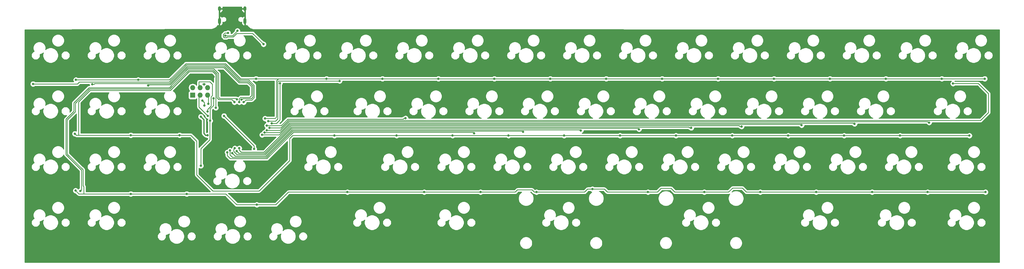
<source format=gbr>
G04 #@! TF.GenerationSoftware,KiCad,Pcbnew,(5.1.4-0-10_14)*
G04 #@! TF.CreationDate,2020-05-23T22:27:51-05:00*
G04 #@! TF.ProjectId,reverie,72657665-7269-4652-9e6b-696361645f70,rev?*
G04 #@! TF.SameCoordinates,Original*
G04 #@! TF.FileFunction,Copper,L1,Top*
G04 #@! TF.FilePolarity,Positive*
%FSLAX46Y46*%
G04 Gerber Fmt 4.6, Leading zero omitted, Abs format (unit mm)*
G04 Created by KiCad (PCBNEW (5.1.4-0-10_14)) date 2020-05-23 22:27:51*
%MOMM*%
%LPD*%
G04 APERTURE LIST*
%ADD10R,1.727200X1.727200*%
%ADD11O,1.727200X1.727200*%
%ADD12O,1.000000X2.100000*%
%ADD13O,1.000000X1.600000*%
%ADD14C,0.800000*%
%ADD15C,0.381000*%
%ADD16C,0.254000*%
G04 APERTURE END LIST*
D10*
X49022000Y-96266000D03*
D11*
X49022000Y-93726000D03*
X51562000Y-96266000D03*
X51562000Y-93726000D03*
X54102000Y-96266000D03*
X54102000Y-93726000D03*
D12*
X58164000Y-70915000D03*
X66804000Y-70915000D03*
D13*
X58164000Y-66735000D03*
X66804000Y-66735000D03*
D14*
X76581000Y-74930000D03*
X-7493000Y-94361000D03*
X-7493000Y-105029000D03*
X-7493000Y-125476000D03*
X-1397000Y-148463000D03*
X49657000Y-103505000D03*
X40132000Y-126492000D03*
X98552000Y-94869000D03*
X72263000Y-93980000D03*
X60325000Y-90043000D03*
X56169000Y-90043000D03*
X74295000Y-111506000D03*
X54356000Y-90043000D03*
X52959000Y-92583000D03*
X51816000Y-103632000D03*
X54102000Y-109982000D03*
X9271000Y-91059000D03*
X318770000Y-90678000D03*
X304165000Y-90678000D03*
X285115000Y-90678000D03*
X266065000Y-90678000D03*
X247015000Y-90678000D03*
X227965000Y-90678000D03*
X208915000Y-90678000D03*
X189865000Y-90678000D03*
X170815000Y-90678000D03*
X151765000Y-90678000D03*
X132715000Y-90678000D03*
X113665000Y-90678000D03*
X94615000Y-90678000D03*
X70612000Y-90678000D03*
X30480000Y-91059000D03*
X73660000Y-104267000D03*
X8890000Y-109474000D03*
X313563000Y-110109000D03*
X27940000Y-109982000D03*
X44577000Y-109982000D03*
X97282000Y-110109000D03*
X118491000Y-110109000D03*
X137541000Y-110109000D03*
X156591000Y-110109000D03*
X175514000Y-110109000D03*
X194564000Y-110109000D03*
X213614000Y-110109000D03*
X232791000Y-110109000D03*
X251841000Y-110109000D03*
X270891000Y-110109000D03*
X289941000Y-110109000D03*
X56896000Y-100584000D03*
X9144000Y-128905000D03*
X319024000Y-129413000D03*
X299339000Y-129413000D03*
X280416000Y-129413000D03*
X261366000Y-129413000D03*
X242316000Y-129413000D03*
X223266000Y-129413000D03*
X204089000Y-129413000D03*
X166116000Y-129413000D03*
X147066000Y-129413000D03*
X127889000Y-129413000D03*
X101727000Y-129413000D03*
X70866000Y-133731000D03*
X46990000Y-130048000D03*
X27940000Y-130048000D03*
X63246000Y-98679000D03*
X185166000Y-128397000D03*
X10795000Y-129032000D03*
X64086100Y-97741100D03*
X66421000Y-98679000D03*
X-5334000Y-92456000D03*
X14859000Y-92548000D03*
X65659000Y-97790000D03*
X33909000Y-93002010D03*
X64897000Y-98679000D03*
X51816000Y-120396000D03*
X54991000Y-105029000D03*
X56134000Y-97409000D03*
X78740000Y-92167000D03*
X75917500Y-105918000D03*
X99060000Y-91405000D03*
X74803000Y-105156000D03*
X121539000Y-104175000D03*
X74295000Y-106680000D03*
X144907000Y-109277030D03*
X60833000Y-115824000D03*
X161544000Y-108823020D03*
X61722000Y-115189000D03*
X181229000Y-108369010D03*
X62484000Y-116078000D03*
X201041000Y-107915000D03*
X63373000Y-114427000D03*
X218821000Y-107445040D03*
X64008000Y-115443000D03*
X235966000Y-106991030D03*
X64897000Y-114427000D03*
X256413000Y-106537020D03*
X72644000Y-109855000D03*
X274447000Y-106083010D03*
X73466251Y-109093000D03*
X299847000Y-105629000D03*
X74295000Y-108331000D03*
X307975000Y-92329000D03*
X75184000Y-107442000D03*
X59690000Y-103378000D03*
X69977000Y-114681000D03*
X61050567Y-75020567D03*
X73152000Y-78867000D03*
X60153811Y-75917323D03*
X64262000Y-74295000D03*
X54356000Y-99215500D03*
X52975001Y-99850500D03*
X52324000Y-98171000D03*
X54102000Y-101854000D03*
X54229000Y-103378000D03*
D15*
X56169000Y-90043000D02*
X54356000Y-90043000D01*
X53467000Y-109982000D02*
X54102000Y-109982000D01*
X52832000Y-109347000D02*
X53467000Y-109982000D01*
X52832000Y-104648000D02*
X51816000Y-103632000D01*
X52832000Y-104648000D02*
X52832000Y-109347000D01*
D16*
X46701001Y-85505999D02*
X60232999Y-85505999D01*
X41148000Y-91059000D02*
X46701001Y-85505999D01*
X60232999Y-85505999D02*
X65405000Y-90678000D01*
X304165000Y-90678000D02*
X318770000Y-90678000D01*
X285115000Y-90678000D02*
X304165000Y-90678000D01*
X266065000Y-90678000D02*
X285115000Y-90678000D01*
X247015000Y-90678000D02*
X266065000Y-90678000D01*
X227965000Y-90678000D02*
X247015000Y-90678000D01*
X208915000Y-90678000D02*
X227965000Y-90678000D01*
X189865000Y-90678000D02*
X208915000Y-90678000D01*
X170815000Y-90678000D02*
X189865000Y-90678000D01*
X151765000Y-90678000D02*
X170815000Y-90678000D01*
X132715000Y-90678000D02*
X151765000Y-90678000D01*
X113665000Y-90678000D02*
X132715000Y-90678000D01*
X94615000Y-90678000D02*
X113665000Y-90678000D01*
X30480000Y-91059000D02*
X41148000Y-91059000D01*
X9271000Y-91059000D02*
X30480000Y-91059000D01*
X65405000Y-90678000D02*
X65786000Y-90678000D01*
X65786000Y-90678000D02*
X70612000Y-90678000D01*
X70612000Y-90678000D02*
X77216000Y-90678000D01*
X78224933Y-90678000D02*
X78486000Y-90678000D01*
X77523990Y-91378943D02*
X78224933Y-90678000D01*
X77523990Y-95504000D02*
X77523990Y-91378943D01*
X78486000Y-90678000D02*
X94615000Y-90678000D01*
X77216000Y-90678000D02*
X78486000Y-90678000D01*
X77069980Y-104267000D02*
X77523990Y-103812990D01*
X73660000Y-104267000D02*
X77069980Y-104267000D01*
X77523990Y-95504000D02*
X77523990Y-103812990D01*
X8890000Y-109474000D02*
X9398000Y-109982000D01*
X27940000Y-109982000D02*
X44577000Y-109982000D01*
X97282000Y-110109000D02*
X118491000Y-110109000D01*
X118491000Y-110109000D02*
X137541000Y-110109000D01*
X137541000Y-110109000D02*
X156591000Y-110109000D01*
X156591000Y-110109000D02*
X175514000Y-110109000D01*
X175514000Y-110109000D02*
X194564000Y-110109000D01*
X194564000Y-110109000D02*
X213614000Y-110109000D01*
X213614000Y-110109000D02*
X232791000Y-110109000D01*
X232791000Y-110109000D02*
X251841000Y-110109000D01*
X251841000Y-110109000D02*
X270891000Y-110109000D01*
X289941000Y-110109000D02*
X313563000Y-110109000D01*
X270891000Y-110109000D02*
X289941000Y-110109000D01*
X9398000Y-109982000D02*
X10160000Y-109982000D01*
X10160000Y-109982000D02*
X27940000Y-109982000D01*
X83058000Y-110109000D02*
X83185000Y-110109000D01*
X83185000Y-110109000D02*
X97282000Y-110109000D01*
X82042000Y-111125000D02*
X83058000Y-110109000D01*
X82042000Y-118618000D02*
X82042000Y-111125000D01*
X55880000Y-129032000D02*
X71628000Y-129032000D01*
X50419000Y-112014000D02*
X50419000Y-123571000D01*
X50419000Y-123571000D02*
X55880000Y-129032000D01*
X48387000Y-109982000D02*
X50419000Y-112014000D01*
X71628000Y-129032000D02*
X82042000Y-118618000D01*
X44577000Y-109982000D02*
X48387000Y-109982000D01*
X41422365Y-94637031D02*
X14089101Y-94637031D01*
X47829338Y-88230059D02*
X41422365Y-94637031D01*
X55845059Y-88230059D02*
X47829338Y-88230059D01*
X10160000Y-98566132D02*
X10160000Y-109982000D01*
X14089101Y-94637031D02*
X10160000Y-98566132D01*
X56896000Y-89281000D02*
X55845059Y-88230059D01*
X56896000Y-100584000D02*
X56896000Y-89281000D01*
X9144000Y-128905000D02*
X10287000Y-130048000D01*
X60325000Y-130048000D02*
X64008000Y-133731000D01*
X77343000Y-133731000D02*
X81661000Y-129413000D01*
X299339000Y-129413000D02*
X319024000Y-129413000D01*
X280416000Y-129413000D02*
X299339000Y-129413000D01*
X261366000Y-129413000D02*
X280416000Y-129413000D01*
X242316000Y-129413000D02*
X261366000Y-129413000D01*
X127889000Y-129413000D02*
X147066000Y-129413000D01*
X101727000Y-129413000D02*
X127889000Y-129413000D01*
X81661000Y-129413000D02*
X101727000Y-129413000D01*
X70866000Y-133731000D02*
X77343000Y-133731000D01*
X64008000Y-133731000D02*
X70866000Y-133731000D01*
X46990000Y-130048000D02*
X60325000Y-130048000D01*
X27940000Y-130048000D02*
X46990000Y-130048000D01*
X10287000Y-130048000D02*
X11938000Y-130048000D01*
X11938000Y-130048000D02*
X27940000Y-130048000D01*
X11938000Y-127508000D02*
X11938000Y-130048000D01*
X11649009Y-127219009D02*
X11938000Y-127508000D01*
X6296010Y-116397944D02*
X11649009Y-121750942D01*
X6296010Y-104709056D02*
X6296010Y-116397944D01*
X9026510Y-99057556D02*
X9026510Y-101978557D01*
X57350010Y-89092943D02*
X56033116Y-87776049D01*
X13901045Y-94183021D02*
X9026510Y-99057556D01*
X47641281Y-87776049D02*
X41234313Y-94183021D01*
X41234313Y-94183021D02*
X13901045Y-94183021D01*
X11649009Y-121750942D02*
X11649009Y-127219009D01*
X57917111Y-97795111D02*
X57350010Y-97228010D01*
X9026510Y-101978557D02*
X6296010Y-104709056D01*
X62362111Y-97795111D02*
X57917111Y-97795111D01*
X57350010Y-97228010D02*
X57350010Y-89092943D01*
X56033116Y-87776049D02*
X47641281Y-87776049D01*
X63246000Y-98679000D02*
X62362111Y-97795111D01*
X164592000Y-128651000D02*
X165354000Y-129413000D01*
X165354000Y-129413000D02*
X166116000Y-129413000D01*
X159639000Y-128651000D02*
X164592000Y-128651000D01*
X158877000Y-129413000D02*
X159639000Y-128651000D01*
X147066000Y-129413000D02*
X158877000Y-129413000D01*
X185166000Y-128397000D02*
X186563000Y-128397000D01*
X186563000Y-128397000D02*
X186436000Y-128397000D01*
X183515000Y-128397000D02*
X182499000Y-129413000D01*
X185166000Y-128397000D02*
X183515000Y-128397000D01*
X166116000Y-129413000D02*
X182499000Y-129413000D01*
X213233000Y-129413000D02*
X223266000Y-129413000D01*
X211963000Y-128143000D02*
X213233000Y-129413000D01*
X208534000Y-128143000D02*
X211963000Y-128143000D01*
X207264000Y-129413000D02*
X208534000Y-128143000D01*
X204089000Y-129413000D02*
X207264000Y-129413000D01*
X237617000Y-129413000D02*
X242316000Y-129413000D01*
X232918000Y-128016000D02*
X236220000Y-128016000D01*
X231521000Y-129413000D02*
X232918000Y-128016000D01*
X236220000Y-128016000D02*
X237617000Y-129413000D01*
X223266000Y-129413000D02*
X231521000Y-129413000D01*
X189230000Y-128397000D02*
X187960000Y-128397000D01*
X190246000Y-129413000D02*
X189230000Y-128397000D01*
X187960000Y-128397000D02*
X186563000Y-128397000D01*
X204089000Y-129413000D02*
X190246000Y-129413000D01*
X11194999Y-128632001D02*
X10795000Y-129032000D01*
X5842000Y-104521000D02*
X5842000Y-116586000D01*
X8572500Y-101790500D02*
X5842000Y-104521000D01*
X56221173Y-87322039D02*
X47453226Y-87322039D01*
X8572500Y-98869500D02*
X8572500Y-101790500D01*
X64086100Y-97741100D02*
X63686101Y-97341101D01*
X13712989Y-93729011D02*
X8572500Y-98869500D01*
X41046256Y-93729011D02*
X13712989Y-93729011D01*
X57804020Y-88904886D02*
X56221173Y-87322039D01*
X47453226Y-87322039D02*
X41046256Y-93729011D01*
X11194999Y-121938999D02*
X11194999Y-128632001D01*
X57804020Y-97008980D02*
X57804020Y-88904886D01*
X5842000Y-116586000D02*
X11194999Y-121938999D01*
X58136141Y-97341101D02*
X57804020Y-97008980D01*
X63686101Y-97341101D02*
X58136141Y-97341101D01*
X66548000Y-98552000D02*
X66421000Y-98679000D01*
X66421000Y-98679000D02*
X66820999Y-98279001D01*
X9779000Y-92456000D02*
X-5334000Y-92456000D01*
X10414000Y-91821000D02*
X9779000Y-92456000D01*
X46889057Y-85960009D02*
X41028066Y-91821000D01*
X60044943Y-85960009D02*
X46889057Y-85960009D01*
X41028066Y-91821000D02*
X10414000Y-91821000D01*
X65216943Y-91132009D02*
X60044943Y-85960009D01*
X69977000Y-92964000D02*
X68145009Y-91132009D01*
X69977000Y-97155001D02*
X69977000Y-92964000D01*
X67177023Y-97922977D02*
X69209024Y-97922977D01*
X69209024Y-97922977D02*
X69977000Y-97155001D01*
X68145009Y-91132009D02*
X65216943Y-91132009D01*
X66421000Y-98679000D02*
X67177023Y-97922977D01*
X15424685Y-92548000D02*
X14859000Y-92548000D01*
X15643685Y-92329000D02*
X15424685Y-92548000D01*
X69522990Y-93152056D02*
X67956953Y-91586019D01*
X41216123Y-92275010D02*
X19484990Y-92275010D01*
X59856887Y-86414019D02*
X47077113Y-86414019D01*
X19484990Y-92275010D02*
X19431000Y-92329000D01*
X65028886Y-91586018D02*
X59856887Y-86414019D01*
X19431000Y-92329000D02*
X15643685Y-92329000D01*
X67956953Y-91586019D02*
X65028886Y-91586018D01*
X47077113Y-86414019D02*
X41216123Y-92275010D01*
X69522990Y-96966944D02*
X69522990Y-93152056D01*
X69020967Y-97468967D02*
X66099967Y-97468967D01*
X69020967Y-97468967D02*
X69522990Y-96966944D01*
X65778934Y-97790000D02*
X65659000Y-97790000D01*
X66099967Y-97468967D02*
X65778934Y-97790000D01*
X64897000Y-98113315D02*
X64897000Y-98679000D01*
X64897000Y-97476038D02*
X64897000Y-98113315D01*
X64897000Y-98679000D02*
X64897000Y-97476038D01*
X65358081Y-97014957D02*
X64897000Y-97476038D01*
X68466043Y-97014957D02*
X65358081Y-97014957D01*
X69068980Y-96412020D02*
X68466043Y-97014957D01*
X64840829Y-92040027D02*
X67768895Y-92040027D01*
X67768895Y-92040027D02*
X69068980Y-93340112D01*
X47265169Y-86868029D02*
X59668831Y-86868029D01*
X41404180Y-92729020D02*
X47265169Y-86868029D01*
X59668831Y-86868029D02*
X64840829Y-92040027D01*
X34181990Y-92729020D02*
X41404180Y-92729020D01*
X69068980Y-93340112D02*
X69068980Y-96412020D01*
X33909000Y-93002010D02*
X34181990Y-92729020D01*
X51816000Y-114554000D02*
X51816000Y-120396000D01*
X54829001Y-111540999D02*
X51816000Y-114554000D01*
X54829001Y-105190999D02*
X54829001Y-111540999D01*
X54991000Y-105029000D02*
X54829001Y-105190999D01*
X56134000Y-99822000D02*
X56134000Y-98933000D01*
X54991000Y-100965000D02*
X56134000Y-99822000D01*
X54991000Y-105029000D02*
X54991000Y-100965000D01*
X56134000Y-98933000D02*
X56134000Y-97409000D01*
X78740000Y-92167000D02*
X78740000Y-92732685D01*
X78740000Y-92732685D02*
X78740000Y-104775000D01*
X77597000Y-105918000D02*
X75917500Y-105918000D01*
X78740000Y-104775000D02*
X77597000Y-105918000D01*
X99060000Y-91405000D02*
X78140000Y-91405000D01*
X78140000Y-91405000D02*
X77978000Y-91567000D01*
X77978000Y-104394000D02*
X77216000Y-105156000D01*
X77978000Y-91567000D02*
X77978000Y-104394000D01*
X77216000Y-105156000D02*
X74803000Y-105156000D01*
X120700325Y-104447990D02*
X120973315Y-104175000D01*
X120973315Y-104175000D02*
X121539000Y-104175000D01*
X79177338Y-106680000D02*
X81409348Y-104447990D01*
X81409348Y-104447990D02*
X120700325Y-104447990D01*
X79177338Y-106680000D02*
X74295000Y-106680000D01*
X144837030Y-109277030D02*
X144907000Y-109277030D01*
X144564040Y-109004040D02*
X144837030Y-109277030D01*
X74295000Y-117983000D02*
X83273960Y-109004040D01*
X83273960Y-109004040D02*
X144564040Y-109004040D01*
X62865000Y-117983000D02*
X61849000Y-117983000D01*
X62865000Y-117983000D02*
X74295000Y-117983000D01*
X61849000Y-117983000D02*
X60833000Y-116967000D01*
X60833000Y-116967000D02*
X60833000Y-115824000D01*
X61722000Y-116713000D02*
X61722000Y-115189000D01*
X74106944Y-117528990D02*
X62537990Y-117528990D01*
X161544000Y-108823020D02*
X161271010Y-108550030D01*
X62537990Y-117528990D02*
X61722000Y-116713000D01*
X83085903Y-108550031D02*
X74106944Y-117528990D01*
X161271010Y-108550030D02*
X83085903Y-108550031D01*
X73918888Y-117074980D02*
X82897848Y-108096020D01*
X82897848Y-108096020D02*
X180956010Y-108096020D01*
X180956010Y-108096020D02*
X181229000Y-108369010D01*
X63480980Y-117074980D02*
X62484000Y-116078000D01*
X63900020Y-117074980D02*
X63480980Y-117074980D01*
X63900020Y-117074980D02*
X73918888Y-117074980D01*
X62992000Y-114808000D02*
X63373000Y-114427000D01*
X62992000Y-115502962D02*
X62992000Y-114808000D01*
X201041000Y-107915000D02*
X200768010Y-107642010D01*
X82709792Y-107642010D02*
X73730832Y-116620970D01*
X64110008Y-116620970D02*
X62992000Y-115502962D01*
X73730832Y-116620970D02*
X64110008Y-116620970D01*
X200768010Y-107642010D02*
X82709792Y-107642010D01*
X218255315Y-107445040D02*
X218821000Y-107445040D01*
X217998275Y-107188000D02*
X218255315Y-107445040D01*
X145526050Y-107172050D02*
X145542000Y-107188000D01*
X82537686Y-107172050D02*
X145526050Y-107172050D01*
X64731960Y-116166960D02*
X73542776Y-116166960D01*
X73542776Y-116166960D02*
X82537686Y-107172050D01*
X145542000Y-107188000D02*
X217998275Y-107188000D01*
X64008000Y-115443000D02*
X64731960Y-116166960D01*
X64897000Y-115062000D02*
X64897000Y-114427000D01*
X73354720Y-115712950D02*
X65547950Y-115712950D01*
X82349629Y-106718040D02*
X82083676Y-106983994D01*
X65547950Y-115712950D02*
X64897000Y-115062000D01*
X235127325Y-106718040D02*
X82349629Y-106718040D01*
X82083676Y-106983994D02*
X73354720Y-115712950D01*
X235400315Y-106991030D02*
X235127325Y-106718040D01*
X235966000Y-106991030D02*
X235400315Y-106991030D01*
X256413000Y-106426000D02*
X256251030Y-106264030D01*
X256413000Y-106537020D02*
X256413000Y-106426000D01*
X82161571Y-106264032D02*
X80475603Y-107950000D01*
X82537685Y-106264030D02*
X82161571Y-106264032D01*
X82584970Y-106264030D02*
X82537685Y-106264030D01*
X256251030Y-106264030D02*
X82584970Y-106264030D01*
X80475603Y-107950000D02*
X80047531Y-108378073D01*
X80047531Y-108378073D02*
X79078604Y-109347000D01*
X78570604Y-109855000D02*
X79078604Y-109347000D01*
X72644000Y-109855000D02*
X78570604Y-109855000D01*
X274358010Y-106083010D02*
X274085020Y-105810020D01*
X274447000Y-106083010D02*
X274358010Y-106083010D01*
X82784980Y-105810020D02*
X81973517Y-105810020D01*
X81973517Y-105810020D02*
X81973514Y-105810023D01*
X274085020Y-105810020D02*
X82784980Y-105810020D01*
X73466251Y-109093000D02*
X78690538Y-109093000D01*
X79096269Y-108687269D02*
X78890547Y-108892990D01*
X78690538Y-109093000D02*
X79096269Y-108687269D01*
X81973514Y-105810023D02*
X79096269Y-108687269D01*
X299558000Y-105629000D02*
X299847000Y-105629000D01*
X299285010Y-105356010D02*
X299558000Y-105629000D01*
X81785460Y-105356010D02*
X80772000Y-106369471D01*
X82349990Y-105356010D02*
X81785460Y-105356010D01*
X82349990Y-105356010D02*
X299285010Y-105356010D01*
X78810472Y-108331000D02*
X79346736Y-107794736D01*
X74295000Y-108331000D02*
X78810472Y-108331000D01*
X80772000Y-106369471D02*
X79346736Y-107794736D01*
X75184000Y-107442000D02*
X79057405Y-107442000D01*
X317373000Y-104902000D02*
X320040000Y-102235000D01*
X81597405Y-104902000D02*
X317373000Y-104902000D01*
X79057405Y-107442000D02*
X81597405Y-104902000D01*
X316611000Y-92329000D02*
X307975000Y-92329000D01*
X320040000Y-95758000D02*
X316611000Y-92329000D01*
X320040000Y-102235000D02*
X320040000Y-95758000D01*
X68961000Y-112649000D02*
X69977000Y-113665000D01*
X69215000Y-112903000D02*
X68961000Y-112649000D01*
X68961000Y-112649000D02*
X59690000Y-103378000D01*
X69977000Y-113665000D02*
X69977000Y-114681000D01*
X69469000Y-75184000D02*
X73152000Y-78867000D01*
X64015066Y-75184000D02*
X69469000Y-75184000D01*
X62827734Y-76371332D02*
X64015066Y-75184000D01*
X60502772Y-76644324D02*
X60775764Y-76371332D01*
X59804850Y-76644324D02*
X60502772Y-76644324D01*
X59426810Y-75568362D02*
X59426810Y-76266284D01*
X59974605Y-75020567D02*
X59426810Y-75568362D01*
X60775764Y-76371332D02*
X62827734Y-76371332D01*
X59426810Y-76266284D02*
X59804850Y-76644324D01*
X61050567Y-75020567D02*
X59974605Y-75020567D01*
X62639677Y-75917323D02*
X60153811Y-75917323D01*
X64262000Y-74295000D02*
X62639677Y-75917323D01*
X54356000Y-96520000D02*
X54102000Y-96266000D01*
X54356000Y-99215500D02*
X54356000Y-96520000D01*
X52975001Y-98822001D02*
X52324000Y-98171000D01*
X52975001Y-99850500D02*
X52975001Y-98822001D01*
X51181000Y-91694000D02*
X51181000Y-93726000D01*
X55753000Y-92583000D02*
X54864000Y-91694000D01*
X54864000Y-91694000D02*
X51181000Y-91694000D01*
X55753000Y-96393000D02*
X55753000Y-92583000D01*
X55324399Y-96821601D02*
X55753000Y-96393000D01*
X54102000Y-101854000D02*
X54102000Y-101211934D01*
X55324399Y-99989535D02*
X55050967Y-100262967D01*
X55050967Y-100262967D02*
X55292601Y-100021333D01*
X55324399Y-96821601D02*
X55324399Y-99989535D01*
X54102000Y-101211934D02*
X55050967Y-100262967D01*
X54229000Y-103378000D02*
X51181000Y-100330000D01*
X51181000Y-100330000D02*
X51181000Y-96266000D01*
G36*
X65669000Y-66308000D02*
G01*
X65669000Y-66608000D01*
X66677000Y-66608000D01*
X66677000Y-66588000D01*
X66931000Y-66588000D01*
X66931000Y-66608000D01*
X66951000Y-66608000D01*
X66951000Y-66862000D01*
X66931000Y-66862000D01*
X66931000Y-68002954D01*
X66956001Y-68020991D01*
X66956000Y-69379009D01*
X66931000Y-69397046D01*
X66931000Y-70788000D01*
X66951000Y-70788000D01*
X66951000Y-71042000D01*
X66931000Y-71042000D01*
X66931000Y-72432954D01*
X67105874Y-72559119D01*
X67328976Y-72479276D01*
X67466855Y-72389769D01*
X67731063Y-72745448D01*
X67775858Y-72794840D01*
X67819876Y-72844758D01*
X67827430Y-72851704D01*
X68201912Y-73191192D01*
X68255415Y-73230918D01*
X68308324Y-73271361D01*
X68317084Y-73276707D01*
X68750374Y-73536991D01*
X68810577Y-73565570D01*
X68870329Y-73594964D01*
X68879955Y-73598504D01*
X68879961Y-73598507D01*
X68879967Y-73598509D01*
X69333550Y-73761755D01*
X69378493Y-73781241D01*
X69484549Y-73804152D01*
X69608413Y-73818408D01*
X69614143Y-73820148D01*
X69680209Y-73826672D01*
X69710240Y-73830128D01*
X69716204Y-73830226D01*
X69722120Y-73830810D01*
X69752270Y-73830818D01*
X69818728Y-73831908D01*
X69824622Y-73830836D01*
X323742000Y-73894815D01*
X323742001Y-153387500D01*
X-8163000Y-153387500D01*
X-8163000Y-144377278D01*
X36971000Y-144377278D01*
X36971000Y-144674722D01*
X37029029Y-144966451D01*
X37142856Y-145241253D01*
X37308107Y-145488569D01*
X37518431Y-145698893D01*
X37765747Y-145864144D01*
X38040549Y-145977971D01*
X38332278Y-146036000D01*
X38629722Y-146036000D01*
X38921451Y-145977971D01*
X39196253Y-145864144D01*
X39443569Y-145698893D01*
X39653893Y-145488569D01*
X39819144Y-145241253D01*
X39932971Y-144966451D01*
X39991000Y-144674722D01*
X39991000Y-144377278D01*
X39940023Y-144121000D01*
X39961279Y-144121000D01*
X40373756Y-144038953D01*
X40762302Y-143878012D01*
X41068708Y-143673279D01*
X41033127Y-143759178D01*
X40932100Y-144267076D01*
X40932100Y-144784924D01*
X41033127Y-145292822D01*
X41231299Y-145771251D01*
X41519000Y-146201826D01*
X41885174Y-146568000D01*
X42315749Y-146855701D01*
X42794178Y-147053873D01*
X43302076Y-147154900D01*
X43819924Y-147154900D01*
X44327822Y-147053873D01*
X44806251Y-146855701D01*
X45236826Y-146568000D01*
X45603000Y-146201826D01*
X45890701Y-145771251D01*
X46088873Y-145292822D01*
X46189900Y-144784924D01*
X46189900Y-144377278D01*
X47131000Y-144377278D01*
X47131000Y-144674722D01*
X47189029Y-144966451D01*
X47302856Y-145241253D01*
X47468107Y-145488569D01*
X47678431Y-145698893D01*
X47925747Y-145864144D01*
X48200549Y-145977971D01*
X48492278Y-146036000D01*
X48789722Y-146036000D01*
X49081451Y-145977971D01*
X49356253Y-145864144D01*
X49603569Y-145698893D01*
X49813893Y-145488569D01*
X49979144Y-145241253D01*
X50092971Y-144966451D01*
X50151000Y-144674722D01*
X50151000Y-144377278D01*
X56021000Y-144377278D01*
X56021000Y-144674722D01*
X56079029Y-144966451D01*
X56192856Y-145241253D01*
X56358107Y-145488569D01*
X56568431Y-145698893D01*
X56815747Y-145864144D01*
X57090549Y-145977971D01*
X57382278Y-146036000D01*
X57679722Y-146036000D01*
X57971451Y-145977971D01*
X58246253Y-145864144D01*
X58493569Y-145698893D01*
X58703893Y-145488569D01*
X58869144Y-145241253D01*
X58982971Y-144966451D01*
X59041000Y-144674722D01*
X59041000Y-144377278D01*
X58990023Y-144121000D01*
X59011279Y-144121000D01*
X59423756Y-144038953D01*
X59812302Y-143878012D01*
X60118708Y-143673279D01*
X60083127Y-143759178D01*
X59982100Y-144267076D01*
X59982100Y-144784924D01*
X60083127Y-145292822D01*
X60281299Y-145771251D01*
X60569000Y-146201826D01*
X60935174Y-146568000D01*
X61365749Y-146855701D01*
X61844178Y-147053873D01*
X62352076Y-147154900D01*
X62869924Y-147154900D01*
X63377822Y-147053873D01*
X63856251Y-146855701D01*
X64286826Y-146568000D01*
X64653000Y-146201826D01*
X64940701Y-145771251D01*
X65138873Y-145292822D01*
X65239900Y-144784924D01*
X65239900Y-144377278D01*
X66181000Y-144377278D01*
X66181000Y-144674722D01*
X66239029Y-144966451D01*
X66352856Y-145241253D01*
X66518107Y-145488569D01*
X66728431Y-145698893D01*
X66975747Y-145864144D01*
X67250549Y-145977971D01*
X67542278Y-146036000D01*
X67839722Y-146036000D01*
X68131451Y-145977971D01*
X68406253Y-145864144D01*
X68653569Y-145698893D01*
X68863893Y-145488569D01*
X69029144Y-145241253D01*
X69142971Y-144966451D01*
X69201000Y-144674722D01*
X69201000Y-144377278D01*
X74944000Y-144377278D01*
X74944000Y-144674722D01*
X75002029Y-144966451D01*
X75115856Y-145241253D01*
X75281107Y-145488569D01*
X75491431Y-145698893D01*
X75738747Y-145864144D01*
X76013549Y-145977971D01*
X76305278Y-146036000D01*
X76602722Y-146036000D01*
X76894451Y-145977971D01*
X77169253Y-145864144D01*
X77416569Y-145698893D01*
X77626893Y-145488569D01*
X77792144Y-145241253D01*
X77905971Y-144966451D01*
X77964000Y-144674722D01*
X77964000Y-144377278D01*
X77913023Y-144121000D01*
X77934279Y-144121000D01*
X78346756Y-144038953D01*
X78735302Y-143878012D01*
X79041708Y-143673279D01*
X79006127Y-143759178D01*
X78905100Y-144267076D01*
X78905100Y-144784924D01*
X79006127Y-145292822D01*
X79204299Y-145771251D01*
X79492000Y-146201826D01*
X79858174Y-146568000D01*
X80288749Y-146855701D01*
X80767178Y-147053873D01*
X81275076Y-147154900D01*
X81792924Y-147154900D01*
X82300822Y-147053873D01*
X82779251Y-146855701D01*
X83162896Y-146599357D01*
X160401000Y-146599357D01*
X160401000Y-147024643D01*
X160483970Y-147441757D01*
X160646719Y-147834670D01*
X160882996Y-148188282D01*
X161183718Y-148489004D01*
X161537330Y-148725281D01*
X161930243Y-148888030D01*
X162347357Y-148971000D01*
X162772643Y-148971000D01*
X163189757Y-148888030D01*
X163582670Y-148725281D01*
X163936282Y-148489004D01*
X164237004Y-148188282D01*
X164473281Y-147834670D01*
X164636030Y-147441757D01*
X164719000Y-147024643D01*
X164719000Y-146599357D01*
X184277000Y-146599357D01*
X184277000Y-147024643D01*
X184359970Y-147441757D01*
X184522719Y-147834670D01*
X184758996Y-148188282D01*
X185059718Y-148489004D01*
X185413330Y-148725281D01*
X185806243Y-148888030D01*
X186223357Y-148971000D01*
X186648643Y-148971000D01*
X187065757Y-148888030D01*
X187458670Y-148725281D01*
X187812282Y-148489004D01*
X188113004Y-148188282D01*
X188349281Y-147834670D01*
X188512030Y-147441757D01*
X188595000Y-147024643D01*
X188595000Y-146599357D01*
X208026000Y-146599357D01*
X208026000Y-147024643D01*
X208108970Y-147441757D01*
X208271719Y-147834670D01*
X208507996Y-148188282D01*
X208808718Y-148489004D01*
X209162330Y-148725281D01*
X209555243Y-148888030D01*
X209972357Y-148971000D01*
X210397643Y-148971000D01*
X210814757Y-148888030D01*
X211207670Y-148725281D01*
X211561282Y-148489004D01*
X211862004Y-148188282D01*
X212098281Y-147834670D01*
X212261030Y-147441757D01*
X212344000Y-147024643D01*
X212344000Y-146599357D01*
X231902000Y-146599357D01*
X231902000Y-147024643D01*
X231984970Y-147441757D01*
X232147719Y-147834670D01*
X232383996Y-148188282D01*
X232684718Y-148489004D01*
X233038330Y-148725281D01*
X233431243Y-148888030D01*
X233848357Y-148971000D01*
X234273643Y-148971000D01*
X234690757Y-148888030D01*
X235083670Y-148725281D01*
X235437282Y-148489004D01*
X235738004Y-148188282D01*
X235974281Y-147834670D01*
X236137030Y-147441757D01*
X236220000Y-147024643D01*
X236220000Y-146599357D01*
X236137030Y-146182243D01*
X235974281Y-145789330D01*
X235738004Y-145435718D01*
X235437282Y-145134996D01*
X235083670Y-144898719D01*
X234690757Y-144735970D01*
X234273643Y-144653000D01*
X233848357Y-144653000D01*
X233431243Y-144735970D01*
X233038330Y-144898719D01*
X232684718Y-145134996D01*
X232383996Y-145435718D01*
X232147719Y-145789330D01*
X231984970Y-146182243D01*
X231902000Y-146599357D01*
X212344000Y-146599357D01*
X212261030Y-146182243D01*
X212098281Y-145789330D01*
X211862004Y-145435718D01*
X211561282Y-145134996D01*
X211207670Y-144898719D01*
X210814757Y-144735970D01*
X210397643Y-144653000D01*
X209972357Y-144653000D01*
X209555243Y-144735970D01*
X209162330Y-144898719D01*
X208808718Y-145134996D01*
X208507996Y-145435718D01*
X208271719Y-145789330D01*
X208108970Y-146182243D01*
X208026000Y-146599357D01*
X188595000Y-146599357D01*
X188512030Y-146182243D01*
X188349281Y-145789330D01*
X188113004Y-145435718D01*
X187812282Y-145134996D01*
X187458670Y-144898719D01*
X187065757Y-144735970D01*
X186648643Y-144653000D01*
X186223357Y-144653000D01*
X185806243Y-144735970D01*
X185413330Y-144898719D01*
X185059718Y-145134996D01*
X184758996Y-145435718D01*
X184522719Y-145789330D01*
X184359970Y-146182243D01*
X184277000Y-146599357D01*
X164719000Y-146599357D01*
X164636030Y-146182243D01*
X164473281Y-145789330D01*
X164237004Y-145435718D01*
X163936282Y-145134996D01*
X163582670Y-144898719D01*
X163189757Y-144735970D01*
X162772643Y-144653000D01*
X162347357Y-144653000D01*
X161930243Y-144735970D01*
X161537330Y-144898719D01*
X161183718Y-145134996D01*
X160882996Y-145435718D01*
X160646719Y-145789330D01*
X160483970Y-146182243D01*
X160401000Y-146599357D01*
X83162896Y-146599357D01*
X83209826Y-146568000D01*
X83576000Y-146201826D01*
X83863701Y-145771251D01*
X84061873Y-145292822D01*
X84162900Y-144784924D01*
X84162900Y-144377278D01*
X85104000Y-144377278D01*
X85104000Y-144674722D01*
X85162029Y-144966451D01*
X85275856Y-145241253D01*
X85441107Y-145488569D01*
X85651431Y-145698893D01*
X85898747Y-145864144D01*
X86173549Y-145977971D01*
X86465278Y-146036000D01*
X86762722Y-146036000D01*
X87054451Y-145977971D01*
X87329253Y-145864144D01*
X87576569Y-145698893D01*
X87786893Y-145488569D01*
X87952144Y-145241253D01*
X88065971Y-144966451D01*
X88124000Y-144674722D01*
X88124000Y-144377278D01*
X88065971Y-144085549D01*
X87952144Y-143810747D01*
X87786893Y-143563431D01*
X87576569Y-143353107D01*
X87329253Y-143187856D01*
X87054451Y-143074029D01*
X86762722Y-143016000D01*
X86465278Y-143016000D01*
X86173549Y-143074029D01*
X85898747Y-143187856D01*
X85651431Y-143353107D01*
X85441107Y-143563431D01*
X85275856Y-143810747D01*
X85162029Y-144085549D01*
X85104000Y-144377278D01*
X84162900Y-144377278D01*
X84162900Y-144267076D01*
X84061873Y-143759178D01*
X83863701Y-143280749D01*
X83576000Y-142850174D01*
X83209826Y-142484000D01*
X82779251Y-142196299D01*
X82300822Y-141998127D01*
X81792924Y-141897100D01*
X81275076Y-141897100D01*
X80767178Y-141998127D01*
X80288749Y-142196299D01*
X79858174Y-142484000D01*
X79787763Y-142554411D01*
X79859000Y-142196279D01*
X79859000Y-141775721D01*
X79776953Y-141363244D01*
X79616012Y-140974698D01*
X79382363Y-140625017D01*
X79084983Y-140327637D01*
X78735302Y-140093988D01*
X78346756Y-139933047D01*
X77934279Y-139851000D01*
X77513721Y-139851000D01*
X77101244Y-139933047D01*
X76712698Y-140093988D01*
X76363017Y-140327637D01*
X76065637Y-140625017D01*
X75831988Y-140974698D01*
X75671047Y-141363244D01*
X75589000Y-141775721D01*
X75589000Y-142196279D01*
X75671047Y-142608756D01*
X75831988Y-142997302D01*
X75911499Y-143116299D01*
X75738747Y-143187856D01*
X75491431Y-143353107D01*
X75281107Y-143563431D01*
X75115856Y-143810747D01*
X75002029Y-144085549D01*
X74944000Y-144377278D01*
X69201000Y-144377278D01*
X69142971Y-144085549D01*
X69029144Y-143810747D01*
X68863893Y-143563431D01*
X68653569Y-143353107D01*
X68406253Y-143187856D01*
X68131451Y-143074029D01*
X67839722Y-143016000D01*
X67542278Y-143016000D01*
X67250549Y-143074029D01*
X66975747Y-143187856D01*
X66728431Y-143353107D01*
X66518107Y-143563431D01*
X66352856Y-143810747D01*
X66239029Y-144085549D01*
X66181000Y-144377278D01*
X65239900Y-144377278D01*
X65239900Y-144267076D01*
X65138873Y-143759178D01*
X64940701Y-143280749D01*
X64653000Y-142850174D01*
X64286826Y-142484000D01*
X63856251Y-142196299D01*
X63377822Y-141998127D01*
X62869924Y-141897100D01*
X62352076Y-141897100D01*
X61844178Y-141998127D01*
X61365749Y-142196299D01*
X60935174Y-142484000D01*
X60864763Y-142554411D01*
X60936000Y-142196279D01*
X60936000Y-141775721D01*
X60853953Y-141363244D01*
X60693012Y-140974698D01*
X60459363Y-140625017D01*
X60161983Y-140327637D01*
X59812302Y-140093988D01*
X59423756Y-139933047D01*
X59011279Y-139851000D01*
X58590721Y-139851000D01*
X58178244Y-139933047D01*
X57789698Y-140093988D01*
X57440017Y-140327637D01*
X57142637Y-140625017D01*
X56908988Y-140974698D01*
X56748047Y-141363244D01*
X56666000Y-141775721D01*
X56666000Y-142196279D01*
X56748047Y-142608756D01*
X56908988Y-142997302D01*
X56988499Y-143116299D01*
X56815747Y-143187856D01*
X56568431Y-143353107D01*
X56358107Y-143563431D01*
X56192856Y-143810747D01*
X56079029Y-144085549D01*
X56021000Y-144377278D01*
X50151000Y-144377278D01*
X50092971Y-144085549D01*
X49979144Y-143810747D01*
X49813893Y-143563431D01*
X49603569Y-143353107D01*
X49356253Y-143187856D01*
X49081451Y-143074029D01*
X48789722Y-143016000D01*
X48492278Y-143016000D01*
X48200549Y-143074029D01*
X47925747Y-143187856D01*
X47678431Y-143353107D01*
X47468107Y-143563431D01*
X47302856Y-143810747D01*
X47189029Y-144085549D01*
X47131000Y-144377278D01*
X46189900Y-144377278D01*
X46189900Y-144267076D01*
X46088873Y-143759178D01*
X45890701Y-143280749D01*
X45603000Y-142850174D01*
X45236826Y-142484000D01*
X44806251Y-142196299D01*
X44327822Y-141998127D01*
X43819924Y-141897100D01*
X43302076Y-141897100D01*
X42794178Y-141998127D01*
X42315749Y-142196299D01*
X41885174Y-142484000D01*
X41814763Y-142554411D01*
X41886000Y-142196279D01*
X41886000Y-141775721D01*
X41803953Y-141363244D01*
X41643012Y-140974698D01*
X41409363Y-140625017D01*
X41111983Y-140327637D01*
X40762302Y-140093988D01*
X40373756Y-139933047D01*
X39961279Y-139851000D01*
X39540721Y-139851000D01*
X39128244Y-139933047D01*
X38739698Y-140093988D01*
X38390017Y-140327637D01*
X38092637Y-140625017D01*
X37858988Y-140974698D01*
X37698047Y-141363244D01*
X37616000Y-141775721D01*
X37616000Y-142196279D01*
X37698047Y-142608756D01*
X37858988Y-142997302D01*
X37938499Y-143116299D01*
X37765747Y-143187856D01*
X37518431Y-143353107D01*
X37308107Y-143563431D01*
X37142856Y-143810747D01*
X37029029Y-144085549D01*
X36971000Y-144377278D01*
X-8163000Y-144377278D01*
X-8163000Y-139678278D01*
X-5955000Y-139678278D01*
X-5955000Y-139975722D01*
X-5896971Y-140267451D01*
X-5783144Y-140542253D01*
X-5617893Y-140789569D01*
X-5407569Y-140999893D01*
X-5160253Y-141165144D01*
X-4885451Y-141278971D01*
X-4593722Y-141337000D01*
X-4296278Y-141337000D01*
X-4004549Y-141278971D01*
X-3729747Y-141165144D01*
X-3482431Y-140999893D01*
X-3272107Y-140789569D01*
X-3106856Y-140542253D01*
X-2993029Y-140267451D01*
X-2935000Y-139975722D01*
X-2935000Y-139678278D01*
X-2985977Y-139422000D01*
X-2964721Y-139422000D01*
X-2552244Y-139339953D01*
X-2163698Y-139179012D01*
X-1857292Y-138974279D01*
X-1892873Y-139060178D01*
X-1993900Y-139568076D01*
X-1993900Y-140085924D01*
X-1892873Y-140593822D01*
X-1694701Y-141072251D01*
X-1407000Y-141502826D01*
X-1040826Y-141869000D01*
X-610251Y-142156701D01*
X-131822Y-142354873D01*
X376076Y-142455900D01*
X893924Y-142455900D01*
X1401822Y-142354873D01*
X1880251Y-142156701D01*
X2310826Y-141869000D01*
X2677000Y-141502826D01*
X2964701Y-141072251D01*
X3162873Y-140593822D01*
X3263900Y-140085924D01*
X3263900Y-139678278D01*
X4205000Y-139678278D01*
X4205000Y-139975722D01*
X4263029Y-140267451D01*
X4376856Y-140542253D01*
X4542107Y-140789569D01*
X4752431Y-140999893D01*
X4999747Y-141165144D01*
X5274549Y-141278971D01*
X5566278Y-141337000D01*
X5863722Y-141337000D01*
X6155451Y-141278971D01*
X6430253Y-141165144D01*
X6677569Y-140999893D01*
X6887893Y-140789569D01*
X7053144Y-140542253D01*
X7166971Y-140267451D01*
X7225000Y-139975722D01*
X7225000Y-139678278D01*
X13095000Y-139678278D01*
X13095000Y-139975722D01*
X13153029Y-140267451D01*
X13266856Y-140542253D01*
X13432107Y-140789569D01*
X13642431Y-140999893D01*
X13889747Y-141165144D01*
X14164549Y-141278971D01*
X14456278Y-141337000D01*
X14753722Y-141337000D01*
X15045451Y-141278971D01*
X15320253Y-141165144D01*
X15567569Y-140999893D01*
X15777893Y-140789569D01*
X15943144Y-140542253D01*
X16056971Y-140267451D01*
X16115000Y-139975722D01*
X16115000Y-139678278D01*
X16064023Y-139422000D01*
X16085279Y-139422000D01*
X16497756Y-139339953D01*
X16886302Y-139179012D01*
X17192708Y-138974279D01*
X17157127Y-139060178D01*
X17056100Y-139568076D01*
X17056100Y-140085924D01*
X17157127Y-140593822D01*
X17355299Y-141072251D01*
X17643000Y-141502826D01*
X18009174Y-141869000D01*
X18439749Y-142156701D01*
X18918178Y-142354873D01*
X19426076Y-142455900D01*
X19943924Y-142455900D01*
X20451822Y-142354873D01*
X20930251Y-142156701D01*
X21360826Y-141869000D01*
X21727000Y-141502826D01*
X22014701Y-141072251D01*
X22212873Y-140593822D01*
X22313900Y-140085924D01*
X22313900Y-139678278D01*
X23255000Y-139678278D01*
X23255000Y-139975722D01*
X23313029Y-140267451D01*
X23426856Y-140542253D01*
X23592107Y-140789569D01*
X23802431Y-140999893D01*
X24049747Y-141165144D01*
X24324549Y-141278971D01*
X24616278Y-141337000D01*
X24913722Y-141337000D01*
X25205451Y-141278971D01*
X25480253Y-141165144D01*
X25727569Y-140999893D01*
X25937893Y-140789569D01*
X26103144Y-140542253D01*
X26216971Y-140267451D01*
X26275000Y-139975722D01*
X26275000Y-139678278D01*
X26216971Y-139386549D01*
X26154496Y-139235721D01*
X43966000Y-139235721D01*
X43966000Y-139656279D01*
X44048047Y-140068756D01*
X44208988Y-140457302D01*
X44442637Y-140806983D01*
X44740017Y-141104363D01*
X45089698Y-141338012D01*
X45478244Y-141498953D01*
X45890721Y-141581000D01*
X46311279Y-141581000D01*
X46723756Y-141498953D01*
X47112302Y-141338012D01*
X47461983Y-141104363D01*
X47759363Y-140806983D01*
X47993012Y-140457302D01*
X48153953Y-140068756D01*
X48236000Y-139656279D01*
X48236000Y-139235721D01*
X63016000Y-139235721D01*
X63016000Y-139656279D01*
X63098047Y-140068756D01*
X63258988Y-140457302D01*
X63492637Y-140806983D01*
X63790017Y-141104363D01*
X64139698Y-141338012D01*
X64528244Y-141498953D01*
X64940721Y-141581000D01*
X65361279Y-141581000D01*
X65773756Y-141498953D01*
X66162302Y-141338012D01*
X66511983Y-141104363D01*
X66809363Y-140806983D01*
X67043012Y-140457302D01*
X67203953Y-140068756D01*
X67286000Y-139656279D01*
X67286000Y-139235721D01*
X81939000Y-139235721D01*
X81939000Y-139656279D01*
X82021047Y-140068756D01*
X82181988Y-140457302D01*
X82415637Y-140806983D01*
X82713017Y-141104363D01*
X83062698Y-141338012D01*
X83451244Y-141498953D01*
X83863721Y-141581000D01*
X84284279Y-141581000D01*
X84696756Y-141498953D01*
X85085302Y-141338012D01*
X85434983Y-141104363D01*
X85732363Y-140806983D01*
X85966012Y-140457302D01*
X86126953Y-140068756D01*
X86204624Y-139678278D01*
X103519000Y-139678278D01*
X103519000Y-139975722D01*
X103577029Y-140267451D01*
X103690856Y-140542253D01*
X103856107Y-140789569D01*
X104066431Y-140999893D01*
X104313747Y-141165144D01*
X104588549Y-141278971D01*
X104880278Y-141337000D01*
X105177722Y-141337000D01*
X105469451Y-141278971D01*
X105744253Y-141165144D01*
X105991569Y-140999893D01*
X106201893Y-140789569D01*
X106367144Y-140542253D01*
X106480971Y-140267451D01*
X106539000Y-139975722D01*
X106539000Y-139678278D01*
X106488023Y-139422000D01*
X106509279Y-139422000D01*
X106921756Y-139339953D01*
X107310302Y-139179012D01*
X107616708Y-138974279D01*
X107581127Y-139060178D01*
X107480100Y-139568076D01*
X107480100Y-140085924D01*
X107581127Y-140593822D01*
X107779299Y-141072251D01*
X108067000Y-141502826D01*
X108433174Y-141869000D01*
X108863749Y-142156701D01*
X109342178Y-142354873D01*
X109850076Y-142455900D01*
X110367924Y-142455900D01*
X110875822Y-142354873D01*
X111354251Y-142156701D01*
X111784826Y-141869000D01*
X112151000Y-141502826D01*
X112438701Y-141072251D01*
X112636873Y-140593822D01*
X112737900Y-140085924D01*
X112737900Y-139678278D01*
X113679000Y-139678278D01*
X113679000Y-139975722D01*
X113737029Y-140267451D01*
X113850856Y-140542253D01*
X114016107Y-140789569D01*
X114226431Y-140999893D01*
X114473747Y-141165144D01*
X114748549Y-141278971D01*
X115040278Y-141337000D01*
X115337722Y-141337000D01*
X115629451Y-141278971D01*
X115904253Y-141165144D01*
X116151569Y-140999893D01*
X116361893Y-140789569D01*
X116527144Y-140542253D01*
X116640971Y-140267451D01*
X116699000Y-139975722D01*
X116699000Y-139678278D01*
X132221000Y-139678278D01*
X132221000Y-139975722D01*
X132279029Y-140267451D01*
X132392856Y-140542253D01*
X132558107Y-140789569D01*
X132768431Y-140999893D01*
X133015747Y-141165144D01*
X133290549Y-141278971D01*
X133582278Y-141337000D01*
X133879722Y-141337000D01*
X134171451Y-141278971D01*
X134446253Y-141165144D01*
X134693569Y-140999893D01*
X134903893Y-140789569D01*
X135069144Y-140542253D01*
X135182971Y-140267451D01*
X135241000Y-139975722D01*
X135241000Y-139678278D01*
X135190023Y-139422000D01*
X135211279Y-139422000D01*
X135623756Y-139339953D01*
X136012302Y-139179012D01*
X136318708Y-138974279D01*
X136283127Y-139060178D01*
X136182100Y-139568076D01*
X136182100Y-140085924D01*
X136283127Y-140593822D01*
X136481299Y-141072251D01*
X136769000Y-141502826D01*
X137135174Y-141869000D01*
X137565749Y-142156701D01*
X138044178Y-142354873D01*
X138552076Y-142455900D01*
X139069924Y-142455900D01*
X139577822Y-142354873D01*
X140056251Y-142156701D01*
X140486826Y-141869000D01*
X140853000Y-141502826D01*
X141140701Y-141072251D01*
X141338873Y-140593822D01*
X141439900Y-140085924D01*
X141439900Y-139678278D01*
X142381000Y-139678278D01*
X142381000Y-139975722D01*
X142439029Y-140267451D01*
X142552856Y-140542253D01*
X142718107Y-140789569D01*
X142928431Y-140999893D01*
X143175747Y-141165144D01*
X143450549Y-141278971D01*
X143742278Y-141337000D01*
X144039722Y-141337000D01*
X144331451Y-141278971D01*
X144606253Y-141165144D01*
X144853569Y-140999893D01*
X145063893Y-140789569D01*
X145229144Y-140542253D01*
X145342971Y-140267451D01*
X145401000Y-139975722D01*
X145401000Y-139678278D01*
X167908000Y-139678278D01*
X167908000Y-139975722D01*
X167966029Y-140267451D01*
X168079856Y-140542253D01*
X168245107Y-140789569D01*
X168455431Y-140999893D01*
X168702747Y-141165144D01*
X168977549Y-141278971D01*
X169269278Y-141337000D01*
X169566722Y-141337000D01*
X169858451Y-141278971D01*
X170133253Y-141165144D01*
X170380569Y-140999893D01*
X170590893Y-140789569D01*
X170756144Y-140542253D01*
X170869971Y-140267451D01*
X170928000Y-139975722D01*
X170928000Y-139678278D01*
X170877023Y-139422000D01*
X170898279Y-139422000D01*
X171310756Y-139339953D01*
X171699302Y-139179012D01*
X172005708Y-138974279D01*
X171970127Y-139060178D01*
X171869100Y-139568076D01*
X171869100Y-140085924D01*
X171970127Y-140593822D01*
X172168299Y-141072251D01*
X172456000Y-141502826D01*
X172822174Y-141869000D01*
X173252749Y-142156701D01*
X173731178Y-142354873D01*
X174239076Y-142455900D01*
X174756924Y-142455900D01*
X175264822Y-142354873D01*
X175743251Y-142156701D01*
X176173826Y-141869000D01*
X176540000Y-141502826D01*
X176827701Y-141072251D01*
X177025873Y-140593822D01*
X177126900Y-140085924D01*
X177126900Y-139678278D01*
X178068000Y-139678278D01*
X178068000Y-139975722D01*
X178126029Y-140267451D01*
X178239856Y-140542253D01*
X178405107Y-140789569D01*
X178615431Y-140999893D01*
X178862747Y-141165144D01*
X179137549Y-141278971D01*
X179429278Y-141337000D01*
X179726722Y-141337000D01*
X180018451Y-141278971D01*
X180293253Y-141165144D01*
X180540569Y-140999893D01*
X180750893Y-140789569D01*
X180916144Y-140542253D01*
X181029971Y-140267451D01*
X181088000Y-139975722D01*
X181088000Y-139678278D01*
X215533000Y-139678278D01*
X215533000Y-139975722D01*
X215591029Y-140267451D01*
X215704856Y-140542253D01*
X215870107Y-140789569D01*
X216080431Y-140999893D01*
X216327747Y-141165144D01*
X216602549Y-141278971D01*
X216894278Y-141337000D01*
X217191722Y-141337000D01*
X217483451Y-141278971D01*
X217758253Y-141165144D01*
X218005569Y-140999893D01*
X218215893Y-140789569D01*
X218381144Y-140542253D01*
X218494971Y-140267451D01*
X218553000Y-139975722D01*
X218553000Y-139678278D01*
X218502023Y-139422000D01*
X218523279Y-139422000D01*
X218935756Y-139339953D01*
X219324302Y-139179012D01*
X219630708Y-138974279D01*
X219595127Y-139060178D01*
X219494100Y-139568076D01*
X219494100Y-140085924D01*
X219595127Y-140593822D01*
X219793299Y-141072251D01*
X220081000Y-141502826D01*
X220447174Y-141869000D01*
X220877749Y-142156701D01*
X221356178Y-142354873D01*
X221864076Y-142455900D01*
X222381924Y-142455900D01*
X222889822Y-142354873D01*
X223368251Y-142156701D01*
X223798826Y-141869000D01*
X224165000Y-141502826D01*
X224452701Y-141072251D01*
X224650873Y-140593822D01*
X224751900Y-140085924D01*
X224751900Y-139678278D01*
X225693000Y-139678278D01*
X225693000Y-139975722D01*
X225751029Y-140267451D01*
X225864856Y-140542253D01*
X226030107Y-140789569D01*
X226240431Y-140999893D01*
X226487747Y-141165144D01*
X226762549Y-141278971D01*
X227054278Y-141337000D01*
X227351722Y-141337000D01*
X227643451Y-141278971D01*
X227918253Y-141165144D01*
X228165569Y-140999893D01*
X228375893Y-140789569D01*
X228541144Y-140542253D01*
X228654971Y-140267451D01*
X228713000Y-139975722D01*
X228713000Y-139678278D01*
X256046000Y-139678278D01*
X256046000Y-139975722D01*
X256104029Y-140267451D01*
X256217856Y-140542253D01*
X256383107Y-140789569D01*
X256593431Y-140999893D01*
X256840747Y-141165144D01*
X257115549Y-141278971D01*
X257407278Y-141337000D01*
X257704722Y-141337000D01*
X257996451Y-141278971D01*
X258271253Y-141165144D01*
X258518569Y-140999893D01*
X258728893Y-140789569D01*
X258894144Y-140542253D01*
X259007971Y-140267451D01*
X259066000Y-139975722D01*
X259066000Y-139678278D01*
X259015023Y-139422000D01*
X259036279Y-139422000D01*
X259448756Y-139339953D01*
X259837302Y-139179012D01*
X260143708Y-138974279D01*
X260108127Y-139060178D01*
X260007100Y-139568076D01*
X260007100Y-140085924D01*
X260108127Y-140593822D01*
X260306299Y-141072251D01*
X260594000Y-141502826D01*
X260960174Y-141869000D01*
X261390749Y-142156701D01*
X261869178Y-142354873D01*
X262377076Y-142455900D01*
X262894924Y-142455900D01*
X263402822Y-142354873D01*
X263881251Y-142156701D01*
X264311826Y-141869000D01*
X264678000Y-141502826D01*
X264965701Y-141072251D01*
X265163873Y-140593822D01*
X265264900Y-140085924D01*
X265264900Y-139678278D01*
X266206000Y-139678278D01*
X266206000Y-139975722D01*
X266264029Y-140267451D01*
X266377856Y-140542253D01*
X266543107Y-140789569D01*
X266753431Y-140999893D01*
X267000747Y-141165144D01*
X267275549Y-141278971D01*
X267567278Y-141337000D01*
X267864722Y-141337000D01*
X268156451Y-141278971D01*
X268431253Y-141165144D01*
X268678569Y-140999893D01*
X268888893Y-140789569D01*
X269054144Y-140542253D01*
X269167971Y-140267451D01*
X269226000Y-139975722D01*
X269226000Y-139678278D01*
X282208000Y-139678278D01*
X282208000Y-139975722D01*
X282266029Y-140267451D01*
X282379856Y-140542253D01*
X282545107Y-140789569D01*
X282755431Y-140999893D01*
X283002747Y-141165144D01*
X283277549Y-141278971D01*
X283569278Y-141337000D01*
X283866722Y-141337000D01*
X284158451Y-141278971D01*
X284433253Y-141165144D01*
X284680569Y-140999893D01*
X284890893Y-140789569D01*
X285056144Y-140542253D01*
X285169971Y-140267451D01*
X285228000Y-139975722D01*
X285228000Y-139678278D01*
X285177023Y-139422000D01*
X285198279Y-139422000D01*
X285610756Y-139339953D01*
X285999302Y-139179012D01*
X286305708Y-138974279D01*
X286270127Y-139060178D01*
X286169100Y-139568076D01*
X286169100Y-140085924D01*
X286270127Y-140593822D01*
X286468299Y-141072251D01*
X286756000Y-141502826D01*
X287122174Y-141869000D01*
X287552749Y-142156701D01*
X288031178Y-142354873D01*
X288539076Y-142455900D01*
X289056924Y-142455900D01*
X289564822Y-142354873D01*
X290043251Y-142156701D01*
X290473826Y-141869000D01*
X290840000Y-141502826D01*
X291127701Y-141072251D01*
X291325873Y-140593822D01*
X291426900Y-140085924D01*
X291426900Y-139678278D01*
X292368000Y-139678278D01*
X292368000Y-139975722D01*
X292426029Y-140267451D01*
X292539856Y-140542253D01*
X292705107Y-140789569D01*
X292915431Y-140999893D01*
X293162747Y-141165144D01*
X293437549Y-141278971D01*
X293729278Y-141337000D01*
X294026722Y-141337000D01*
X294318451Y-141278971D01*
X294593253Y-141165144D01*
X294840569Y-140999893D01*
X295050893Y-140789569D01*
X295216144Y-140542253D01*
X295329971Y-140267451D01*
X295388000Y-139975722D01*
X295388000Y-139678278D01*
X305957000Y-139678278D01*
X305957000Y-139975722D01*
X306015029Y-140267451D01*
X306128856Y-140542253D01*
X306294107Y-140789569D01*
X306504431Y-140999893D01*
X306751747Y-141165144D01*
X307026549Y-141278971D01*
X307318278Y-141337000D01*
X307615722Y-141337000D01*
X307907451Y-141278971D01*
X308182253Y-141165144D01*
X308429569Y-140999893D01*
X308639893Y-140789569D01*
X308805144Y-140542253D01*
X308918971Y-140267451D01*
X308977000Y-139975722D01*
X308977000Y-139678278D01*
X308926023Y-139422000D01*
X308947279Y-139422000D01*
X309359756Y-139339953D01*
X309748302Y-139179012D01*
X310054708Y-138974279D01*
X310019127Y-139060178D01*
X309918100Y-139568076D01*
X309918100Y-140085924D01*
X310019127Y-140593822D01*
X310217299Y-141072251D01*
X310505000Y-141502826D01*
X310871174Y-141869000D01*
X311301749Y-142156701D01*
X311780178Y-142354873D01*
X312288076Y-142455900D01*
X312805924Y-142455900D01*
X313313822Y-142354873D01*
X313792251Y-142156701D01*
X314222826Y-141869000D01*
X314589000Y-141502826D01*
X314876701Y-141072251D01*
X315074873Y-140593822D01*
X315175900Y-140085924D01*
X315175900Y-139678278D01*
X316117000Y-139678278D01*
X316117000Y-139975722D01*
X316175029Y-140267451D01*
X316288856Y-140542253D01*
X316454107Y-140789569D01*
X316664431Y-140999893D01*
X316911747Y-141165144D01*
X317186549Y-141278971D01*
X317478278Y-141337000D01*
X317775722Y-141337000D01*
X318067451Y-141278971D01*
X318342253Y-141165144D01*
X318589569Y-140999893D01*
X318799893Y-140789569D01*
X318965144Y-140542253D01*
X319078971Y-140267451D01*
X319137000Y-139975722D01*
X319137000Y-139678278D01*
X319078971Y-139386549D01*
X318965144Y-139111747D01*
X318799893Y-138864431D01*
X318589569Y-138654107D01*
X318342253Y-138488856D01*
X318067451Y-138375029D01*
X317775722Y-138317000D01*
X317478278Y-138317000D01*
X317186549Y-138375029D01*
X316911747Y-138488856D01*
X316664431Y-138654107D01*
X316454107Y-138864431D01*
X316288856Y-139111747D01*
X316175029Y-139386549D01*
X316117000Y-139678278D01*
X315175900Y-139678278D01*
X315175900Y-139568076D01*
X315074873Y-139060178D01*
X314876701Y-138581749D01*
X314589000Y-138151174D01*
X314222826Y-137785000D01*
X313792251Y-137497299D01*
X313313822Y-137299127D01*
X312805924Y-137198100D01*
X312288076Y-137198100D01*
X311780178Y-137299127D01*
X311301749Y-137497299D01*
X310871174Y-137785000D01*
X310800763Y-137855411D01*
X310872000Y-137497279D01*
X310872000Y-137076721D01*
X310789953Y-136664244D01*
X310629012Y-136275698D01*
X310395363Y-135926017D01*
X310097983Y-135628637D01*
X309748302Y-135394988D01*
X309359756Y-135234047D01*
X308947279Y-135152000D01*
X308526721Y-135152000D01*
X308114244Y-135234047D01*
X307725698Y-135394988D01*
X307376017Y-135628637D01*
X307078637Y-135926017D01*
X306844988Y-136275698D01*
X306684047Y-136664244D01*
X306602000Y-137076721D01*
X306602000Y-137497279D01*
X306684047Y-137909756D01*
X306844988Y-138298302D01*
X306924499Y-138417299D01*
X306751747Y-138488856D01*
X306504431Y-138654107D01*
X306294107Y-138864431D01*
X306128856Y-139111747D01*
X306015029Y-139386549D01*
X305957000Y-139678278D01*
X295388000Y-139678278D01*
X295329971Y-139386549D01*
X295216144Y-139111747D01*
X295050893Y-138864431D01*
X294840569Y-138654107D01*
X294593253Y-138488856D01*
X294318451Y-138375029D01*
X294026722Y-138317000D01*
X293729278Y-138317000D01*
X293437549Y-138375029D01*
X293162747Y-138488856D01*
X292915431Y-138654107D01*
X292705107Y-138864431D01*
X292539856Y-139111747D01*
X292426029Y-139386549D01*
X292368000Y-139678278D01*
X291426900Y-139678278D01*
X291426900Y-139568076D01*
X291325873Y-139060178D01*
X291127701Y-138581749D01*
X290840000Y-138151174D01*
X290473826Y-137785000D01*
X290043251Y-137497299D01*
X289564822Y-137299127D01*
X289056924Y-137198100D01*
X288539076Y-137198100D01*
X288031178Y-137299127D01*
X287552749Y-137497299D01*
X287122174Y-137785000D01*
X287051763Y-137855411D01*
X287123000Y-137497279D01*
X287123000Y-137076721D01*
X287040953Y-136664244D01*
X286880012Y-136275698D01*
X286646363Y-135926017D01*
X286348983Y-135628637D01*
X285999302Y-135394988D01*
X285610756Y-135234047D01*
X285198279Y-135152000D01*
X284777721Y-135152000D01*
X284365244Y-135234047D01*
X283976698Y-135394988D01*
X283627017Y-135628637D01*
X283329637Y-135926017D01*
X283095988Y-136275698D01*
X282935047Y-136664244D01*
X282853000Y-137076721D01*
X282853000Y-137497279D01*
X282935047Y-137909756D01*
X283095988Y-138298302D01*
X283175499Y-138417299D01*
X283002747Y-138488856D01*
X282755431Y-138654107D01*
X282545107Y-138864431D01*
X282379856Y-139111747D01*
X282266029Y-139386549D01*
X282208000Y-139678278D01*
X269226000Y-139678278D01*
X269167971Y-139386549D01*
X269054144Y-139111747D01*
X268888893Y-138864431D01*
X268678569Y-138654107D01*
X268431253Y-138488856D01*
X268156451Y-138375029D01*
X267864722Y-138317000D01*
X267567278Y-138317000D01*
X267275549Y-138375029D01*
X267000747Y-138488856D01*
X266753431Y-138654107D01*
X266543107Y-138864431D01*
X266377856Y-139111747D01*
X266264029Y-139386549D01*
X266206000Y-139678278D01*
X265264900Y-139678278D01*
X265264900Y-139568076D01*
X265163873Y-139060178D01*
X264965701Y-138581749D01*
X264678000Y-138151174D01*
X264311826Y-137785000D01*
X263881251Y-137497299D01*
X263402822Y-137299127D01*
X262894924Y-137198100D01*
X262377076Y-137198100D01*
X261869178Y-137299127D01*
X261390749Y-137497299D01*
X260960174Y-137785000D01*
X260889763Y-137855411D01*
X260961000Y-137497279D01*
X260961000Y-137076721D01*
X260878953Y-136664244D01*
X260718012Y-136275698D01*
X260484363Y-135926017D01*
X260186983Y-135628637D01*
X259837302Y-135394988D01*
X259448756Y-135234047D01*
X259036279Y-135152000D01*
X258615721Y-135152000D01*
X258203244Y-135234047D01*
X257814698Y-135394988D01*
X257465017Y-135628637D01*
X257167637Y-135926017D01*
X256933988Y-136275698D01*
X256773047Y-136664244D01*
X256691000Y-137076721D01*
X256691000Y-137497279D01*
X256773047Y-137909756D01*
X256933988Y-138298302D01*
X257013499Y-138417299D01*
X256840747Y-138488856D01*
X256593431Y-138654107D01*
X256383107Y-138864431D01*
X256217856Y-139111747D01*
X256104029Y-139386549D01*
X256046000Y-139678278D01*
X228713000Y-139678278D01*
X228654971Y-139386549D01*
X228541144Y-139111747D01*
X228375893Y-138864431D01*
X228165569Y-138654107D01*
X227918253Y-138488856D01*
X227643451Y-138375029D01*
X227351722Y-138317000D01*
X227054278Y-138317000D01*
X226762549Y-138375029D01*
X226487747Y-138488856D01*
X226240431Y-138654107D01*
X226030107Y-138864431D01*
X225864856Y-139111747D01*
X225751029Y-139386549D01*
X225693000Y-139678278D01*
X224751900Y-139678278D01*
X224751900Y-139568076D01*
X224650873Y-139060178D01*
X224452701Y-138581749D01*
X224165000Y-138151174D01*
X223798826Y-137785000D01*
X223368251Y-137497299D01*
X222889822Y-137299127D01*
X222381924Y-137198100D01*
X221864076Y-137198100D01*
X221356178Y-137299127D01*
X220877749Y-137497299D01*
X220447174Y-137785000D01*
X220376763Y-137855411D01*
X220448000Y-137497279D01*
X220448000Y-137076721D01*
X220365953Y-136664244D01*
X220205012Y-136275698D01*
X219971363Y-135926017D01*
X219673983Y-135628637D01*
X219324302Y-135394988D01*
X218935756Y-135234047D01*
X218523279Y-135152000D01*
X218102721Y-135152000D01*
X217690244Y-135234047D01*
X217301698Y-135394988D01*
X216952017Y-135628637D01*
X216654637Y-135926017D01*
X216420988Y-136275698D01*
X216260047Y-136664244D01*
X216178000Y-137076721D01*
X216178000Y-137497279D01*
X216260047Y-137909756D01*
X216420988Y-138298302D01*
X216500499Y-138417299D01*
X216327747Y-138488856D01*
X216080431Y-138654107D01*
X215870107Y-138864431D01*
X215704856Y-139111747D01*
X215591029Y-139386549D01*
X215533000Y-139678278D01*
X181088000Y-139678278D01*
X181029971Y-139386549D01*
X180916144Y-139111747D01*
X180750893Y-138864431D01*
X180540569Y-138654107D01*
X180293253Y-138488856D01*
X180018451Y-138375029D01*
X179726722Y-138317000D01*
X179429278Y-138317000D01*
X179137549Y-138375029D01*
X178862747Y-138488856D01*
X178615431Y-138654107D01*
X178405107Y-138864431D01*
X178239856Y-139111747D01*
X178126029Y-139386549D01*
X178068000Y-139678278D01*
X177126900Y-139678278D01*
X177126900Y-139568076D01*
X177025873Y-139060178D01*
X176827701Y-138581749D01*
X176540000Y-138151174D01*
X176173826Y-137785000D01*
X175743251Y-137497299D01*
X175264822Y-137299127D01*
X174756924Y-137198100D01*
X174239076Y-137198100D01*
X173731178Y-137299127D01*
X173252749Y-137497299D01*
X172822174Y-137785000D01*
X172751763Y-137855411D01*
X172823000Y-137497279D01*
X172823000Y-137076721D01*
X172740953Y-136664244D01*
X172580012Y-136275698D01*
X172346363Y-135926017D01*
X172048983Y-135628637D01*
X171699302Y-135394988D01*
X171310756Y-135234047D01*
X170898279Y-135152000D01*
X170477721Y-135152000D01*
X170065244Y-135234047D01*
X169676698Y-135394988D01*
X169327017Y-135628637D01*
X169029637Y-135926017D01*
X168795988Y-136275698D01*
X168635047Y-136664244D01*
X168553000Y-137076721D01*
X168553000Y-137497279D01*
X168635047Y-137909756D01*
X168795988Y-138298302D01*
X168875499Y-138417299D01*
X168702747Y-138488856D01*
X168455431Y-138654107D01*
X168245107Y-138864431D01*
X168079856Y-139111747D01*
X167966029Y-139386549D01*
X167908000Y-139678278D01*
X145401000Y-139678278D01*
X145342971Y-139386549D01*
X145229144Y-139111747D01*
X145063893Y-138864431D01*
X144853569Y-138654107D01*
X144606253Y-138488856D01*
X144331451Y-138375029D01*
X144039722Y-138317000D01*
X143742278Y-138317000D01*
X143450549Y-138375029D01*
X143175747Y-138488856D01*
X142928431Y-138654107D01*
X142718107Y-138864431D01*
X142552856Y-139111747D01*
X142439029Y-139386549D01*
X142381000Y-139678278D01*
X141439900Y-139678278D01*
X141439900Y-139568076D01*
X141338873Y-139060178D01*
X141140701Y-138581749D01*
X140853000Y-138151174D01*
X140486826Y-137785000D01*
X140056251Y-137497299D01*
X139577822Y-137299127D01*
X139069924Y-137198100D01*
X138552076Y-137198100D01*
X138044178Y-137299127D01*
X137565749Y-137497299D01*
X137135174Y-137785000D01*
X137064763Y-137855411D01*
X137136000Y-137497279D01*
X137136000Y-137076721D01*
X137053953Y-136664244D01*
X136893012Y-136275698D01*
X136659363Y-135926017D01*
X136361983Y-135628637D01*
X136012302Y-135394988D01*
X135623756Y-135234047D01*
X135211279Y-135152000D01*
X134790721Y-135152000D01*
X134378244Y-135234047D01*
X133989698Y-135394988D01*
X133640017Y-135628637D01*
X133342637Y-135926017D01*
X133108988Y-136275698D01*
X132948047Y-136664244D01*
X132866000Y-137076721D01*
X132866000Y-137497279D01*
X132948047Y-137909756D01*
X133108988Y-138298302D01*
X133188499Y-138417299D01*
X133015747Y-138488856D01*
X132768431Y-138654107D01*
X132558107Y-138864431D01*
X132392856Y-139111747D01*
X132279029Y-139386549D01*
X132221000Y-139678278D01*
X116699000Y-139678278D01*
X116640971Y-139386549D01*
X116527144Y-139111747D01*
X116361893Y-138864431D01*
X116151569Y-138654107D01*
X115904253Y-138488856D01*
X115629451Y-138375029D01*
X115337722Y-138317000D01*
X115040278Y-138317000D01*
X114748549Y-138375029D01*
X114473747Y-138488856D01*
X114226431Y-138654107D01*
X114016107Y-138864431D01*
X113850856Y-139111747D01*
X113737029Y-139386549D01*
X113679000Y-139678278D01*
X112737900Y-139678278D01*
X112737900Y-139568076D01*
X112636873Y-139060178D01*
X112438701Y-138581749D01*
X112151000Y-138151174D01*
X111784826Y-137785000D01*
X111354251Y-137497299D01*
X110875822Y-137299127D01*
X110367924Y-137198100D01*
X109850076Y-137198100D01*
X109342178Y-137299127D01*
X108863749Y-137497299D01*
X108433174Y-137785000D01*
X108362763Y-137855411D01*
X108434000Y-137497279D01*
X108434000Y-137076721D01*
X108351953Y-136664244D01*
X108191012Y-136275698D01*
X107957363Y-135926017D01*
X107659983Y-135628637D01*
X107310302Y-135394988D01*
X106921756Y-135234047D01*
X106509279Y-135152000D01*
X106088721Y-135152000D01*
X105676244Y-135234047D01*
X105287698Y-135394988D01*
X104938017Y-135628637D01*
X104640637Y-135926017D01*
X104406988Y-136275698D01*
X104246047Y-136664244D01*
X104164000Y-137076721D01*
X104164000Y-137497279D01*
X104246047Y-137909756D01*
X104406988Y-138298302D01*
X104486499Y-138417299D01*
X104313747Y-138488856D01*
X104066431Y-138654107D01*
X103856107Y-138864431D01*
X103690856Y-139111747D01*
X103577029Y-139386549D01*
X103519000Y-139678278D01*
X86204624Y-139678278D01*
X86209000Y-139656279D01*
X86209000Y-139235721D01*
X86126953Y-138823244D01*
X85966012Y-138434698D01*
X85732363Y-138085017D01*
X85434983Y-137787637D01*
X85085302Y-137553988D01*
X84696756Y-137393047D01*
X84284279Y-137311000D01*
X83863721Y-137311000D01*
X83451244Y-137393047D01*
X83062698Y-137553988D01*
X82713017Y-137787637D01*
X82415637Y-138085017D01*
X82181988Y-138434698D01*
X82021047Y-138823244D01*
X81939000Y-139235721D01*
X67286000Y-139235721D01*
X67203953Y-138823244D01*
X67043012Y-138434698D01*
X66809363Y-138085017D01*
X66511983Y-137787637D01*
X66162302Y-137553988D01*
X65773756Y-137393047D01*
X65361279Y-137311000D01*
X64940721Y-137311000D01*
X64528244Y-137393047D01*
X64139698Y-137553988D01*
X63790017Y-137787637D01*
X63492637Y-138085017D01*
X63258988Y-138434698D01*
X63098047Y-138823244D01*
X63016000Y-139235721D01*
X48236000Y-139235721D01*
X48153953Y-138823244D01*
X47993012Y-138434698D01*
X47759363Y-138085017D01*
X47461983Y-137787637D01*
X47112302Y-137553988D01*
X46723756Y-137393047D01*
X46311279Y-137311000D01*
X45890721Y-137311000D01*
X45478244Y-137393047D01*
X45089698Y-137553988D01*
X44740017Y-137787637D01*
X44442637Y-138085017D01*
X44208988Y-138434698D01*
X44048047Y-138823244D01*
X43966000Y-139235721D01*
X26154496Y-139235721D01*
X26103144Y-139111747D01*
X25937893Y-138864431D01*
X25727569Y-138654107D01*
X25480253Y-138488856D01*
X25205451Y-138375029D01*
X24913722Y-138317000D01*
X24616278Y-138317000D01*
X24324549Y-138375029D01*
X24049747Y-138488856D01*
X23802431Y-138654107D01*
X23592107Y-138864431D01*
X23426856Y-139111747D01*
X23313029Y-139386549D01*
X23255000Y-139678278D01*
X22313900Y-139678278D01*
X22313900Y-139568076D01*
X22212873Y-139060178D01*
X22014701Y-138581749D01*
X21727000Y-138151174D01*
X21360826Y-137785000D01*
X20930251Y-137497299D01*
X20451822Y-137299127D01*
X19943924Y-137198100D01*
X19426076Y-137198100D01*
X18918178Y-137299127D01*
X18439749Y-137497299D01*
X18009174Y-137785000D01*
X17938763Y-137855411D01*
X18010000Y-137497279D01*
X18010000Y-137076721D01*
X17927953Y-136664244D01*
X17767012Y-136275698D01*
X17533363Y-135926017D01*
X17235983Y-135628637D01*
X16886302Y-135394988D01*
X16497756Y-135234047D01*
X16085279Y-135152000D01*
X15664721Y-135152000D01*
X15252244Y-135234047D01*
X14863698Y-135394988D01*
X14514017Y-135628637D01*
X14216637Y-135926017D01*
X13982988Y-136275698D01*
X13822047Y-136664244D01*
X13740000Y-137076721D01*
X13740000Y-137497279D01*
X13822047Y-137909756D01*
X13982988Y-138298302D01*
X14062499Y-138417299D01*
X13889747Y-138488856D01*
X13642431Y-138654107D01*
X13432107Y-138864431D01*
X13266856Y-139111747D01*
X13153029Y-139386549D01*
X13095000Y-139678278D01*
X7225000Y-139678278D01*
X7166971Y-139386549D01*
X7053144Y-139111747D01*
X6887893Y-138864431D01*
X6677569Y-138654107D01*
X6430253Y-138488856D01*
X6155451Y-138375029D01*
X5863722Y-138317000D01*
X5566278Y-138317000D01*
X5274549Y-138375029D01*
X4999747Y-138488856D01*
X4752431Y-138654107D01*
X4542107Y-138864431D01*
X4376856Y-139111747D01*
X4263029Y-139386549D01*
X4205000Y-139678278D01*
X3263900Y-139678278D01*
X3263900Y-139568076D01*
X3162873Y-139060178D01*
X2964701Y-138581749D01*
X2677000Y-138151174D01*
X2310826Y-137785000D01*
X1880251Y-137497299D01*
X1401822Y-137299127D01*
X893924Y-137198100D01*
X376076Y-137198100D01*
X-131822Y-137299127D01*
X-610251Y-137497299D01*
X-1040826Y-137785000D01*
X-1111237Y-137855411D01*
X-1040000Y-137497279D01*
X-1040000Y-137076721D01*
X-1122047Y-136664244D01*
X-1282988Y-136275698D01*
X-1516637Y-135926017D01*
X-1814017Y-135628637D01*
X-2163698Y-135394988D01*
X-2552244Y-135234047D01*
X-2964721Y-135152000D01*
X-3385279Y-135152000D01*
X-3797756Y-135234047D01*
X-4186302Y-135394988D01*
X-4535983Y-135628637D01*
X-4833363Y-135926017D01*
X-5067012Y-136275698D01*
X-5227953Y-136664244D01*
X-5310000Y-137076721D01*
X-5310000Y-137497279D01*
X-5227953Y-137909756D01*
X-5067012Y-138298302D01*
X-4987501Y-138417299D01*
X-5160253Y-138488856D01*
X-5407569Y-138654107D01*
X-5617893Y-138864431D01*
X-5783144Y-139111747D01*
X-5896971Y-139386549D01*
X-5955000Y-139678278D01*
X-8163000Y-139678278D01*
X-8163000Y-134536721D01*
X1040000Y-134536721D01*
X1040000Y-134957279D01*
X1122047Y-135369756D01*
X1282988Y-135758302D01*
X1516637Y-136107983D01*
X1814017Y-136405363D01*
X2163698Y-136639012D01*
X2552244Y-136799953D01*
X2964721Y-136882000D01*
X3385279Y-136882000D01*
X3797756Y-136799953D01*
X4186302Y-136639012D01*
X4535983Y-136405363D01*
X4833363Y-136107983D01*
X5067012Y-135758302D01*
X5227953Y-135369756D01*
X5310000Y-134957279D01*
X5310000Y-134536721D01*
X20090000Y-134536721D01*
X20090000Y-134957279D01*
X20172047Y-135369756D01*
X20332988Y-135758302D01*
X20566637Y-136107983D01*
X20864017Y-136405363D01*
X21213698Y-136639012D01*
X21602244Y-136799953D01*
X22014721Y-136882000D01*
X22435279Y-136882000D01*
X22847756Y-136799953D01*
X23236302Y-136639012D01*
X23585983Y-136405363D01*
X23883363Y-136107983D01*
X24117012Y-135758302D01*
X24277953Y-135369756D01*
X24360000Y-134957279D01*
X24360000Y-134536721D01*
X24277953Y-134124244D01*
X24117012Y-133735698D01*
X23883363Y-133386017D01*
X23585983Y-133088637D01*
X23236302Y-132854988D01*
X22847756Y-132694047D01*
X22435279Y-132612000D01*
X22014721Y-132612000D01*
X21602244Y-132694047D01*
X21213698Y-132854988D01*
X20864017Y-133088637D01*
X20566637Y-133386017D01*
X20332988Y-133735698D01*
X20172047Y-134124244D01*
X20090000Y-134536721D01*
X5310000Y-134536721D01*
X5227953Y-134124244D01*
X5067012Y-133735698D01*
X4833363Y-133386017D01*
X4535983Y-133088637D01*
X4186302Y-132854988D01*
X3797756Y-132694047D01*
X3385279Y-132612000D01*
X2964721Y-132612000D01*
X2552244Y-132694047D01*
X2163698Y-132854988D01*
X1814017Y-133088637D01*
X1516637Y-133386017D01*
X1282988Y-133735698D01*
X1122047Y-134124244D01*
X1040000Y-134536721D01*
X-8163000Y-134536721D01*
X-8163000Y-120628278D01*
X-5955000Y-120628278D01*
X-5955000Y-120925722D01*
X-5896971Y-121217451D01*
X-5783144Y-121492253D01*
X-5617893Y-121739569D01*
X-5407569Y-121949893D01*
X-5160253Y-122115144D01*
X-4885451Y-122228971D01*
X-4593722Y-122287000D01*
X-4296278Y-122287000D01*
X-4004549Y-122228971D01*
X-3729747Y-122115144D01*
X-3482431Y-121949893D01*
X-3272107Y-121739569D01*
X-3106856Y-121492253D01*
X-2993029Y-121217451D01*
X-2935000Y-120925722D01*
X-2935000Y-120628278D01*
X-2985977Y-120372000D01*
X-2964721Y-120372000D01*
X-2552244Y-120289953D01*
X-2163698Y-120129012D01*
X-1857292Y-119924279D01*
X-1892873Y-120010178D01*
X-1993900Y-120518076D01*
X-1993900Y-121035924D01*
X-1892873Y-121543822D01*
X-1694701Y-122022251D01*
X-1407000Y-122452826D01*
X-1040826Y-122819000D01*
X-610251Y-123106701D01*
X-131822Y-123304873D01*
X376076Y-123405900D01*
X893924Y-123405900D01*
X1401822Y-123304873D01*
X1880251Y-123106701D01*
X2310826Y-122819000D01*
X2677000Y-122452826D01*
X2964701Y-122022251D01*
X3162873Y-121543822D01*
X3263900Y-121035924D01*
X3263900Y-120628278D01*
X4205000Y-120628278D01*
X4205000Y-120925722D01*
X4263029Y-121217451D01*
X4376856Y-121492253D01*
X4542107Y-121739569D01*
X4752431Y-121949893D01*
X4999747Y-122115144D01*
X5274549Y-122228971D01*
X5566278Y-122287000D01*
X5863722Y-122287000D01*
X6155451Y-122228971D01*
X6430253Y-122115144D01*
X6677569Y-121949893D01*
X6887893Y-121739569D01*
X7053144Y-121492253D01*
X7166971Y-121217451D01*
X7225000Y-120925722D01*
X7225000Y-120628278D01*
X7166971Y-120336549D01*
X7053144Y-120061747D01*
X6887893Y-119814431D01*
X6677569Y-119604107D01*
X6430253Y-119438856D01*
X6155451Y-119325029D01*
X5863722Y-119267000D01*
X5566278Y-119267000D01*
X5274549Y-119325029D01*
X4999747Y-119438856D01*
X4752431Y-119604107D01*
X4542107Y-119814431D01*
X4376856Y-120061747D01*
X4263029Y-120336549D01*
X4205000Y-120628278D01*
X3263900Y-120628278D01*
X3263900Y-120518076D01*
X3162873Y-120010178D01*
X2964701Y-119531749D01*
X2677000Y-119101174D01*
X2310826Y-118735000D01*
X1880251Y-118447299D01*
X1401822Y-118249127D01*
X893924Y-118148100D01*
X376076Y-118148100D01*
X-131822Y-118249127D01*
X-610251Y-118447299D01*
X-1040826Y-118735000D01*
X-1111237Y-118805411D01*
X-1040000Y-118447279D01*
X-1040000Y-118026721D01*
X-1122047Y-117614244D01*
X-1282988Y-117225698D01*
X-1516637Y-116876017D01*
X-1814017Y-116578637D01*
X-2163698Y-116344988D01*
X-2552244Y-116184047D01*
X-2964721Y-116102000D01*
X-3385279Y-116102000D01*
X-3797756Y-116184047D01*
X-4186302Y-116344988D01*
X-4535983Y-116578637D01*
X-4833363Y-116876017D01*
X-5067012Y-117225698D01*
X-5227953Y-117614244D01*
X-5310000Y-118026721D01*
X-5310000Y-118447279D01*
X-5227953Y-118859756D01*
X-5067012Y-119248302D01*
X-4987501Y-119367299D01*
X-5160253Y-119438856D01*
X-5407569Y-119604107D01*
X-5617893Y-119814431D01*
X-5783144Y-120061747D01*
X-5896971Y-120336549D01*
X-5955000Y-120628278D01*
X-8163000Y-120628278D01*
X-8163000Y-101578278D01*
X-5955000Y-101578278D01*
X-5955000Y-101875722D01*
X-5896971Y-102167451D01*
X-5783144Y-102442253D01*
X-5617893Y-102689569D01*
X-5407569Y-102899893D01*
X-5160253Y-103065144D01*
X-4885451Y-103178971D01*
X-4593722Y-103237000D01*
X-4296278Y-103237000D01*
X-4004549Y-103178971D01*
X-3729747Y-103065144D01*
X-3482431Y-102899893D01*
X-3272107Y-102689569D01*
X-3106856Y-102442253D01*
X-2993029Y-102167451D01*
X-2935000Y-101875722D01*
X-2935000Y-101578278D01*
X-2985977Y-101322000D01*
X-2964721Y-101322000D01*
X-2552244Y-101239953D01*
X-2163698Y-101079012D01*
X-1857292Y-100874279D01*
X-1892873Y-100960178D01*
X-1993900Y-101468076D01*
X-1993900Y-101985924D01*
X-1892873Y-102493822D01*
X-1694701Y-102972251D01*
X-1407000Y-103402826D01*
X-1040826Y-103769000D01*
X-610251Y-104056701D01*
X-131822Y-104254873D01*
X376076Y-104355900D01*
X893924Y-104355900D01*
X1401822Y-104254873D01*
X1880251Y-104056701D01*
X2310826Y-103769000D01*
X2677000Y-103402826D01*
X2964701Y-102972251D01*
X3162873Y-102493822D01*
X3263900Y-101985924D01*
X3263900Y-101468076D01*
X3162873Y-100960178D01*
X2964701Y-100481749D01*
X2677000Y-100051174D01*
X2310826Y-99685000D01*
X1880251Y-99397299D01*
X1401822Y-99199127D01*
X893924Y-99098100D01*
X376076Y-99098100D01*
X-131822Y-99199127D01*
X-610251Y-99397299D01*
X-1040826Y-99685000D01*
X-1111237Y-99755411D01*
X-1040000Y-99397279D01*
X-1040000Y-98976721D01*
X-1122047Y-98564244D01*
X-1282988Y-98175698D01*
X-1516637Y-97826017D01*
X-1814017Y-97528637D01*
X-2163698Y-97294988D01*
X-2552244Y-97134047D01*
X-2964721Y-97052000D01*
X-3385279Y-97052000D01*
X-3797756Y-97134047D01*
X-4186302Y-97294988D01*
X-4535983Y-97528637D01*
X-4833363Y-97826017D01*
X-5067012Y-98175698D01*
X-5227953Y-98564244D01*
X-5310000Y-98976721D01*
X-5310000Y-99397279D01*
X-5227953Y-99809756D01*
X-5067012Y-100198302D01*
X-4987501Y-100317299D01*
X-5160253Y-100388856D01*
X-5407569Y-100554107D01*
X-5617893Y-100764431D01*
X-5783144Y-101011747D01*
X-5896971Y-101286549D01*
X-5955000Y-101578278D01*
X-8163000Y-101578278D01*
X-8163000Y-96436721D01*
X1040000Y-96436721D01*
X1040000Y-96857279D01*
X1122047Y-97269756D01*
X1282988Y-97658302D01*
X1516637Y-98007983D01*
X1814017Y-98305363D01*
X2163698Y-98539012D01*
X2552244Y-98699953D01*
X2964721Y-98782000D01*
X3385279Y-98782000D01*
X3797756Y-98699953D01*
X4186302Y-98539012D01*
X4535983Y-98305363D01*
X4833363Y-98007983D01*
X5067012Y-97658302D01*
X5227953Y-97269756D01*
X5310000Y-96857279D01*
X5310000Y-96436721D01*
X5227953Y-96024244D01*
X5067012Y-95635698D01*
X4833363Y-95286017D01*
X4535983Y-94988637D01*
X4186302Y-94754988D01*
X3797756Y-94594047D01*
X3385279Y-94512000D01*
X2964721Y-94512000D01*
X2552244Y-94594047D01*
X2163698Y-94754988D01*
X1814017Y-94988637D01*
X1516637Y-95286017D01*
X1282988Y-95635698D01*
X1122047Y-96024244D01*
X1040000Y-96436721D01*
X-8163000Y-96436721D01*
X-8163000Y-92354061D01*
X-6369000Y-92354061D01*
X-6369000Y-92557939D01*
X-6329226Y-92757898D01*
X-6251205Y-92946256D01*
X-6137937Y-93115774D01*
X-5993774Y-93259937D01*
X-5824256Y-93373205D01*
X-5635898Y-93451226D01*
X-5435939Y-93491000D01*
X-5232061Y-93491000D01*
X-5032102Y-93451226D01*
X-4843744Y-93373205D01*
X-4674226Y-93259937D01*
X-4632289Y-93218000D01*
X9741577Y-93218000D01*
X9779000Y-93221686D01*
X9816423Y-93218000D01*
X9816426Y-93218000D01*
X9928378Y-93206974D01*
X10072015Y-93163402D01*
X10204392Y-93092645D01*
X10320422Y-92997422D01*
X10344284Y-92968346D01*
X10729630Y-92583000D01*
X13824000Y-92583000D01*
X13824000Y-92649939D01*
X13863774Y-92849898D01*
X13912284Y-92967011D01*
X13750411Y-92967011D01*
X13712988Y-92963325D01*
X13675565Y-92967011D01*
X13675563Y-92967011D01*
X13563611Y-92978037D01*
X13419974Y-93021609D01*
X13287597Y-93092366D01*
X13171567Y-93187589D01*
X13147710Y-93216659D01*
X8060154Y-98304216D01*
X8031078Y-98328078D01*
X7983556Y-98385985D01*
X7935855Y-98444108D01*
X7920467Y-98472898D01*
X7865098Y-98576486D01*
X7821526Y-98720123D01*
X7811197Y-98825000D01*
X7806814Y-98869500D01*
X7810500Y-98906923D01*
X7810501Y-101474868D01*
X7179151Y-102106218D01*
X7225000Y-101875722D01*
X7225000Y-101578278D01*
X7166971Y-101286549D01*
X7053144Y-101011747D01*
X6887893Y-100764431D01*
X6677569Y-100554107D01*
X6430253Y-100388856D01*
X6155451Y-100275029D01*
X5863722Y-100217000D01*
X5566278Y-100217000D01*
X5274549Y-100275029D01*
X4999747Y-100388856D01*
X4752431Y-100554107D01*
X4542107Y-100764431D01*
X4376856Y-101011747D01*
X4263029Y-101286549D01*
X4205000Y-101578278D01*
X4205000Y-101875722D01*
X4263029Y-102167451D01*
X4376856Y-102442253D01*
X4542107Y-102689569D01*
X4752431Y-102899893D01*
X4999747Y-103065144D01*
X5274549Y-103178971D01*
X5566278Y-103237000D01*
X5863722Y-103237000D01*
X6094219Y-103191151D01*
X5329654Y-103955716D01*
X5300578Y-103979578D01*
X5244983Y-104047322D01*
X5205355Y-104095608D01*
X5179657Y-104143686D01*
X5134598Y-104227986D01*
X5091026Y-104371623D01*
X5080686Y-104476608D01*
X5076314Y-104521000D01*
X5080000Y-104558423D01*
X5080001Y-114717056D01*
X5067012Y-114685698D01*
X4833363Y-114336017D01*
X4535983Y-114038637D01*
X4186302Y-113804988D01*
X3797756Y-113644047D01*
X3385279Y-113562000D01*
X2964721Y-113562000D01*
X2552244Y-113644047D01*
X2163698Y-113804988D01*
X1814017Y-114038637D01*
X1516637Y-114336017D01*
X1282988Y-114685698D01*
X1122047Y-115074244D01*
X1040000Y-115486721D01*
X1040000Y-115907279D01*
X1122047Y-116319756D01*
X1282988Y-116708302D01*
X1516637Y-117057983D01*
X1814017Y-117355363D01*
X2163698Y-117589012D01*
X2552244Y-117749953D01*
X2964721Y-117832000D01*
X3385279Y-117832000D01*
X3797756Y-117749953D01*
X4186302Y-117589012D01*
X4535983Y-117355363D01*
X4833363Y-117057983D01*
X5067012Y-116708302D01*
X5084259Y-116666664D01*
X5091027Y-116735378D01*
X5134599Y-116879015D01*
X5205355Y-117011392D01*
X5257541Y-117074980D01*
X5300579Y-117127422D01*
X5329649Y-117151279D01*
X10432999Y-122254630D01*
X10433000Y-128061669D01*
X10304744Y-128114795D01*
X10135226Y-128228063D01*
X10016080Y-128347209D01*
X9947937Y-128245226D01*
X9803774Y-128101063D01*
X9634256Y-127987795D01*
X9445898Y-127909774D01*
X9245939Y-127870000D01*
X9042061Y-127870000D01*
X8842102Y-127909774D01*
X8653744Y-127987795D01*
X8484226Y-128101063D01*
X8340063Y-128245226D01*
X8226795Y-128414744D01*
X8148774Y-128603102D01*
X8109000Y-128803061D01*
X8109000Y-129006939D01*
X8148774Y-129206898D01*
X8226795Y-129395256D01*
X8340063Y-129564774D01*
X8484226Y-129708937D01*
X8653744Y-129822205D01*
X8842102Y-129900226D01*
X9042061Y-129940000D01*
X9101370Y-129940000D01*
X9721720Y-130560351D01*
X9745578Y-130589422D01*
X9861608Y-130684645D01*
X9993985Y-130755402D01*
X10137622Y-130798974D01*
X10249574Y-130810000D01*
X10249576Y-130810000D01*
X10286999Y-130813686D01*
X10324422Y-130810000D01*
X11900575Y-130810000D01*
X11938000Y-130813686D01*
X11975426Y-130810000D01*
X27238289Y-130810000D01*
X27280226Y-130851937D01*
X27449744Y-130965205D01*
X27638102Y-131043226D01*
X27838061Y-131083000D01*
X28041939Y-131083000D01*
X28241898Y-131043226D01*
X28430256Y-130965205D01*
X28599774Y-130851937D01*
X28641711Y-130810000D01*
X46288289Y-130810000D01*
X46330226Y-130851937D01*
X46499744Y-130965205D01*
X46688102Y-131043226D01*
X46888061Y-131083000D01*
X47091939Y-131083000D01*
X47291898Y-131043226D01*
X47480256Y-130965205D01*
X47649774Y-130851937D01*
X47691711Y-130810000D01*
X60009370Y-130810000D01*
X63442716Y-134243346D01*
X63466578Y-134272422D01*
X63540219Y-134332857D01*
X63582607Y-134367645D01*
X63625879Y-134390774D01*
X63714985Y-134438402D01*
X63858622Y-134481974D01*
X63970574Y-134493000D01*
X63970577Y-134493000D01*
X64008000Y-134496686D01*
X64045423Y-134493000D01*
X70164289Y-134493000D01*
X70206226Y-134534937D01*
X70375744Y-134648205D01*
X70564102Y-134726226D01*
X70764061Y-134766000D01*
X70967939Y-134766000D01*
X71167898Y-134726226D01*
X71356256Y-134648205D01*
X71523104Y-134536721D01*
X110514000Y-134536721D01*
X110514000Y-134957279D01*
X110596047Y-135369756D01*
X110756988Y-135758302D01*
X110990637Y-136107983D01*
X111288017Y-136405363D01*
X111637698Y-136639012D01*
X112026244Y-136799953D01*
X112438721Y-136882000D01*
X112859279Y-136882000D01*
X113271756Y-136799953D01*
X113660302Y-136639012D01*
X114009983Y-136405363D01*
X114307363Y-136107983D01*
X114541012Y-135758302D01*
X114701953Y-135369756D01*
X114784000Y-134957279D01*
X114784000Y-134536721D01*
X139216000Y-134536721D01*
X139216000Y-134957279D01*
X139298047Y-135369756D01*
X139458988Y-135758302D01*
X139692637Y-136107983D01*
X139990017Y-136405363D01*
X140339698Y-136639012D01*
X140728244Y-136799953D01*
X141140721Y-136882000D01*
X141561279Y-136882000D01*
X141973756Y-136799953D01*
X142362302Y-136639012D01*
X142711983Y-136405363D01*
X143009363Y-136107983D01*
X143243012Y-135758302D01*
X143403953Y-135369756D01*
X143486000Y-134957279D01*
X143486000Y-134536721D01*
X174903000Y-134536721D01*
X174903000Y-134957279D01*
X174985047Y-135369756D01*
X175145988Y-135758302D01*
X175379637Y-136107983D01*
X175677017Y-136405363D01*
X176026698Y-136639012D01*
X176415244Y-136799953D01*
X176827721Y-136882000D01*
X177248279Y-136882000D01*
X177660756Y-136799953D01*
X178049302Y-136639012D01*
X178398983Y-136405363D01*
X178696363Y-136107983D01*
X178930012Y-135758302D01*
X179090953Y-135369756D01*
X179173000Y-134957279D01*
X179173000Y-134536721D01*
X222528000Y-134536721D01*
X222528000Y-134957279D01*
X222610047Y-135369756D01*
X222770988Y-135758302D01*
X223004637Y-136107983D01*
X223302017Y-136405363D01*
X223651698Y-136639012D01*
X224040244Y-136799953D01*
X224452721Y-136882000D01*
X224873279Y-136882000D01*
X225285756Y-136799953D01*
X225674302Y-136639012D01*
X226023983Y-136405363D01*
X226321363Y-136107983D01*
X226555012Y-135758302D01*
X226715953Y-135369756D01*
X226798000Y-134957279D01*
X226798000Y-134536721D01*
X263041000Y-134536721D01*
X263041000Y-134957279D01*
X263123047Y-135369756D01*
X263283988Y-135758302D01*
X263517637Y-136107983D01*
X263815017Y-136405363D01*
X264164698Y-136639012D01*
X264553244Y-136799953D01*
X264965721Y-136882000D01*
X265386279Y-136882000D01*
X265798756Y-136799953D01*
X266187302Y-136639012D01*
X266536983Y-136405363D01*
X266834363Y-136107983D01*
X267068012Y-135758302D01*
X267228953Y-135369756D01*
X267311000Y-134957279D01*
X267311000Y-134536721D01*
X289203000Y-134536721D01*
X289203000Y-134957279D01*
X289285047Y-135369756D01*
X289445988Y-135758302D01*
X289679637Y-136107983D01*
X289977017Y-136405363D01*
X290326698Y-136639012D01*
X290715244Y-136799953D01*
X291127721Y-136882000D01*
X291548279Y-136882000D01*
X291960756Y-136799953D01*
X292349302Y-136639012D01*
X292698983Y-136405363D01*
X292996363Y-136107983D01*
X293230012Y-135758302D01*
X293390953Y-135369756D01*
X293473000Y-134957279D01*
X293473000Y-134536721D01*
X312952000Y-134536721D01*
X312952000Y-134957279D01*
X313034047Y-135369756D01*
X313194988Y-135758302D01*
X313428637Y-136107983D01*
X313726017Y-136405363D01*
X314075698Y-136639012D01*
X314464244Y-136799953D01*
X314876721Y-136882000D01*
X315297279Y-136882000D01*
X315709756Y-136799953D01*
X316098302Y-136639012D01*
X316447983Y-136405363D01*
X316745363Y-136107983D01*
X316979012Y-135758302D01*
X317139953Y-135369756D01*
X317222000Y-134957279D01*
X317222000Y-134536721D01*
X317139953Y-134124244D01*
X316979012Y-133735698D01*
X316745363Y-133386017D01*
X316447983Y-133088637D01*
X316098302Y-132854988D01*
X315709756Y-132694047D01*
X315297279Y-132612000D01*
X314876721Y-132612000D01*
X314464244Y-132694047D01*
X314075698Y-132854988D01*
X313726017Y-133088637D01*
X313428637Y-133386017D01*
X313194988Y-133735698D01*
X313034047Y-134124244D01*
X312952000Y-134536721D01*
X293473000Y-134536721D01*
X293390953Y-134124244D01*
X293230012Y-133735698D01*
X292996363Y-133386017D01*
X292698983Y-133088637D01*
X292349302Y-132854988D01*
X291960756Y-132694047D01*
X291548279Y-132612000D01*
X291127721Y-132612000D01*
X290715244Y-132694047D01*
X290326698Y-132854988D01*
X289977017Y-133088637D01*
X289679637Y-133386017D01*
X289445988Y-133735698D01*
X289285047Y-134124244D01*
X289203000Y-134536721D01*
X267311000Y-134536721D01*
X267228953Y-134124244D01*
X267068012Y-133735698D01*
X266834363Y-133386017D01*
X266536983Y-133088637D01*
X266187302Y-132854988D01*
X265798756Y-132694047D01*
X265386279Y-132612000D01*
X264965721Y-132612000D01*
X264553244Y-132694047D01*
X264164698Y-132854988D01*
X263815017Y-133088637D01*
X263517637Y-133386017D01*
X263283988Y-133735698D01*
X263123047Y-134124244D01*
X263041000Y-134536721D01*
X226798000Y-134536721D01*
X226715953Y-134124244D01*
X226555012Y-133735698D01*
X226321363Y-133386017D01*
X226023983Y-133088637D01*
X225674302Y-132854988D01*
X225285756Y-132694047D01*
X224873279Y-132612000D01*
X224452721Y-132612000D01*
X224040244Y-132694047D01*
X223651698Y-132854988D01*
X223302017Y-133088637D01*
X223004637Y-133386017D01*
X222770988Y-133735698D01*
X222610047Y-134124244D01*
X222528000Y-134536721D01*
X179173000Y-134536721D01*
X179090953Y-134124244D01*
X178930012Y-133735698D01*
X178696363Y-133386017D01*
X178398983Y-133088637D01*
X178049302Y-132854988D01*
X177660756Y-132694047D01*
X177248279Y-132612000D01*
X176827721Y-132612000D01*
X176415244Y-132694047D01*
X176026698Y-132854988D01*
X175677017Y-133088637D01*
X175379637Y-133386017D01*
X175145988Y-133735698D01*
X174985047Y-134124244D01*
X174903000Y-134536721D01*
X143486000Y-134536721D01*
X143403953Y-134124244D01*
X143243012Y-133735698D01*
X143009363Y-133386017D01*
X142711983Y-133088637D01*
X142362302Y-132854988D01*
X141973756Y-132694047D01*
X141561279Y-132612000D01*
X141140721Y-132612000D01*
X140728244Y-132694047D01*
X140339698Y-132854988D01*
X139990017Y-133088637D01*
X139692637Y-133386017D01*
X139458988Y-133735698D01*
X139298047Y-134124244D01*
X139216000Y-134536721D01*
X114784000Y-134536721D01*
X114701953Y-134124244D01*
X114541012Y-133735698D01*
X114307363Y-133386017D01*
X114009983Y-133088637D01*
X113660302Y-132854988D01*
X113271756Y-132694047D01*
X112859279Y-132612000D01*
X112438721Y-132612000D01*
X112026244Y-132694047D01*
X111637698Y-132854988D01*
X111288017Y-133088637D01*
X110990637Y-133386017D01*
X110756988Y-133735698D01*
X110596047Y-134124244D01*
X110514000Y-134536721D01*
X71523104Y-134536721D01*
X71525774Y-134534937D01*
X71567711Y-134493000D01*
X77305577Y-134493000D01*
X77343000Y-134496686D01*
X77380423Y-134493000D01*
X77380426Y-134493000D01*
X77492378Y-134481974D01*
X77636015Y-134438402D01*
X77768392Y-134367645D01*
X77884422Y-134272422D01*
X77908284Y-134243346D01*
X81976631Y-130175000D01*
X101025289Y-130175000D01*
X101067226Y-130216937D01*
X101236744Y-130330205D01*
X101425102Y-130408226D01*
X101625061Y-130448000D01*
X101828939Y-130448000D01*
X102028898Y-130408226D01*
X102217256Y-130330205D01*
X102386774Y-130216937D01*
X102428711Y-130175000D01*
X127187289Y-130175000D01*
X127229226Y-130216937D01*
X127398744Y-130330205D01*
X127587102Y-130408226D01*
X127787061Y-130448000D01*
X127990939Y-130448000D01*
X128190898Y-130408226D01*
X128379256Y-130330205D01*
X128548774Y-130216937D01*
X128590711Y-130175000D01*
X146364289Y-130175000D01*
X146406226Y-130216937D01*
X146575744Y-130330205D01*
X146764102Y-130408226D01*
X146964061Y-130448000D01*
X147167939Y-130448000D01*
X147367898Y-130408226D01*
X147556256Y-130330205D01*
X147725774Y-130216937D01*
X147767711Y-130175000D01*
X158839577Y-130175000D01*
X158877000Y-130178686D01*
X158914423Y-130175000D01*
X158914426Y-130175000D01*
X159026378Y-130163974D01*
X159170015Y-130120402D01*
X159302392Y-130049645D01*
X159418422Y-129954422D01*
X159442284Y-129925347D01*
X159954631Y-129413000D01*
X161059277Y-129413000D01*
X160884174Y-129530000D01*
X160518000Y-129896174D01*
X160230299Y-130326749D01*
X160032127Y-130805178D01*
X159931100Y-131313076D01*
X159931100Y-131830924D01*
X160032127Y-132338822D01*
X160230299Y-132817251D01*
X160518000Y-133247826D01*
X160884174Y-133614000D01*
X161314749Y-133901701D01*
X161793178Y-134099873D01*
X162301076Y-134200900D01*
X162818924Y-134200900D01*
X163326822Y-134099873D01*
X163805251Y-133901701D01*
X164235826Y-133614000D01*
X164602000Y-133247826D01*
X164889701Y-132817251D01*
X165087873Y-132338822D01*
X165188900Y-131830924D01*
X165188900Y-131313076D01*
X165087873Y-130805178D01*
X164889701Y-130326749D01*
X164602000Y-129896174D01*
X164235826Y-129530000D01*
X164060723Y-129413000D01*
X164276370Y-129413000D01*
X164788720Y-129925351D01*
X164812578Y-129954422D01*
X164841648Y-129978279D01*
X164928607Y-130049645D01*
X164999364Y-130087465D01*
X165060985Y-130120402D01*
X165204622Y-130163974D01*
X165316574Y-130175000D01*
X165316577Y-130175000D01*
X165354000Y-130178686D01*
X165391423Y-130175000D01*
X165414289Y-130175000D01*
X165456226Y-130216937D01*
X165625744Y-130330205D01*
X165814102Y-130408226D01*
X166014061Y-130448000D01*
X166217939Y-130448000D01*
X166417898Y-130408226D01*
X166606256Y-130330205D01*
X166775774Y-130216937D01*
X166817711Y-130175000D01*
X182461577Y-130175000D01*
X182499000Y-130178686D01*
X182536423Y-130175000D01*
X182536426Y-130175000D01*
X182648378Y-130163974D01*
X182792015Y-130120402D01*
X182924392Y-130049645D01*
X183040422Y-129954422D01*
X183064284Y-129925346D01*
X183830631Y-129159000D01*
X184464289Y-129159000D01*
X184506226Y-129200937D01*
X184675744Y-129314205D01*
X184864102Y-129392226D01*
X184942908Y-129407901D01*
X184760174Y-129530000D01*
X184394000Y-129896174D01*
X184106299Y-130326749D01*
X183908127Y-130805178D01*
X183807100Y-131313076D01*
X183807100Y-131830924D01*
X183908127Y-132338822D01*
X184106299Y-132817251D01*
X184394000Y-133247826D01*
X184760174Y-133614000D01*
X185190749Y-133901701D01*
X185669178Y-134099873D01*
X186177076Y-134200900D01*
X186694924Y-134200900D01*
X187202822Y-134099873D01*
X187681251Y-133901701D01*
X188111826Y-133614000D01*
X188478000Y-133247826D01*
X188765701Y-132817251D01*
X188963873Y-132338822D01*
X189064900Y-131830924D01*
X189064900Y-131313076D01*
X207556100Y-131313076D01*
X207556100Y-131830924D01*
X207657127Y-132338822D01*
X207855299Y-132817251D01*
X208143000Y-133247826D01*
X208509174Y-133614000D01*
X208939749Y-133901701D01*
X209418178Y-134099873D01*
X209926076Y-134200900D01*
X210443924Y-134200900D01*
X210951822Y-134099873D01*
X211430251Y-133901701D01*
X211860826Y-133614000D01*
X212227000Y-133247826D01*
X212514701Y-132817251D01*
X212712873Y-132338822D01*
X212813900Y-131830924D01*
X212813900Y-131313076D01*
X212712873Y-130805178D01*
X212514701Y-130326749D01*
X212227000Y-129896174D01*
X211860826Y-129530000D01*
X211430251Y-129242299D01*
X210951822Y-129044127D01*
X210443924Y-128943100D01*
X209926076Y-128943100D01*
X209418178Y-129044127D01*
X208939749Y-129242299D01*
X208509174Y-129530000D01*
X208143000Y-129896174D01*
X207855299Y-130326749D01*
X207657127Y-130805178D01*
X207556100Y-131313076D01*
X189064900Y-131313076D01*
X188963873Y-130805178D01*
X188765701Y-130326749D01*
X188478000Y-129896174D01*
X188111826Y-129530000D01*
X187681251Y-129242299D01*
X187480150Y-129159000D01*
X188914370Y-129159000D01*
X189680721Y-129925351D01*
X189704578Y-129954422D01*
X189733648Y-129978279D01*
X189820607Y-130049645D01*
X189891364Y-130087465D01*
X189952985Y-130120402D01*
X190096622Y-130163974D01*
X190208574Y-130175000D01*
X190208577Y-130175000D01*
X190246000Y-130178686D01*
X190283423Y-130175000D01*
X203387289Y-130175000D01*
X203429226Y-130216937D01*
X203598744Y-130330205D01*
X203787102Y-130408226D01*
X203987061Y-130448000D01*
X204190939Y-130448000D01*
X204390898Y-130408226D01*
X204579256Y-130330205D01*
X204748774Y-130216937D01*
X204790711Y-130175000D01*
X207226577Y-130175000D01*
X207264000Y-130178686D01*
X207301423Y-130175000D01*
X207301426Y-130175000D01*
X207413378Y-130163974D01*
X207557015Y-130120402D01*
X207689392Y-130049645D01*
X207805422Y-129954422D01*
X207829284Y-129925346D01*
X208849631Y-128905000D01*
X211647370Y-128905000D01*
X212667721Y-129925352D01*
X212691578Y-129954422D01*
X212807608Y-130049645D01*
X212939985Y-130120402D01*
X213083622Y-130163974D01*
X213195574Y-130175000D01*
X213195576Y-130175000D01*
X213232999Y-130178686D01*
X213270422Y-130175000D01*
X222564289Y-130175000D01*
X222606226Y-130216937D01*
X222775744Y-130330205D01*
X222964102Y-130408226D01*
X223164061Y-130448000D01*
X223367939Y-130448000D01*
X223567898Y-130408226D01*
X223756256Y-130330205D01*
X223925774Y-130216937D01*
X223967711Y-130175000D01*
X231483577Y-130175000D01*
X231521000Y-130178686D01*
X231558423Y-130175000D01*
X231558426Y-130175000D01*
X231670378Y-130163974D01*
X231814015Y-130120402D01*
X231899821Y-130074538D01*
X231731299Y-130326749D01*
X231533127Y-130805178D01*
X231432100Y-131313076D01*
X231432100Y-131830924D01*
X231533127Y-132338822D01*
X231731299Y-132817251D01*
X232019000Y-133247826D01*
X232385174Y-133614000D01*
X232815749Y-133901701D01*
X233294178Y-134099873D01*
X233802076Y-134200900D01*
X234319924Y-134200900D01*
X234827822Y-134099873D01*
X235306251Y-133901701D01*
X235736826Y-133614000D01*
X236103000Y-133247826D01*
X236390701Y-132817251D01*
X236588873Y-132338822D01*
X236689900Y-131830924D01*
X236689900Y-131313076D01*
X236588873Y-130805178D01*
X236390701Y-130326749D01*
X236103000Y-129896174D01*
X235736826Y-129530000D01*
X235306251Y-129242299D01*
X234827822Y-129044127D01*
X234319924Y-128943100D01*
X233802076Y-128943100D01*
X233294178Y-129044127D01*
X232815749Y-129242299D01*
X232675862Y-129335769D01*
X233233631Y-128778000D01*
X235904370Y-128778000D01*
X237051721Y-129925352D01*
X237075578Y-129954422D01*
X237191608Y-130049645D01*
X237323985Y-130120402D01*
X237467622Y-130163974D01*
X237579574Y-130175000D01*
X237579576Y-130175000D01*
X237616999Y-130178686D01*
X237654422Y-130175000D01*
X241614289Y-130175000D01*
X241656226Y-130216937D01*
X241825744Y-130330205D01*
X242014102Y-130408226D01*
X242214061Y-130448000D01*
X242417939Y-130448000D01*
X242617898Y-130408226D01*
X242806256Y-130330205D01*
X242975774Y-130216937D01*
X243017711Y-130175000D01*
X260664289Y-130175000D01*
X260706226Y-130216937D01*
X260875744Y-130330205D01*
X261064102Y-130408226D01*
X261264061Y-130448000D01*
X261467939Y-130448000D01*
X261667898Y-130408226D01*
X261856256Y-130330205D01*
X262025774Y-130216937D01*
X262067711Y-130175000D01*
X279714289Y-130175000D01*
X279756226Y-130216937D01*
X279925744Y-130330205D01*
X280114102Y-130408226D01*
X280314061Y-130448000D01*
X280517939Y-130448000D01*
X280717898Y-130408226D01*
X280906256Y-130330205D01*
X281075774Y-130216937D01*
X281117711Y-130175000D01*
X298637289Y-130175000D01*
X298679226Y-130216937D01*
X298848744Y-130330205D01*
X299037102Y-130408226D01*
X299237061Y-130448000D01*
X299440939Y-130448000D01*
X299640898Y-130408226D01*
X299829256Y-130330205D01*
X299998774Y-130216937D01*
X300040711Y-130175000D01*
X318322289Y-130175000D01*
X318364226Y-130216937D01*
X318533744Y-130330205D01*
X318722102Y-130408226D01*
X318922061Y-130448000D01*
X319125939Y-130448000D01*
X319325898Y-130408226D01*
X319514256Y-130330205D01*
X319683774Y-130216937D01*
X319827937Y-130072774D01*
X319941205Y-129903256D01*
X320019226Y-129714898D01*
X320059000Y-129514939D01*
X320059000Y-129311061D01*
X320019226Y-129111102D01*
X319941205Y-128922744D01*
X319827937Y-128753226D01*
X319683774Y-128609063D01*
X319514256Y-128495795D01*
X319325898Y-128417774D01*
X319125939Y-128378000D01*
X318922061Y-128378000D01*
X318722102Y-128417774D01*
X318533744Y-128495795D01*
X318364226Y-128609063D01*
X318322289Y-128651000D01*
X300040711Y-128651000D01*
X299998774Y-128609063D01*
X299829256Y-128495795D01*
X299640898Y-128417774D01*
X299440939Y-128378000D01*
X299237061Y-128378000D01*
X299037102Y-128417774D01*
X298848744Y-128495795D01*
X298679226Y-128609063D01*
X298637289Y-128651000D01*
X281117711Y-128651000D01*
X281075774Y-128609063D01*
X280906256Y-128495795D01*
X280717898Y-128417774D01*
X280517939Y-128378000D01*
X280314061Y-128378000D01*
X280114102Y-128417774D01*
X279925744Y-128495795D01*
X279756226Y-128609063D01*
X279714289Y-128651000D01*
X262067711Y-128651000D01*
X262025774Y-128609063D01*
X261856256Y-128495795D01*
X261667898Y-128417774D01*
X261467939Y-128378000D01*
X261264061Y-128378000D01*
X261064102Y-128417774D01*
X260875744Y-128495795D01*
X260706226Y-128609063D01*
X260664289Y-128651000D01*
X243017711Y-128651000D01*
X242975774Y-128609063D01*
X242806256Y-128495795D01*
X242617898Y-128417774D01*
X242417939Y-128378000D01*
X242214061Y-128378000D01*
X242014102Y-128417774D01*
X241825744Y-128495795D01*
X241656226Y-128609063D01*
X241614289Y-128651000D01*
X237932631Y-128651000D01*
X236785284Y-127503654D01*
X236761422Y-127474578D01*
X236645392Y-127379355D01*
X236513015Y-127308598D01*
X236369378Y-127265026D01*
X236257426Y-127254000D01*
X236257423Y-127254000D01*
X236220000Y-127250314D01*
X236182577Y-127254000D01*
X232955422Y-127254000D01*
X232917999Y-127250314D01*
X232880576Y-127254000D01*
X232880574Y-127254000D01*
X232768622Y-127265026D01*
X232624985Y-127308598D01*
X232492608Y-127379355D01*
X232376578Y-127474578D01*
X232352721Y-127503648D01*
X231205370Y-128651000D01*
X223967711Y-128651000D01*
X223925774Y-128609063D01*
X223756256Y-128495795D01*
X223567898Y-128417774D01*
X223367939Y-128378000D01*
X223164061Y-128378000D01*
X222964102Y-128417774D01*
X222775744Y-128495795D01*
X222606226Y-128609063D01*
X222564289Y-128651000D01*
X213548631Y-128651000D01*
X212528284Y-127630654D01*
X212504422Y-127601578D01*
X212388392Y-127506355D01*
X212256015Y-127435598D01*
X212112378Y-127392026D01*
X212000426Y-127381000D01*
X212000423Y-127381000D01*
X211963000Y-127377314D01*
X211925577Y-127381000D01*
X208571422Y-127381000D01*
X208533999Y-127377314D01*
X208496576Y-127381000D01*
X208496574Y-127381000D01*
X208384622Y-127392026D01*
X208240985Y-127435598D01*
X208108608Y-127506355D01*
X207992578Y-127601578D01*
X207968721Y-127630648D01*
X206948370Y-128651000D01*
X204790711Y-128651000D01*
X204748774Y-128609063D01*
X204579256Y-128495795D01*
X204390898Y-128417774D01*
X204190939Y-128378000D01*
X203987061Y-128378000D01*
X203787102Y-128417774D01*
X203598744Y-128495795D01*
X203429226Y-128609063D01*
X203387289Y-128651000D01*
X190561631Y-128651000D01*
X189795284Y-127884654D01*
X189771422Y-127855578D01*
X189655392Y-127760355D01*
X189523015Y-127689598D01*
X189379378Y-127646026D01*
X189267426Y-127635000D01*
X189267423Y-127635000D01*
X189230000Y-127631314D01*
X189192577Y-127635000D01*
X185867711Y-127635000D01*
X185825774Y-127593063D01*
X185656256Y-127479795D01*
X185467898Y-127401774D01*
X185267939Y-127362000D01*
X185064061Y-127362000D01*
X184864102Y-127401774D01*
X184675744Y-127479795D01*
X184506226Y-127593063D01*
X184464289Y-127635000D01*
X183552423Y-127635000D01*
X183515000Y-127631314D01*
X183477577Y-127635000D01*
X183477574Y-127635000D01*
X183365622Y-127646026D01*
X183221985Y-127689598D01*
X183169582Y-127717608D01*
X183089607Y-127760355D01*
X183040063Y-127801015D01*
X182973578Y-127855578D01*
X182949721Y-127884649D01*
X182183370Y-128651000D01*
X166817711Y-128651000D01*
X166775774Y-128609063D01*
X166606256Y-128495795D01*
X166417898Y-128417774D01*
X166217939Y-128378000D01*
X166014061Y-128378000D01*
X165814102Y-128417774D01*
X165625744Y-128495795D01*
X165559013Y-128540383D01*
X165157284Y-128138653D01*
X165133422Y-128109578D01*
X165017392Y-128014355D01*
X164885015Y-127943598D01*
X164741378Y-127900026D01*
X164629426Y-127889000D01*
X164629423Y-127889000D01*
X164592000Y-127885314D01*
X164554577Y-127889000D01*
X159676423Y-127889000D01*
X159639000Y-127885314D01*
X159601577Y-127889000D01*
X159601574Y-127889000D01*
X159489622Y-127900026D01*
X159345985Y-127943598D01*
X159296622Y-127969983D01*
X159213607Y-128014355D01*
X159130904Y-128082228D01*
X159097578Y-128109578D01*
X159073720Y-128138649D01*
X158561370Y-128651000D01*
X147767711Y-128651000D01*
X147725774Y-128609063D01*
X147556256Y-128495795D01*
X147367898Y-128417774D01*
X147167939Y-128378000D01*
X146964061Y-128378000D01*
X146764102Y-128417774D01*
X146575744Y-128495795D01*
X146406226Y-128609063D01*
X146364289Y-128651000D01*
X128590711Y-128651000D01*
X128548774Y-128609063D01*
X128379256Y-128495795D01*
X128190898Y-128417774D01*
X127990939Y-128378000D01*
X127787061Y-128378000D01*
X127587102Y-128417774D01*
X127398744Y-128495795D01*
X127229226Y-128609063D01*
X127187289Y-128651000D01*
X102428711Y-128651000D01*
X102386774Y-128609063D01*
X102217256Y-128495795D01*
X102028898Y-128417774D01*
X101828939Y-128378000D01*
X101625061Y-128378000D01*
X101425102Y-128417774D01*
X101236744Y-128495795D01*
X101067226Y-128609063D01*
X101025289Y-128651000D01*
X81698422Y-128651000D01*
X81660999Y-128647314D01*
X81623576Y-128651000D01*
X81623574Y-128651000D01*
X81511622Y-128662026D01*
X81367985Y-128705598D01*
X81235608Y-128776355D01*
X81119578Y-128871578D01*
X81095721Y-128900648D01*
X77027370Y-132969000D01*
X71567711Y-132969000D01*
X71525774Y-132927063D01*
X71356256Y-132813795D01*
X71167898Y-132735774D01*
X70967939Y-132696000D01*
X70764061Y-132696000D01*
X70564102Y-132735774D01*
X70375744Y-132813795D01*
X70206226Y-132927063D01*
X70164289Y-132969000D01*
X64323630Y-132969000D01*
X61148630Y-129794000D01*
X71590577Y-129794000D01*
X71628000Y-129797686D01*
X71665423Y-129794000D01*
X71665426Y-129794000D01*
X71777378Y-129782974D01*
X71921015Y-129739402D01*
X72053392Y-129668645D01*
X72169422Y-129573422D01*
X72193284Y-129544346D01*
X81109352Y-120628278D01*
X86882000Y-120628278D01*
X86882000Y-120925722D01*
X86940029Y-121217451D01*
X87053856Y-121492253D01*
X87219107Y-121739569D01*
X87429431Y-121949893D01*
X87676747Y-122115144D01*
X87951549Y-122228971D01*
X88243278Y-122287000D01*
X88540722Y-122287000D01*
X88832451Y-122228971D01*
X89107253Y-122115144D01*
X89354569Y-121949893D01*
X89564893Y-121739569D01*
X89730144Y-121492253D01*
X89843971Y-121217451D01*
X89902000Y-120925722D01*
X89902000Y-120628278D01*
X89851023Y-120372000D01*
X89872279Y-120372000D01*
X90284756Y-120289953D01*
X90673302Y-120129012D01*
X90979708Y-119924279D01*
X90944127Y-120010178D01*
X90843100Y-120518076D01*
X90843100Y-121035924D01*
X90944127Y-121543822D01*
X91142299Y-122022251D01*
X91430000Y-122452826D01*
X91796174Y-122819000D01*
X92226749Y-123106701D01*
X92705178Y-123304873D01*
X93213076Y-123405900D01*
X93730924Y-123405900D01*
X94238822Y-123304873D01*
X94717251Y-123106701D01*
X95147826Y-122819000D01*
X95514000Y-122452826D01*
X95801701Y-122022251D01*
X95999873Y-121543822D01*
X96100900Y-121035924D01*
X96100900Y-120628278D01*
X97042000Y-120628278D01*
X97042000Y-120925722D01*
X97100029Y-121217451D01*
X97213856Y-121492253D01*
X97379107Y-121739569D01*
X97589431Y-121949893D01*
X97836747Y-122115144D01*
X98111549Y-122228971D01*
X98403278Y-122287000D01*
X98700722Y-122287000D01*
X98992451Y-122228971D01*
X99267253Y-122115144D01*
X99514569Y-121949893D01*
X99724893Y-121739569D01*
X99890144Y-121492253D01*
X100003971Y-121217451D01*
X100062000Y-120925722D01*
X100062000Y-120628278D01*
X113044000Y-120628278D01*
X113044000Y-120925722D01*
X113102029Y-121217451D01*
X113215856Y-121492253D01*
X113381107Y-121739569D01*
X113591431Y-121949893D01*
X113838747Y-122115144D01*
X114113549Y-122228971D01*
X114405278Y-122287000D01*
X114702722Y-122287000D01*
X114994451Y-122228971D01*
X115269253Y-122115144D01*
X115516569Y-121949893D01*
X115726893Y-121739569D01*
X115892144Y-121492253D01*
X116005971Y-121217451D01*
X116064000Y-120925722D01*
X116064000Y-120628278D01*
X116013023Y-120372000D01*
X116034279Y-120372000D01*
X116446756Y-120289953D01*
X116835302Y-120129012D01*
X117141708Y-119924279D01*
X117106127Y-120010178D01*
X117005100Y-120518076D01*
X117005100Y-121035924D01*
X117106127Y-121543822D01*
X117304299Y-122022251D01*
X117592000Y-122452826D01*
X117958174Y-122819000D01*
X118388749Y-123106701D01*
X118867178Y-123304873D01*
X119375076Y-123405900D01*
X119892924Y-123405900D01*
X120400822Y-123304873D01*
X120879251Y-123106701D01*
X121309826Y-122819000D01*
X121676000Y-122452826D01*
X121963701Y-122022251D01*
X122161873Y-121543822D01*
X122262900Y-121035924D01*
X122262900Y-120628278D01*
X123204000Y-120628278D01*
X123204000Y-120925722D01*
X123262029Y-121217451D01*
X123375856Y-121492253D01*
X123541107Y-121739569D01*
X123751431Y-121949893D01*
X123998747Y-122115144D01*
X124273549Y-122228971D01*
X124565278Y-122287000D01*
X124862722Y-122287000D01*
X125154451Y-122228971D01*
X125429253Y-122115144D01*
X125676569Y-121949893D01*
X125886893Y-121739569D01*
X126052144Y-121492253D01*
X126165971Y-121217451D01*
X126224000Y-120925722D01*
X126224000Y-120628278D01*
X132221000Y-120628278D01*
X132221000Y-120925722D01*
X132279029Y-121217451D01*
X132392856Y-121492253D01*
X132558107Y-121739569D01*
X132768431Y-121949893D01*
X133015747Y-122115144D01*
X133290549Y-122228971D01*
X133582278Y-122287000D01*
X133879722Y-122287000D01*
X134171451Y-122228971D01*
X134446253Y-122115144D01*
X134693569Y-121949893D01*
X134903893Y-121739569D01*
X135069144Y-121492253D01*
X135182971Y-121217451D01*
X135241000Y-120925722D01*
X135241000Y-120628278D01*
X135190023Y-120372000D01*
X135211279Y-120372000D01*
X135623756Y-120289953D01*
X136012302Y-120129012D01*
X136318708Y-119924279D01*
X136283127Y-120010178D01*
X136182100Y-120518076D01*
X136182100Y-121035924D01*
X136283127Y-121543822D01*
X136481299Y-122022251D01*
X136769000Y-122452826D01*
X137135174Y-122819000D01*
X137565749Y-123106701D01*
X138044178Y-123304873D01*
X138552076Y-123405900D01*
X139069924Y-123405900D01*
X139577822Y-123304873D01*
X140056251Y-123106701D01*
X140486826Y-122819000D01*
X140853000Y-122452826D01*
X141140701Y-122022251D01*
X141338873Y-121543822D01*
X141439900Y-121035924D01*
X141439900Y-120628278D01*
X142381000Y-120628278D01*
X142381000Y-120925722D01*
X142439029Y-121217451D01*
X142552856Y-121492253D01*
X142718107Y-121739569D01*
X142928431Y-121949893D01*
X143175747Y-122115144D01*
X143450549Y-122228971D01*
X143742278Y-122287000D01*
X144039722Y-122287000D01*
X144331451Y-122228971D01*
X144606253Y-122115144D01*
X144853569Y-121949893D01*
X145063893Y-121739569D01*
X145229144Y-121492253D01*
X145342971Y-121217451D01*
X145401000Y-120925722D01*
X145401000Y-120628278D01*
X151271000Y-120628278D01*
X151271000Y-120925722D01*
X151329029Y-121217451D01*
X151442856Y-121492253D01*
X151608107Y-121739569D01*
X151818431Y-121949893D01*
X152065747Y-122115144D01*
X152340549Y-122228971D01*
X152632278Y-122287000D01*
X152929722Y-122287000D01*
X153221451Y-122228971D01*
X153496253Y-122115144D01*
X153743569Y-121949893D01*
X153953893Y-121739569D01*
X154119144Y-121492253D01*
X154232971Y-121217451D01*
X154291000Y-120925722D01*
X154291000Y-120628278D01*
X154240023Y-120372000D01*
X154261279Y-120372000D01*
X154673756Y-120289953D01*
X155062302Y-120129012D01*
X155368708Y-119924279D01*
X155333127Y-120010178D01*
X155232100Y-120518076D01*
X155232100Y-121035924D01*
X155333127Y-121543822D01*
X155531299Y-122022251D01*
X155819000Y-122452826D01*
X156185174Y-122819000D01*
X156615749Y-123106701D01*
X157094178Y-123304873D01*
X157602076Y-123405900D01*
X158119924Y-123405900D01*
X158627822Y-123304873D01*
X159106251Y-123106701D01*
X159536826Y-122819000D01*
X159903000Y-122452826D01*
X160190701Y-122022251D01*
X160388873Y-121543822D01*
X160489900Y-121035924D01*
X160489900Y-120628278D01*
X161431000Y-120628278D01*
X161431000Y-120925722D01*
X161489029Y-121217451D01*
X161602856Y-121492253D01*
X161768107Y-121739569D01*
X161978431Y-121949893D01*
X162225747Y-122115144D01*
X162500549Y-122228971D01*
X162792278Y-122287000D01*
X163089722Y-122287000D01*
X163381451Y-122228971D01*
X163656253Y-122115144D01*
X163903569Y-121949893D01*
X164113893Y-121739569D01*
X164279144Y-121492253D01*
X164392971Y-121217451D01*
X164451000Y-120925722D01*
X164451000Y-120628278D01*
X170321000Y-120628278D01*
X170321000Y-120925722D01*
X170379029Y-121217451D01*
X170492856Y-121492253D01*
X170658107Y-121739569D01*
X170868431Y-121949893D01*
X171115747Y-122115144D01*
X171390549Y-122228971D01*
X171682278Y-122287000D01*
X171979722Y-122287000D01*
X172271451Y-122228971D01*
X172546253Y-122115144D01*
X172793569Y-121949893D01*
X173003893Y-121739569D01*
X173169144Y-121492253D01*
X173282971Y-121217451D01*
X173341000Y-120925722D01*
X173341000Y-120628278D01*
X173290023Y-120372000D01*
X173311279Y-120372000D01*
X173723756Y-120289953D01*
X174112302Y-120129012D01*
X174418708Y-119924279D01*
X174383127Y-120010178D01*
X174282100Y-120518076D01*
X174282100Y-121035924D01*
X174383127Y-121543822D01*
X174581299Y-122022251D01*
X174869000Y-122452826D01*
X175235174Y-122819000D01*
X175665749Y-123106701D01*
X176144178Y-123304873D01*
X176652076Y-123405900D01*
X177169924Y-123405900D01*
X177677822Y-123304873D01*
X178156251Y-123106701D01*
X178586826Y-122819000D01*
X178953000Y-122452826D01*
X179240701Y-122022251D01*
X179438873Y-121543822D01*
X179539900Y-121035924D01*
X179539900Y-120628278D01*
X180481000Y-120628278D01*
X180481000Y-120925722D01*
X180539029Y-121217451D01*
X180652856Y-121492253D01*
X180818107Y-121739569D01*
X181028431Y-121949893D01*
X181275747Y-122115144D01*
X181550549Y-122228971D01*
X181842278Y-122287000D01*
X182139722Y-122287000D01*
X182431451Y-122228971D01*
X182706253Y-122115144D01*
X182953569Y-121949893D01*
X183163893Y-121739569D01*
X183329144Y-121492253D01*
X183442971Y-121217451D01*
X183501000Y-120925722D01*
X183501000Y-120628278D01*
X189371000Y-120628278D01*
X189371000Y-120925722D01*
X189429029Y-121217451D01*
X189542856Y-121492253D01*
X189708107Y-121739569D01*
X189918431Y-121949893D01*
X190165747Y-122115144D01*
X190440549Y-122228971D01*
X190732278Y-122287000D01*
X191029722Y-122287000D01*
X191321451Y-122228971D01*
X191596253Y-122115144D01*
X191843569Y-121949893D01*
X192053893Y-121739569D01*
X192219144Y-121492253D01*
X192332971Y-121217451D01*
X192391000Y-120925722D01*
X192391000Y-120628278D01*
X192340023Y-120372000D01*
X192361279Y-120372000D01*
X192773756Y-120289953D01*
X193162302Y-120129012D01*
X193468708Y-119924279D01*
X193433127Y-120010178D01*
X193332100Y-120518076D01*
X193332100Y-121035924D01*
X193433127Y-121543822D01*
X193631299Y-122022251D01*
X193919000Y-122452826D01*
X194285174Y-122819000D01*
X194715749Y-123106701D01*
X195194178Y-123304873D01*
X195702076Y-123405900D01*
X196219924Y-123405900D01*
X196727822Y-123304873D01*
X197206251Y-123106701D01*
X197636826Y-122819000D01*
X198003000Y-122452826D01*
X198290701Y-122022251D01*
X198488873Y-121543822D01*
X198589900Y-121035924D01*
X198589900Y-120628278D01*
X199531000Y-120628278D01*
X199531000Y-120925722D01*
X199589029Y-121217451D01*
X199702856Y-121492253D01*
X199868107Y-121739569D01*
X200078431Y-121949893D01*
X200325747Y-122115144D01*
X200600549Y-122228971D01*
X200892278Y-122287000D01*
X201189722Y-122287000D01*
X201481451Y-122228971D01*
X201756253Y-122115144D01*
X202003569Y-121949893D01*
X202213893Y-121739569D01*
X202379144Y-121492253D01*
X202492971Y-121217451D01*
X202551000Y-120925722D01*
X202551000Y-120628278D01*
X208421000Y-120628278D01*
X208421000Y-120925722D01*
X208479029Y-121217451D01*
X208592856Y-121492253D01*
X208758107Y-121739569D01*
X208968431Y-121949893D01*
X209215747Y-122115144D01*
X209490549Y-122228971D01*
X209782278Y-122287000D01*
X210079722Y-122287000D01*
X210371451Y-122228971D01*
X210646253Y-122115144D01*
X210893569Y-121949893D01*
X211103893Y-121739569D01*
X211269144Y-121492253D01*
X211382971Y-121217451D01*
X211441000Y-120925722D01*
X211441000Y-120628278D01*
X211390023Y-120372000D01*
X211411279Y-120372000D01*
X211823756Y-120289953D01*
X212212302Y-120129012D01*
X212518708Y-119924279D01*
X212483127Y-120010178D01*
X212382100Y-120518076D01*
X212382100Y-121035924D01*
X212483127Y-121543822D01*
X212681299Y-122022251D01*
X212969000Y-122452826D01*
X213335174Y-122819000D01*
X213765749Y-123106701D01*
X214244178Y-123304873D01*
X214752076Y-123405900D01*
X215269924Y-123405900D01*
X215777822Y-123304873D01*
X216256251Y-123106701D01*
X216686826Y-122819000D01*
X217053000Y-122452826D01*
X217340701Y-122022251D01*
X217538873Y-121543822D01*
X217639900Y-121035924D01*
X217639900Y-120628278D01*
X218581000Y-120628278D01*
X218581000Y-120925722D01*
X218639029Y-121217451D01*
X218752856Y-121492253D01*
X218918107Y-121739569D01*
X219128431Y-121949893D01*
X219375747Y-122115144D01*
X219650549Y-122228971D01*
X219942278Y-122287000D01*
X220239722Y-122287000D01*
X220531451Y-122228971D01*
X220806253Y-122115144D01*
X221053569Y-121949893D01*
X221263893Y-121739569D01*
X221429144Y-121492253D01*
X221542971Y-121217451D01*
X221601000Y-120925722D01*
X221601000Y-120628278D01*
X227471000Y-120628278D01*
X227471000Y-120925722D01*
X227529029Y-121217451D01*
X227642856Y-121492253D01*
X227808107Y-121739569D01*
X228018431Y-121949893D01*
X228265747Y-122115144D01*
X228540549Y-122228971D01*
X228832278Y-122287000D01*
X229129722Y-122287000D01*
X229421451Y-122228971D01*
X229696253Y-122115144D01*
X229943569Y-121949893D01*
X230153893Y-121739569D01*
X230319144Y-121492253D01*
X230432971Y-121217451D01*
X230491000Y-120925722D01*
X230491000Y-120628278D01*
X230440023Y-120372000D01*
X230461279Y-120372000D01*
X230873756Y-120289953D01*
X231262302Y-120129012D01*
X231568708Y-119924279D01*
X231533127Y-120010178D01*
X231432100Y-120518076D01*
X231432100Y-121035924D01*
X231533127Y-121543822D01*
X231731299Y-122022251D01*
X232019000Y-122452826D01*
X232385174Y-122819000D01*
X232815749Y-123106701D01*
X233294178Y-123304873D01*
X233802076Y-123405900D01*
X234319924Y-123405900D01*
X234827822Y-123304873D01*
X235306251Y-123106701D01*
X235736826Y-122819000D01*
X236103000Y-122452826D01*
X236390701Y-122022251D01*
X236588873Y-121543822D01*
X236689900Y-121035924D01*
X236689900Y-120628278D01*
X237631000Y-120628278D01*
X237631000Y-120925722D01*
X237689029Y-121217451D01*
X237802856Y-121492253D01*
X237968107Y-121739569D01*
X238178431Y-121949893D01*
X238425747Y-122115144D01*
X238700549Y-122228971D01*
X238992278Y-122287000D01*
X239289722Y-122287000D01*
X239581451Y-122228971D01*
X239856253Y-122115144D01*
X240103569Y-121949893D01*
X240313893Y-121739569D01*
X240479144Y-121492253D01*
X240592971Y-121217451D01*
X240651000Y-120925722D01*
X240651000Y-120628278D01*
X246521000Y-120628278D01*
X246521000Y-120925722D01*
X246579029Y-121217451D01*
X246692856Y-121492253D01*
X246858107Y-121739569D01*
X247068431Y-121949893D01*
X247315747Y-122115144D01*
X247590549Y-122228971D01*
X247882278Y-122287000D01*
X248179722Y-122287000D01*
X248471451Y-122228971D01*
X248746253Y-122115144D01*
X248993569Y-121949893D01*
X249203893Y-121739569D01*
X249369144Y-121492253D01*
X249482971Y-121217451D01*
X249541000Y-120925722D01*
X249541000Y-120628278D01*
X249490023Y-120372000D01*
X249511279Y-120372000D01*
X249923756Y-120289953D01*
X250312302Y-120129012D01*
X250618708Y-119924279D01*
X250583127Y-120010178D01*
X250482100Y-120518076D01*
X250482100Y-121035924D01*
X250583127Y-121543822D01*
X250781299Y-122022251D01*
X251069000Y-122452826D01*
X251435174Y-122819000D01*
X251865749Y-123106701D01*
X252344178Y-123304873D01*
X252852076Y-123405900D01*
X253369924Y-123405900D01*
X253877822Y-123304873D01*
X254356251Y-123106701D01*
X254786826Y-122819000D01*
X255153000Y-122452826D01*
X255440701Y-122022251D01*
X255638873Y-121543822D01*
X255739900Y-121035924D01*
X255739900Y-120628278D01*
X256681000Y-120628278D01*
X256681000Y-120925722D01*
X256739029Y-121217451D01*
X256852856Y-121492253D01*
X257018107Y-121739569D01*
X257228431Y-121949893D01*
X257475747Y-122115144D01*
X257750549Y-122228971D01*
X258042278Y-122287000D01*
X258339722Y-122287000D01*
X258631451Y-122228971D01*
X258906253Y-122115144D01*
X259153569Y-121949893D01*
X259363893Y-121739569D01*
X259529144Y-121492253D01*
X259642971Y-121217451D01*
X259701000Y-120925722D01*
X259701000Y-120628278D01*
X265571000Y-120628278D01*
X265571000Y-120925722D01*
X265629029Y-121217451D01*
X265742856Y-121492253D01*
X265908107Y-121739569D01*
X266118431Y-121949893D01*
X266365747Y-122115144D01*
X266640549Y-122228971D01*
X266932278Y-122287000D01*
X267229722Y-122287000D01*
X267521451Y-122228971D01*
X267796253Y-122115144D01*
X268043569Y-121949893D01*
X268253893Y-121739569D01*
X268419144Y-121492253D01*
X268532971Y-121217451D01*
X268591000Y-120925722D01*
X268591000Y-120628278D01*
X268540023Y-120372000D01*
X268561279Y-120372000D01*
X268973756Y-120289953D01*
X269362302Y-120129012D01*
X269668708Y-119924279D01*
X269633127Y-120010178D01*
X269532100Y-120518076D01*
X269532100Y-121035924D01*
X269633127Y-121543822D01*
X269831299Y-122022251D01*
X270119000Y-122452826D01*
X270485174Y-122819000D01*
X270915749Y-123106701D01*
X271394178Y-123304873D01*
X271902076Y-123405900D01*
X272419924Y-123405900D01*
X272927822Y-123304873D01*
X273406251Y-123106701D01*
X273836826Y-122819000D01*
X274203000Y-122452826D01*
X274490701Y-122022251D01*
X274688873Y-121543822D01*
X274789900Y-121035924D01*
X274789900Y-120628278D01*
X275731000Y-120628278D01*
X275731000Y-120925722D01*
X275789029Y-121217451D01*
X275902856Y-121492253D01*
X276068107Y-121739569D01*
X276278431Y-121949893D01*
X276525747Y-122115144D01*
X276800549Y-122228971D01*
X277092278Y-122287000D01*
X277389722Y-122287000D01*
X277681451Y-122228971D01*
X277956253Y-122115144D01*
X278203569Y-121949893D01*
X278413893Y-121739569D01*
X278579144Y-121492253D01*
X278692971Y-121217451D01*
X278751000Y-120925722D01*
X278751000Y-120628278D01*
X284621000Y-120628278D01*
X284621000Y-120925722D01*
X284679029Y-121217451D01*
X284792856Y-121492253D01*
X284958107Y-121739569D01*
X285168431Y-121949893D01*
X285415747Y-122115144D01*
X285690549Y-122228971D01*
X285982278Y-122287000D01*
X286279722Y-122287000D01*
X286571451Y-122228971D01*
X286846253Y-122115144D01*
X287093569Y-121949893D01*
X287303893Y-121739569D01*
X287469144Y-121492253D01*
X287582971Y-121217451D01*
X287641000Y-120925722D01*
X287641000Y-120628278D01*
X287590023Y-120372000D01*
X287611279Y-120372000D01*
X288023756Y-120289953D01*
X288412302Y-120129012D01*
X288718708Y-119924279D01*
X288683127Y-120010178D01*
X288582100Y-120518076D01*
X288582100Y-121035924D01*
X288683127Y-121543822D01*
X288881299Y-122022251D01*
X289169000Y-122452826D01*
X289535174Y-122819000D01*
X289965749Y-123106701D01*
X290444178Y-123304873D01*
X290952076Y-123405900D01*
X291469924Y-123405900D01*
X291977822Y-123304873D01*
X292456251Y-123106701D01*
X292886826Y-122819000D01*
X293253000Y-122452826D01*
X293540701Y-122022251D01*
X293738873Y-121543822D01*
X293839900Y-121035924D01*
X293839900Y-120628278D01*
X294781000Y-120628278D01*
X294781000Y-120925722D01*
X294839029Y-121217451D01*
X294952856Y-121492253D01*
X295118107Y-121739569D01*
X295328431Y-121949893D01*
X295575747Y-122115144D01*
X295850549Y-122228971D01*
X296142278Y-122287000D01*
X296439722Y-122287000D01*
X296731451Y-122228971D01*
X297006253Y-122115144D01*
X297253569Y-121949893D01*
X297463893Y-121739569D01*
X297629144Y-121492253D01*
X297742971Y-121217451D01*
X297801000Y-120925722D01*
X297801000Y-120628278D01*
X305957000Y-120628278D01*
X305957000Y-120925722D01*
X306015029Y-121217451D01*
X306128856Y-121492253D01*
X306294107Y-121739569D01*
X306504431Y-121949893D01*
X306751747Y-122115144D01*
X307026549Y-122228971D01*
X307318278Y-122287000D01*
X307615722Y-122287000D01*
X307907451Y-122228971D01*
X308182253Y-122115144D01*
X308429569Y-121949893D01*
X308639893Y-121739569D01*
X308805144Y-121492253D01*
X308918971Y-121217451D01*
X308977000Y-120925722D01*
X308977000Y-120628278D01*
X308926023Y-120372000D01*
X308947279Y-120372000D01*
X309359756Y-120289953D01*
X309748302Y-120129012D01*
X310054708Y-119924279D01*
X310019127Y-120010178D01*
X309918100Y-120518076D01*
X309918100Y-121035924D01*
X310019127Y-121543822D01*
X310217299Y-122022251D01*
X310505000Y-122452826D01*
X310871174Y-122819000D01*
X311301749Y-123106701D01*
X311780178Y-123304873D01*
X312288076Y-123405900D01*
X312805924Y-123405900D01*
X313313822Y-123304873D01*
X313792251Y-123106701D01*
X314222826Y-122819000D01*
X314589000Y-122452826D01*
X314876701Y-122022251D01*
X315074873Y-121543822D01*
X315175900Y-121035924D01*
X315175900Y-120628278D01*
X316117000Y-120628278D01*
X316117000Y-120925722D01*
X316175029Y-121217451D01*
X316288856Y-121492253D01*
X316454107Y-121739569D01*
X316664431Y-121949893D01*
X316911747Y-122115144D01*
X317186549Y-122228971D01*
X317478278Y-122287000D01*
X317775722Y-122287000D01*
X318067451Y-122228971D01*
X318342253Y-122115144D01*
X318589569Y-121949893D01*
X318799893Y-121739569D01*
X318965144Y-121492253D01*
X319078971Y-121217451D01*
X319137000Y-120925722D01*
X319137000Y-120628278D01*
X319078971Y-120336549D01*
X318965144Y-120061747D01*
X318799893Y-119814431D01*
X318589569Y-119604107D01*
X318342253Y-119438856D01*
X318067451Y-119325029D01*
X317775722Y-119267000D01*
X317478278Y-119267000D01*
X317186549Y-119325029D01*
X316911747Y-119438856D01*
X316664431Y-119604107D01*
X316454107Y-119814431D01*
X316288856Y-120061747D01*
X316175029Y-120336549D01*
X316117000Y-120628278D01*
X315175900Y-120628278D01*
X315175900Y-120518076D01*
X315074873Y-120010178D01*
X314876701Y-119531749D01*
X314589000Y-119101174D01*
X314222826Y-118735000D01*
X313792251Y-118447299D01*
X313313822Y-118249127D01*
X312805924Y-118148100D01*
X312288076Y-118148100D01*
X311780178Y-118249127D01*
X311301749Y-118447299D01*
X310871174Y-118735000D01*
X310800763Y-118805411D01*
X310872000Y-118447279D01*
X310872000Y-118026721D01*
X310789953Y-117614244D01*
X310629012Y-117225698D01*
X310395363Y-116876017D01*
X310097983Y-116578637D01*
X309748302Y-116344988D01*
X309359756Y-116184047D01*
X308947279Y-116102000D01*
X308526721Y-116102000D01*
X308114244Y-116184047D01*
X307725698Y-116344988D01*
X307376017Y-116578637D01*
X307078637Y-116876017D01*
X306844988Y-117225698D01*
X306684047Y-117614244D01*
X306602000Y-118026721D01*
X306602000Y-118447279D01*
X306684047Y-118859756D01*
X306844988Y-119248302D01*
X306924499Y-119367299D01*
X306751747Y-119438856D01*
X306504431Y-119604107D01*
X306294107Y-119814431D01*
X306128856Y-120061747D01*
X306015029Y-120336549D01*
X305957000Y-120628278D01*
X297801000Y-120628278D01*
X297742971Y-120336549D01*
X297629144Y-120061747D01*
X297463893Y-119814431D01*
X297253569Y-119604107D01*
X297006253Y-119438856D01*
X296731451Y-119325029D01*
X296439722Y-119267000D01*
X296142278Y-119267000D01*
X295850549Y-119325029D01*
X295575747Y-119438856D01*
X295328431Y-119604107D01*
X295118107Y-119814431D01*
X294952856Y-120061747D01*
X294839029Y-120336549D01*
X294781000Y-120628278D01*
X293839900Y-120628278D01*
X293839900Y-120518076D01*
X293738873Y-120010178D01*
X293540701Y-119531749D01*
X293253000Y-119101174D01*
X292886826Y-118735000D01*
X292456251Y-118447299D01*
X291977822Y-118249127D01*
X291469924Y-118148100D01*
X290952076Y-118148100D01*
X290444178Y-118249127D01*
X289965749Y-118447299D01*
X289535174Y-118735000D01*
X289464763Y-118805411D01*
X289536000Y-118447279D01*
X289536000Y-118026721D01*
X289453953Y-117614244D01*
X289293012Y-117225698D01*
X289059363Y-116876017D01*
X288761983Y-116578637D01*
X288412302Y-116344988D01*
X288023756Y-116184047D01*
X287611279Y-116102000D01*
X287190721Y-116102000D01*
X286778244Y-116184047D01*
X286389698Y-116344988D01*
X286040017Y-116578637D01*
X285742637Y-116876017D01*
X285508988Y-117225698D01*
X285348047Y-117614244D01*
X285266000Y-118026721D01*
X285266000Y-118447279D01*
X285348047Y-118859756D01*
X285508988Y-119248302D01*
X285588499Y-119367299D01*
X285415747Y-119438856D01*
X285168431Y-119604107D01*
X284958107Y-119814431D01*
X284792856Y-120061747D01*
X284679029Y-120336549D01*
X284621000Y-120628278D01*
X278751000Y-120628278D01*
X278692971Y-120336549D01*
X278579144Y-120061747D01*
X278413893Y-119814431D01*
X278203569Y-119604107D01*
X277956253Y-119438856D01*
X277681451Y-119325029D01*
X277389722Y-119267000D01*
X277092278Y-119267000D01*
X276800549Y-119325029D01*
X276525747Y-119438856D01*
X276278431Y-119604107D01*
X276068107Y-119814431D01*
X275902856Y-120061747D01*
X275789029Y-120336549D01*
X275731000Y-120628278D01*
X274789900Y-120628278D01*
X274789900Y-120518076D01*
X274688873Y-120010178D01*
X274490701Y-119531749D01*
X274203000Y-119101174D01*
X273836826Y-118735000D01*
X273406251Y-118447299D01*
X272927822Y-118249127D01*
X272419924Y-118148100D01*
X271902076Y-118148100D01*
X271394178Y-118249127D01*
X270915749Y-118447299D01*
X270485174Y-118735000D01*
X270414763Y-118805411D01*
X270486000Y-118447279D01*
X270486000Y-118026721D01*
X270403953Y-117614244D01*
X270243012Y-117225698D01*
X270009363Y-116876017D01*
X269711983Y-116578637D01*
X269362302Y-116344988D01*
X268973756Y-116184047D01*
X268561279Y-116102000D01*
X268140721Y-116102000D01*
X267728244Y-116184047D01*
X267339698Y-116344988D01*
X266990017Y-116578637D01*
X266692637Y-116876017D01*
X266458988Y-117225698D01*
X266298047Y-117614244D01*
X266216000Y-118026721D01*
X266216000Y-118447279D01*
X266298047Y-118859756D01*
X266458988Y-119248302D01*
X266538499Y-119367299D01*
X266365747Y-119438856D01*
X266118431Y-119604107D01*
X265908107Y-119814431D01*
X265742856Y-120061747D01*
X265629029Y-120336549D01*
X265571000Y-120628278D01*
X259701000Y-120628278D01*
X259642971Y-120336549D01*
X259529144Y-120061747D01*
X259363893Y-119814431D01*
X259153569Y-119604107D01*
X258906253Y-119438856D01*
X258631451Y-119325029D01*
X258339722Y-119267000D01*
X258042278Y-119267000D01*
X257750549Y-119325029D01*
X257475747Y-119438856D01*
X257228431Y-119604107D01*
X257018107Y-119814431D01*
X256852856Y-120061747D01*
X256739029Y-120336549D01*
X256681000Y-120628278D01*
X255739900Y-120628278D01*
X255739900Y-120518076D01*
X255638873Y-120010178D01*
X255440701Y-119531749D01*
X255153000Y-119101174D01*
X254786826Y-118735000D01*
X254356251Y-118447299D01*
X253877822Y-118249127D01*
X253369924Y-118148100D01*
X252852076Y-118148100D01*
X252344178Y-118249127D01*
X251865749Y-118447299D01*
X251435174Y-118735000D01*
X251364763Y-118805411D01*
X251436000Y-118447279D01*
X251436000Y-118026721D01*
X251353953Y-117614244D01*
X251193012Y-117225698D01*
X250959363Y-116876017D01*
X250661983Y-116578637D01*
X250312302Y-116344988D01*
X249923756Y-116184047D01*
X249511279Y-116102000D01*
X249090721Y-116102000D01*
X248678244Y-116184047D01*
X248289698Y-116344988D01*
X247940017Y-116578637D01*
X247642637Y-116876017D01*
X247408988Y-117225698D01*
X247248047Y-117614244D01*
X247166000Y-118026721D01*
X247166000Y-118447279D01*
X247248047Y-118859756D01*
X247408988Y-119248302D01*
X247488499Y-119367299D01*
X247315747Y-119438856D01*
X247068431Y-119604107D01*
X246858107Y-119814431D01*
X246692856Y-120061747D01*
X246579029Y-120336549D01*
X246521000Y-120628278D01*
X240651000Y-120628278D01*
X240592971Y-120336549D01*
X240479144Y-120061747D01*
X240313893Y-119814431D01*
X240103569Y-119604107D01*
X239856253Y-119438856D01*
X239581451Y-119325029D01*
X239289722Y-119267000D01*
X238992278Y-119267000D01*
X238700549Y-119325029D01*
X238425747Y-119438856D01*
X238178431Y-119604107D01*
X237968107Y-119814431D01*
X237802856Y-120061747D01*
X237689029Y-120336549D01*
X237631000Y-120628278D01*
X236689900Y-120628278D01*
X236689900Y-120518076D01*
X236588873Y-120010178D01*
X236390701Y-119531749D01*
X236103000Y-119101174D01*
X235736826Y-118735000D01*
X235306251Y-118447299D01*
X234827822Y-118249127D01*
X234319924Y-118148100D01*
X233802076Y-118148100D01*
X233294178Y-118249127D01*
X232815749Y-118447299D01*
X232385174Y-118735000D01*
X232314763Y-118805411D01*
X232386000Y-118447279D01*
X232386000Y-118026721D01*
X232303953Y-117614244D01*
X232143012Y-117225698D01*
X231909363Y-116876017D01*
X231611983Y-116578637D01*
X231262302Y-116344988D01*
X230873756Y-116184047D01*
X230461279Y-116102000D01*
X230040721Y-116102000D01*
X229628244Y-116184047D01*
X229239698Y-116344988D01*
X228890017Y-116578637D01*
X228592637Y-116876017D01*
X228358988Y-117225698D01*
X228198047Y-117614244D01*
X228116000Y-118026721D01*
X228116000Y-118447279D01*
X228198047Y-118859756D01*
X228358988Y-119248302D01*
X228438499Y-119367299D01*
X228265747Y-119438856D01*
X228018431Y-119604107D01*
X227808107Y-119814431D01*
X227642856Y-120061747D01*
X227529029Y-120336549D01*
X227471000Y-120628278D01*
X221601000Y-120628278D01*
X221542971Y-120336549D01*
X221429144Y-120061747D01*
X221263893Y-119814431D01*
X221053569Y-119604107D01*
X220806253Y-119438856D01*
X220531451Y-119325029D01*
X220239722Y-119267000D01*
X219942278Y-119267000D01*
X219650549Y-119325029D01*
X219375747Y-119438856D01*
X219128431Y-119604107D01*
X218918107Y-119814431D01*
X218752856Y-120061747D01*
X218639029Y-120336549D01*
X218581000Y-120628278D01*
X217639900Y-120628278D01*
X217639900Y-120518076D01*
X217538873Y-120010178D01*
X217340701Y-119531749D01*
X217053000Y-119101174D01*
X216686826Y-118735000D01*
X216256251Y-118447299D01*
X215777822Y-118249127D01*
X215269924Y-118148100D01*
X214752076Y-118148100D01*
X214244178Y-118249127D01*
X213765749Y-118447299D01*
X213335174Y-118735000D01*
X213264763Y-118805411D01*
X213336000Y-118447279D01*
X213336000Y-118026721D01*
X213253953Y-117614244D01*
X213093012Y-117225698D01*
X212859363Y-116876017D01*
X212561983Y-116578637D01*
X212212302Y-116344988D01*
X211823756Y-116184047D01*
X211411279Y-116102000D01*
X210990721Y-116102000D01*
X210578244Y-116184047D01*
X210189698Y-116344988D01*
X209840017Y-116578637D01*
X209542637Y-116876017D01*
X209308988Y-117225698D01*
X209148047Y-117614244D01*
X209066000Y-118026721D01*
X209066000Y-118447279D01*
X209148047Y-118859756D01*
X209308988Y-119248302D01*
X209388499Y-119367299D01*
X209215747Y-119438856D01*
X208968431Y-119604107D01*
X208758107Y-119814431D01*
X208592856Y-120061747D01*
X208479029Y-120336549D01*
X208421000Y-120628278D01*
X202551000Y-120628278D01*
X202492971Y-120336549D01*
X202379144Y-120061747D01*
X202213893Y-119814431D01*
X202003569Y-119604107D01*
X201756253Y-119438856D01*
X201481451Y-119325029D01*
X201189722Y-119267000D01*
X200892278Y-119267000D01*
X200600549Y-119325029D01*
X200325747Y-119438856D01*
X200078431Y-119604107D01*
X199868107Y-119814431D01*
X199702856Y-120061747D01*
X199589029Y-120336549D01*
X199531000Y-120628278D01*
X198589900Y-120628278D01*
X198589900Y-120518076D01*
X198488873Y-120010178D01*
X198290701Y-119531749D01*
X198003000Y-119101174D01*
X197636826Y-118735000D01*
X197206251Y-118447299D01*
X196727822Y-118249127D01*
X196219924Y-118148100D01*
X195702076Y-118148100D01*
X195194178Y-118249127D01*
X194715749Y-118447299D01*
X194285174Y-118735000D01*
X194214763Y-118805411D01*
X194286000Y-118447279D01*
X194286000Y-118026721D01*
X194203953Y-117614244D01*
X194043012Y-117225698D01*
X193809363Y-116876017D01*
X193511983Y-116578637D01*
X193162302Y-116344988D01*
X192773756Y-116184047D01*
X192361279Y-116102000D01*
X191940721Y-116102000D01*
X191528244Y-116184047D01*
X191139698Y-116344988D01*
X190790017Y-116578637D01*
X190492637Y-116876017D01*
X190258988Y-117225698D01*
X190098047Y-117614244D01*
X190016000Y-118026721D01*
X190016000Y-118447279D01*
X190098047Y-118859756D01*
X190258988Y-119248302D01*
X190338499Y-119367299D01*
X190165747Y-119438856D01*
X189918431Y-119604107D01*
X189708107Y-119814431D01*
X189542856Y-120061747D01*
X189429029Y-120336549D01*
X189371000Y-120628278D01*
X183501000Y-120628278D01*
X183442971Y-120336549D01*
X183329144Y-120061747D01*
X183163893Y-119814431D01*
X182953569Y-119604107D01*
X182706253Y-119438856D01*
X182431451Y-119325029D01*
X182139722Y-119267000D01*
X181842278Y-119267000D01*
X181550549Y-119325029D01*
X181275747Y-119438856D01*
X181028431Y-119604107D01*
X180818107Y-119814431D01*
X180652856Y-120061747D01*
X180539029Y-120336549D01*
X180481000Y-120628278D01*
X179539900Y-120628278D01*
X179539900Y-120518076D01*
X179438873Y-120010178D01*
X179240701Y-119531749D01*
X178953000Y-119101174D01*
X178586826Y-118735000D01*
X178156251Y-118447299D01*
X177677822Y-118249127D01*
X177169924Y-118148100D01*
X176652076Y-118148100D01*
X176144178Y-118249127D01*
X175665749Y-118447299D01*
X175235174Y-118735000D01*
X175164763Y-118805411D01*
X175236000Y-118447279D01*
X175236000Y-118026721D01*
X175153953Y-117614244D01*
X174993012Y-117225698D01*
X174759363Y-116876017D01*
X174461983Y-116578637D01*
X174112302Y-116344988D01*
X173723756Y-116184047D01*
X173311279Y-116102000D01*
X172890721Y-116102000D01*
X172478244Y-116184047D01*
X172089698Y-116344988D01*
X171740017Y-116578637D01*
X171442637Y-116876017D01*
X171208988Y-117225698D01*
X171048047Y-117614244D01*
X170966000Y-118026721D01*
X170966000Y-118447279D01*
X171048047Y-118859756D01*
X171208988Y-119248302D01*
X171288499Y-119367299D01*
X171115747Y-119438856D01*
X170868431Y-119604107D01*
X170658107Y-119814431D01*
X170492856Y-120061747D01*
X170379029Y-120336549D01*
X170321000Y-120628278D01*
X164451000Y-120628278D01*
X164392971Y-120336549D01*
X164279144Y-120061747D01*
X164113893Y-119814431D01*
X163903569Y-119604107D01*
X163656253Y-119438856D01*
X163381451Y-119325029D01*
X163089722Y-119267000D01*
X162792278Y-119267000D01*
X162500549Y-119325029D01*
X162225747Y-119438856D01*
X161978431Y-119604107D01*
X161768107Y-119814431D01*
X161602856Y-120061747D01*
X161489029Y-120336549D01*
X161431000Y-120628278D01*
X160489900Y-120628278D01*
X160489900Y-120518076D01*
X160388873Y-120010178D01*
X160190701Y-119531749D01*
X159903000Y-119101174D01*
X159536826Y-118735000D01*
X159106251Y-118447299D01*
X158627822Y-118249127D01*
X158119924Y-118148100D01*
X157602076Y-118148100D01*
X157094178Y-118249127D01*
X156615749Y-118447299D01*
X156185174Y-118735000D01*
X156114763Y-118805411D01*
X156186000Y-118447279D01*
X156186000Y-118026721D01*
X156103953Y-117614244D01*
X155943012Y-117225698D01*
X155709363Y-116876017D01*
X155411983Y-116578637D01*
X155062302Y-116344988D01*
X154673756Y-116184047D01*
X154261279Y-116102000D01*
X153840721Y-116102000D01*
X153428244Y-116184047D01*
X153039698Y-116344988D01*
X152690017Y-116578637D01*
X152392637Y-116876017D01*
X152158988Y-117225698D01*
X151998047Y-117614244D01*
X151916000Y-118026721D01*
X151916000Y-118447279D01*
X151998047Y-118859756D01*
X152158988Y-119248302D01*
X152238499Y-119367299D01*
X152065747Y-119438856D01*
X151818431Y-119604107D01*
X151608107Y-119814431D01*
X151442856Y-120061747D01*
X151329029Y-120336549D01*
X151271000Y-120628278D01*
X145401000Y-120628278D01*
X145342971Y-120336549D01*
X145229144Y-120061747D01*
X145063893Y-119814431D01*
X144853569Y-119604107D01*
X144606253Y-119438856D01*
X144331451Y-119325029D01*
X144039722Y-119267000D01*
X143742278Y-119267000D01*
X143450549Y-119325029D01*
X143175747Y-119438856D01*
X142928431Y-119604107D01*
X142718107Y-119814431D01*
X142552856Y-120061747D01*
X142439029Y-120336549D01*
X142381000Y-120628278D01*
X141439900Y-120628278D01*
X141439900Y-120518076D01*
X141338873Y-120010178D01*
X141140701Y-119531749D01*
X140853000Y-119101174D01*
X140486826Y-118735000D01*
X140056251Y-118447299D01*
X139577822Y-118249127D01*
X139069924Y-118148100D01*
X138552076Y-118148100D01*
X138044178Y-118249127D01*
X137565749Y-118447299D01*
X137135174Y-118735000D01*
X137064763Y-118805411D01*
X137136000Y-118447279D01*
X137136000Y-118026721D01*
X137053953Y-117614244D01*
X136893012Y-117225698D01*
X136659363Y-116876017D01*
X136361983Y-116578637D01*
X136012302Y-116344988D01*
X135623756Y-116184047D01*
X135211279Y-116102000D01*
X134790721Y-116102000D01*
X134378244Y-116184047D01*
X133989698Y-116344988D01*
X133640017Y-116578637D01*
X133342637Y-116876017D01*
X133108988Y-117225698D01*
X132948047Y-117614244D01*
X132866000Y-118026721D01*
X132866000Y-118447279D01*
X132948047Y-118859756D01*
X133108988Y-119248302D01*
X133188499Y-119367299D01*
X133015747Y-119438856D01*
X132768431Y-119604107D01*
X132558107Y-119814431D01*
X132392856Y-120061747D01*
X132279029Y-120336549D01*
X132221000Y-120628278D01*
X126224000Y-120628278D01*
X126165971Y-120336549D01*
X126052144Y-120061747D01*
X125886893Y-119814431D01*
X125676569Y-119604107D01*
X125429253Y-119438856D01*
X125154451Y-119325029D01*
X124862722Y-119267000D01*
X124565278Y-119267000D01*
X124273549Y-119325029D01*
X123998747Y-119438856D01*
X123751431Y-119604107D01*
X123541107Y-119814431D01*
X123375856Y-120061747D01*
X123262029Y-120336549D01*
X123204000Y-120628278D01*
X122262900Y-120628278D01*
X122262900Y-120518076D01*
X122161873Y-120010178D01*
X121963701Y-119531749D01*
X121676000Y-119101174D01*
X121309826Y-118735000D01*
X120879251Y-118447299D01*
X120400822Y-118249127D01*
X119892924Y-118148100D01*
X119375076Y-118148100D01*
X118867178Y-118249127D01*
X118388749Y-118447299D01*
X117958174Y-118735000D01*
X117887763Y-118805411D01*
X117959000Y-118447279D01*
X117959000Y-118026721D01*
X117876953Y-117614244D01*
X117716012Y-117225698D01*
X117482363Y-116876017D01*
X117184983Y-116578637D01*
X116835302Y-116344988D01*
X116446756Y-116184047D01*
X116034279Y-116102000D01*
X115613721Y-116102000D01*
X115201244Y-116184047D01*
X114812698Y-116344988D01*
X114463017Y-116578637D01*
X114165637Y-116876017D01*
X113931988Y-117225698D01*
X113771047Y-117614244D01*
X113689000Y-118026721D01*
X113689000Y-118447279D01*
X113771047Y-118859756D01*
X113931988Y-119248302D01*
X114011499Y-119367299D01*
X113838747Y-119438856D01*
X113591431Y-119604107D01*
X113381107Y-119814431D01*
X113215856Y-120061747D01*
X113102029Y-120336549D01*
X113044000Y-120628278D01*
X100062000Y-120628278D01*
X100003971Y-120336549D01*
X99890144Y-120061747D01*
X99724893Y-119814431D01*
X99514569Y-119604107D01*
X99267253Y-119438856D01*
X98992451Y-119325029D01*
X98700722Y-119267000D01*
X98403278Y-119267000D01*
X98111549Y-119325029D01*
X97836747Y-119438856D01*
X97589431Y-119604107D01*
X97379107Y-119814431D01*
X97213856Y-120061747D01*
X97100029Y-120336549D01*
X97042000Y-120628278D01*
X96100900Y-120628278D01*
X96100900Y-120518076D01*
X95999873Y-120010178D01*
X95801701Y-119531749D01*
X95514000Y-119101174D01*
X95147826Y-118735000D01*
X94717251Y-118447299D01*
X94238822Y-118249127D01*
X93730924Y-118148100D01*
X93213076Y-118148100D01*
X92705178Y-118249127D01*
X92226749Y-118447299D01*
X91796174Y-118735000D01*
X91725763Y-118805411D01*
X91797000Y-118447279D01*
X91797000Y-118026721D01*
X91714953Y-117614244D01*
X91554012Y-117225698D01*
X91320363Y-116876017D01*
X91022983Y-116578637D01*
X90673302Y-116344988D01*
X90284756Y-116184047D01*
X89872279Y-116102000D01*
X89451721Y-116102000D01*
X89039244Y-116184047D01*
X88650698Y-116344988D01*
X88301017Y-116578637D01*
X88003637Y-116876017D01*
X87769988Y-117225698D01*
X87609047Y-117614244D01*
X87527000Y-118026721D01*
X87527000Y-118447279D01*
X87609047Y-118859756D01*
X87769988Y-119248302D01*
X87849499Y-119367299D01*
X87676747Y-119438856D01*
X87429431Y-119604107D01*
X87219107Y-119814431D01*
X87053856Y-120061747D01*
X86940029Y-120336549D01*
X86882000Y-120628278D01*
X81109352Y-120628278D01*
X82554353Y-119183278D01*
X82583422Y-119159422D01*
X82678645Y-119043392D01*
X82749402Y-118911015D01*
X82792974Y-118767378D01*
X82804000Y-118655426D01*
X82804000Y-118655424D01*
X82807686Y-118618001D01*
X82804000Y-118580578D01*
X82804000Y-115486721D01*
X93877000Y-115486721D01*
X93877000Y-115907279D01*
X93959047Y-116319756D01*
X94119988Y-116708302D01*
X94353637Y-117057983D01*
X94651017Y-117355363D01*
X95000698Y-117589012D01*
X95389244Y-117749953D01*
X95801721Y-117832000D01*
X96222279Y-117832000D01*
X96634756Y-117749953D01*
X97023302Y-117589012D01*
X97372983Y-117355363D01*
X97670363Y-117057983D01*
X97904012Y-116708302D01*
X98064953Y-116319756D01*
X98147000Y-115907279D01*
X98147000Y-115486721D01*
X120039000Y-115486721D01*
X120039000Y-115907279D01*
X120121047Y-116319756D01*
X120281988Y-116708302D01*
X120515637Y-117057983D01*
X120813017Y-117355363D01*
X121162698Y-117589012D01*
X121551244Y-117749953D01*
X121963721Y-117832000D01*
X122384279Y-117832000D01*
X122796756Y-117749953D01*
X123185302Y-117589012D01*
X123534983Y-117355363D01*
X123832363Y-117057983D01*
X124066012Y-116708302D01*
X124226953Y-116319756D01*
X124309000Y-115907279D01*
X124309000Y-115486721D01*
X139216000Y-115486721D01*
X139216000Y-115907279D01*
X139298047Y-116319756D01*
X139458988Y-116708302D01*
X139692637Y-117057983D01*
X139990017Y-117355363D01*
X140339698Y-117589012D01*
X140728244Y-117749953D01*
X141140721Y-117832000D01*
X141561279Y-117832000D01*
X141973756Y-117749953D01*
X142362302Y-117589012D01*
X142711983Y-117355363D01*
X143009363Y-117057983D01*
X143243012Y-116708302D01*
X143403953Y-116319756D01*
X143486000Y-115907279D01*
X143486000Y-115486721D01*
X158266000Y-115486721D01*
X158266000Y-115907279D01*
X158348047Y-116319756D01*
X158508988Y-116708302D01*
X158742637Y-117057983D01*
X159040017Y-117355363D01*
X159389698Y-117589012D01*
X159778244Y-117749953D01*
X160190721Y-117832000D01*
X160611279Y-117832000D01*
X161023756Y-117749953D01*
X161412302Y-117589012D01*
X161761983Y-117355363D01*
X162059363Y-117057983D01*
X162293012Y-116708302D01*
X162453953Y-116319756D01*
X162536000Y-115907279D01*
X162536000Y-115486721D01*
X177316000Y-115486721D01*
X177316000Y-115907279D01*
X177398047Y-116319756D01*
X177558988Y-116708302D01*
X177792637Y-117057983D01*
X178090017Y-117355363D01*
X178439698Y-117589012D01*
X178828244Y-117749953D01*
X179240721Y-117832000D01*
X179661279Y-117832000D01*
X180073756Y-117749953D01*
X180462302Y-117589012D01*
X180811983Y-117355363D01*
X181109363Y-117057983D01*
X181343012Y-116708302D01*
X181503953Y-116319756D01*
X181586000Y-115907279D01*
X181586000Y-115486721D01*
X196366000Y-115486721D01*
X196366000Y-115907279D01*
X196448047Y-116319756D01*
X196608988Y-116708302D01*
X196842637Y-117057983D01*
X197140017Y-117355363D01*
X197489698Y-117589012D01*
X197878244Y-117749953D01*
X198290721Y-117832000D01*
X198711279Y-117832000D01*
X199123756Y-117749953D01*
X199512302Y-117589012D01*
X199861983Y-117355363D01*
X200159363Y-117057983D01*
X200393012Y-116708302D01*
X200553953Y-116319756D01*
X200636000Y-115907279D01*
X200636000Y-115486721D01*
X215416000Y-115486721D01*
X215416000Y-115907279D01*
X215498047Y-116319756D01*
X215658988Y-116708302D01*
X215892637Y-117057983D01*
X216190017Y-117355363D01*
X216539698Y-117589012D01*
X216928244Y-117749953D01*
X217340721Y-117832000D01*
X217761279Y-117832000D01*
X218173756Y-117749953D01*
X218562302Y-117589012D01*
X218911983Y-117355363D01*
X219209363Y-117057983D01*
X219443012Y-116708302D01*
X219603953Y-116319756D01*
X219686000Y-115907279D01*
X219686000Y-115486721D01*
X234466000Y-115486721D01*
X234466000Y-115907279D01*
X234548047Y-116319756D01*
X234708988Y-116708302D01*
X234942637Y-117057983D01*
X235240017Y-117355363D01*
X235589698Y-117589012D01*
X235978244Y-117749953D01*
X236390721Y-117832000D01*
X236811279Y-117832000D01*
X237223756Y-117749953D01*
X237612302Y-117589012D01*
X237961983Y-117355363D01*
X238259363Y-117057983D01*
X238493012Y-116708302D01*
X238653953Y-116319756D01*
X238736000Y-115907279D01*
X238736000Y-115486721D01*
X253516000Y-115486721D01*
X253516000Y-115907279D01*
X253598047Y-116319756D01*
X253758988Y-116708302D01*
X253992637Y-117057983D01*
X254290017Y-117355363D01*
X254639698Y-117589012D01*
X255028244Y-117749953D01*
X255440721Y-117832000D01*
X255861279Y-117832000D01*
X256273756Y-117749953D01*
X256662302Y-117589012D01*
X257011983Y-117355363D01*
X257309363Y-117057983D01*
X257543012Y-116708302D01*
X257703953Y-116319756D01*
X257786000Y-115907279D01*
X257786000Y-115486721D01*
X272566000Y-115486721D01*
X272566000Y-115907279D01*
X272648047Y-116319756D01*
X272808988Y-116708302D01*
X273042637Y-117057983D01*
X273340017Y-117355363D01*
X273689698Y-117589012D01*
X274078244Y-117749953D01*
X274490721Y-117832000D01*
X274911279Y-117832000D01*
X275323756Y-117749953D01*
X275712302Y-117589012D01*
X276061983Y-117355363D01*
X276359363Y-117057983D01*
X276593012Y-116708302D01*
X276753953Y-116319756D01*
X276836000Y-115907279D01*
X276836000Y-115486721D01*
X291616000Y-115486721D01*
X291616000Y-115907279D01*
X291698047Y-116319756D01*
X291858988Y-116708302D01*
X292092637Y-117057983D01*
X292390017Y-117355363D01*
X292739698Y-117589012D01*
X293128244Y-117749953D01*
X293540721Y-117832000D01*
X293961279Y-117832000D01*
X294373756Y-117749953D01*
X294762302Y-117589012D01*
X295111983Y-117355363D01*
X295409363Y-117057983D01*
X295643012Y-116708302D01*
X295803953Y-116319756D01*
X295886000Y-115907279D01*
X295886000Y-115486721D01*
X312952000Y-115486721D01*
X312952000Y-115907279D01*
X313034047Y-116319756D01*
X313194988Y-116708302D01*
X313428637Y-117057983D01*
X313726017Y-117355363D01*
X314075698Y-117589012D01*
X314464244Y-117749953D01*
X314876721Y-117832000D01*
X315297279Y-117832000D01*
X315709756Y-117749953D01*
X316098302Y-117589012D01*
X316447983Y-117355363D01*
X316745363Y-117057983D01*
X316979012Y-116708302D01*
X317139953Y-116319756D01*
X317222000Y-115907279D01*
X317222000Y-115486721D01*
X317139953Y-115074244D01*
X316979012Y-114685698D01*
X316745363Y-114336017D01*
X316447983Y-114038637D01*
X316098302Y-113804988D01*
X315709756Y-113644047D01*
X315297279Y-113562000D01*
X314876721Y-113562000D01*
X314464244Y-113644047D01*
X314075698Y-113804988D01*
X313726017Y-114038637D01*
X313428637Y-114336017D01*
X313194988Y-114685698D01*
X313034047Y-115074244D01*
X312952000Y-115486721D01*
X295886000Y-115486721D01*
X295803953Y-115074244D01*
X295643012Y-114685698D01*
X295409363Y-114336017D01*
X295111983Y-114038637D01*
X294762302Y-113804988D01*
X294373756Y-113644047D01*
X293961279Y-113562000D01*
X293540721Y-113562000D01*
X293128244Y-113644047D01*
X292739698Y-113804988D01*
X292390017Y-114038637D01*
X292092637Y-114336017D01*
X291858988Y-114685698D01*
X291698047Y-115074244D01*
X291616000Y-115486721D01*
X276836000Y-115486721D01*
X276753953Y-115074244D01*
X276593012Y-114685698D01*
X276359363Y-114336017D01*
X276061983Y-114038637D01*
X275712302Y-113804988D01*
X275323756Y-113644047D01*
X274911279Y-113562000D01*
X274490721Y-113562000D01*
X274078244Y-113644047D01*
X273689698Y-113804988D01*
X273340017Y-114038637D01*
X273042637Y-114336017D01*
X272808988Y-114685698D01*
X272648047Y-115074244D01*
X272566000Y-115486721D01*
X257786000Y-115486721D01*
X257703953Y-115074244D01*
X257543012Y-114685698D01*
X257309363Y-114336017D01*
X257011983Y-114038637D01*
X256662302Y-113804988D01*
X256273756Y-113644047D01*
X255861279Y-113562000D01*
X255440721Y-113562000D01*
X255028244Y-113644047D01*
X254639698Y-113804988D01*
X254290017Y-114038637D01*
X253992637Y-114336017D01*
X253758988Y-114685698D01*
X253598047Y-115074244D01*
X253516000Y-115486721D01*
X238736000Y-115486721D01*
X238653953Y-115074244D01*
X238493012Y-114685698D01*
X238259363Y-114336017D01*
X237961983Y-114038637D01*
X237612302Y-113804988D01*
X237223756Y-113644047D01*
X236811279Y-113562000D01*
X236390721Y-113562000D01*
X235978244Y-113644047D01*
X235589698Y-113804988D01*
X235240017Y-114038637D01*
X234942637Y-114336017D01*
X234708988Y-114685698D01*
X234548047Y-115074244D01*
X234466000Y-115486721D01*
X219686000Y-115486721D01*
X219603953Y-115074244D01*
X219443012Y-114685698D01*
X219209363Y-114336017D01*
X218911983Y-114038637D01*
X218562302Y-113804988D01*
X218173756Y-113644047D01*
X217761279Y-113562000D01*
X217340721Y-113562000D01*
X216928244Y-113644047D01*
X216539698Y-113804988D01*
X216190017Y-114038637D01*
X215892637Y-114336017D01*
X215658988Y-114685698D01*
X215498047Y-115074244D01*
X215416000Y-115486721D01*
X200636000Y-115486721D01*
X200553953Y-115074244D01*
X200393012Y-114685698D01*
X200159363Y-114336017D01*
X199861983Y-114038637D01*
X199512302Y-113804988D01*
X199123756Y-113644047D01*
X198711279Y-113562000D01*
X198290721Y-113562000D01*
X197878244Y-113644047D01*
X197489698Y-113804988D01*
X197140017Y-114038637D01*
X196842637Y-114336017D01*
X196608988Y-114685698D01*
X196448047Y-115074244D01*
X196366000Y-115486721D01*
X181586000Y-115486721D01*
X181503953Y-115074244D01*
X181343012Y-114685698D01*
X181109363Y-114336017D01*
X180811983Y-114038637D01*
X180462302Y-113804988D01*
X180073756Y-113644047D01*
X179661279Y-113562000D01*
X179240721Y-113562000D01*
X178828244Y-113644047D01*
X178439698Y-113804988D01*
X178090017Y-114038637D01*
X177792637Y-114336017D01*
X177558988Y-114685698D01*
X177398047Y-115074244D01*
X177316000Y-115486721D01*
X162536000Y-115486721D01*
X162453953Y-115074244D01*
X162293012Y-114685698D01*
X162059363Y-114336017D01*
X161761983Y-114038637D01*
X161412302Y-113804988D01*
X161023756Y-113644047D01*
X160611279Y-113562000D01*
X160190721Y-113562000D01*
X159778244Y-113644047D01*
X159389698Y-113804988D01*
X159040017Y-114038637D01*
X158742637Y-114336017D01*
X158508988Y-114685698D01*
X158348047Y-115074244D01*
X158266000Y-115486721D01*
X143486000Y-115486721D01*
X143403953Y-115074244D01*
X143243012Y-114685698D01*
X143009363Y-114336017D01*
X142711983Y-114038637D01*
X142362302Y-113804988D01*
X141973756Y-113644047D01*
X141561279Y-113562000D01*
X141140721Y-113562000D01*
X140728244Y-113644047D01*
X140339698Y-113804988D01*
X139990017Y-114038637D01*
X139692637Y-114336017D01*
X139458988Y-114685698D01*
X139298047Y-115074244D01*
X139216000Y-115486721D01*
X124309000Y-115486721D01*
X124226953Y-115074244D01*
X124066012Y-114685698D01*
X123832363Y-114336017D01*
X123534983Y-114038637D01*
X123185302Y-113804988D01*
X122796756Y-113644047D01*
X122384279Y-113562000D01*
X121963721Y-113562000D01*
X121551244Y-113644047D01*
X121162698Y-113804988D01*
X120813017Y-114038637D01*
X120515637Y-114336017D01*
X120281988Y-114685698D01*
X120121047Y-115074244D01*
X120039000Y-115486721D01*
X98147000Y-115486721D01*
X98064953Y-115074244D01*
X97904012Y-114685698D01*
X97670363Y-114336017D01*
X97372983Y-114038637D01*
X97023302Y-113804988D01*
X96634756Y-113644047D01*
X96222279Y-113562000D01*
X95801721Y-113562000D01*
X95389244Y-113644047D01*
X95000698Y-113804988D01*
X94651017Y-114038637D01*
X94353637Y-114336017D01*
X94119988Y-114685698D01*
X93959047Y-115074244D01*
X93877000Y-115486721D01*
X82804000Y-115486721D01*
X82804000Y-111440630D01*
X83373631Y-110871000D01*
X96580289Y-110871000D01*
X96622226Y-110912937D01*
X96791744Y-111026205D01*
X96980102Y-111104226D01*
X97180061Y-111144000D01*
X97383939Y-111144000D01*
X97583898Y-111104226D01*
X97772256Y-111026205D01*
X97941774Y-110912937D01*
X97983711Y-110871000D01*
X117789289Y-110871000D01*
X117831226Y-110912937D01*
X118000744Y-111026205D01*
X118189102Y-111104226D01*
X118389061Y-111144000D01*
X118592939Y-111144000D01*
X118792898Y-111104226D01*
X118981256Y-111026205D01*
X119150774Y-110912937D01*
X119192711Y-110871000D01*
X136839289Y-110871000D01*
X136881226Y-110912937D01*
X137050744Y-111026205D01*
X137239102Y-111104226D01*
X137439061Y-111144000D01*
X137642939Y-111144000D01*
X137842898Y-111104226D01*
X138031256Y-111026205D01*
X138200774Y-110912937D01*
X138242711Y-110871000D01*
X155889289Y-110871000D01*
X155931226Y-110912937D01*
X156100744Y-111026205D01*
X156289102Y-111104226D01*
X156489061Y-111144000D01*
X156692939Y-111144000D01*
X156892898Y-111104226D01*
X157081256Y-111026205D01*
X157250774Y-110912937D01*
X157292711Y-110871000D01*
X174812289Y-110871000D01*
X174854226Y-110912937D01*
X175023744Y-111026205D01*
X175212102Y-111104226D01*
X175412061Y-111144000D01*
X175615939Y-111144000D01*
X175815898Y-111104226D01*
X176004256Y-111026205D01*
X176173774Y-110912937D01*
X176215711Y-110871000D01*
X193862289Y-110871000D01*
X193904226Y-110912937D01*
X194073744Y-111026205D01*
X194262102Y-111104226D01*
X194462061Y-111144000D01*
X194665939Y-111144000D01*
X194865898Y-111104226D01*
X195054256Y-111026205D01*
X195223774Y-110912937D01*
X195265711Y-110871000D01*
X212912289Y-110871000D01*
X212954226Y-110912937D01*
X213123744Y-111026205D01*
X213312102Y-111104226D01*
X213512061Y-111144000D01*
X213715939Y-111144000D01*
X213915898Y-111104226D01*
X214104256Y-111026205D01*
X214273774Y-110912937D01*
X214315711Y-110871000D01*
X232089289Y-110871000D01*
X232131226Y-110912937D01*
X232300744Y-111026205D01*
X232489102Y-111104226D01*
X232689061Y-111144000D01*
X232892939Y-111144000D01*
X233092898Y-111104226D01*
X233281256Y-111026205D01*
X233450774Y-110912937D01*
X233492711Y-110871000D01*
X251139289Y-110871000D01*
X251181226Y-110912937D01*
X251350744Y-111026205D01*
X251539102Y-111104226D01*
X251739061Y-111144000D01*
X251942939Y-111144000D01*
X252142898Y-111104226D01*
X252331256Y-111026205D01*
X252500774Y-110912937D01*
X252542711Y-110871000D01*
X270189289Y-110871000D01*
X270231226Y-110912937D01*
X270400744Y-111026205D01*
X270589102Y-111104226D01*
X270789061Y-111144000D01*
X270992939Y-111144000D01*
X271192898Y-111104226D01*
X271381256Y-111026205D01*
X271550774Y-110912937D01*
X271592711Y-110871000D01*
X289239289Y-110871000D01*
X289281226Y-110912937D01*
X289450744Y-111026205D01*
X289639102Y-111104226D01*
X289839061Y-111144000D01*
X290042939Y-111144000D01*
X290242898Y-111104226D01*
X290431256Y-111026205D01*
X290600774Y-110912937D01*
X290642711Y-110871000D01*
X312861289Y-110871000D01*
X312903226Y-110912937D01*
X313072744Y-111026205D01*
X313261102Y-111104226D01*
X313461061Y-111144000D01*
X313664939Y-111144000D01*
X313864898Y-111104226D01*
X314053256Y-111026205D01*
X314222774Y-110912937D01*
X314366937Y-110768774D01*
X314480205Y-110599256D01*
X314558226Y-110410898D01*
X314598000Y-110210939D01*
X314598000Y-110007061D01*
X314558226Y-109807102D01*
X314480205Y-109618744D01*
X314366937Y-109449226D01*
X314222774Y-109305063D01*
X314053256Y-109191795D01*
X313864898Y-109113774D01*
X313664939Y-109074000D01*
X313461061Y-109074000D01*
X313261102Y-109113774D01*
X313072744Y-109191795D01*
X312903226Y-109305063D01*
X312861289Y-109347000D01*
X290642711Y-109347000D01*
X290600774Y-109305063D01*
X290431256Y-109191795D01*
X290242898Y-109113774D01*
X290042939Y-109074000D01*
X289839061Y-109074000D01*
X289639102Y-109113774D01*
X289450744Y-109191795D01*
X289281226Y-109305063D01*
X289239289Y-109347000D01*
X271592711Y-109347000D01*
X271550774Y-109305063D01*
X271381256Y-109191795D01*
X271192898Y-109113774D01*
X270992939Y-109074000D01*
X270789061Y-109074000D01*
X270589102Y-109113774D01*
X270400744Y-109191795D01*
X270231226Y-109305063D01*
X270189289Y-109347000D01*
X252542711Y-109347000D01*
X252500774Y-109305063D01*
X252331256Y-109191795D01*
X252142898Y-109113774D01*
X251942939Y-109074000D01*
X251739061Y-109074000D01*
X251539102Y-109113774D01*
X251350744Y-109191795D01*
X251181226Y-109305063D01*
X251139289Y-109347000D01*
X233492711Y-109347000D01*
X233450774Y-109305063D01*
X233281256Y-109191795D01*
X233092898Y-109113774D01*
X232892939Y-109074000D01*
X232689061Y-109074000D01*
X232489102Y-109113774D01*
X232300744Y-109191795D01*
X232131226Y-109305063D01*
X232089289Y-109347000D01*
X214315711Y-109347000D01*
X214273774Y-109305063D01*
X214104256Y-109191795D01*
X213915898Y-109113774D01*
X213715939Y-109074000D01*
X213512061Y-109074000D01*
X213312102Y-109113774D01*
X213123744Y-109191795D01*
X212954226Y-109305063D01*
X212912289Y-109347000D01*
X195265711Y-109347000D01*
X195223774Y-109305063D01*
X195054256Y-109191795D01*
X194865898Y-109113774D01*
X194665939Y-109074000D01*
X194462061Y-109074000D01*
X194262102Y-109113774D01*
X194073744Y-109191795D01*
X193904226Y-109305063D01*
X193862289Y-109347000D01*
X181572509Y-109347000D01*
X181719256Y-109286215D01*
X181888774Y-109172947D01*
X182032937Y-109028784D01*
X182146205Y-108859266D01*
X182224226Y-108670908D01*
X182264000Y-108470949D01*
X182264000Y-108404010D01*
X200123279Y-108404010D01*
X200123795Y-108405256D01*
X200237063Y-108574774D01*
X200381226Y-108718937D01*
X200550744Y-108832205D01*
X200739102Y-108910226D01*
X200939061Y-108950000D01*
X201142939Y-108950000D01*
X201342898Y-108910226D01*
X201531256Y-108832205D01*
X201700774Y-108718937D01*
X201844937Y-108574774D01*
X201958205Y-108405256D01*
X202036226Y-108216898D01*
X202076000Y-108016939D01*
X202076000Y-107950000D01*
X217682645Y-107950000D01*
X217690031Y-107957386D01*
X217713893Y-107986462D01*
X217829923Y-108081685D01*
X217962300Y-108152442D01*
X218105937Y-108196014D01*
X218108517Y-108196268D01*
X218161226Y-108248977D01*
X218330744Y-108362245D01*
X218519102Y-108440266D01*
X218719061Y-108480040D01*
X218922939Y-108480040D01*
X219122898Y-108440266D01*
X219311256Y-108362245D01*
X219480774Y-108248977D01*
X219624937Y-108104814D01*
X219738205Y-107935296D01*
X219816226Y-107746938D01*
X219856000Y-107546979D01*
X219856000Y-107480040D01*
X234811695Y-107480040D01*
X234835031Y-107503376D01*
X234858893Y-107532452D01*
X234974923Y-107627675D01*
X235107300Y-107698432D01*
X235250937Y-107742004D01*
X235253517Y-107742258D01*
X235306226Y-107794967D01*
X235475744Y-107908235D01*
X235664102Y-107986256D01*
X235864061Y-108026030D01*
X236067939Y-108026030D01*
X236267898Y-107986256D01*
X236456256Y-107908235D01*
X236625774Y-107794967D01*
X236769937Y-107650804D01*
X236883205Y-107481286D01*
X236961226Y-107292928D01*
X237001000Y-107092969D01*
X237001000Y-107026030D01*
X255495279Y-107026030D01*
X255495795Y-107027276D01*
X255609063Y-107196794D01*
X255753226Y-107340957D01*
X255922744Y-107454225D01*
X256111102Y-107532246D01*
X256311061Y-107572020D01*
X256514939Y-107572020D01*
X256714898Y-107532246D01*
X256903256Y-107454225D01*
X257072774Y-107340957D01*
X257216937Y-107196794D01*
X257330205Y-107027276D01*
X257408226Y-106838918D01*
X257448000Y-106638959D01*
X257448000Y-106572020D01*
X273529279Y-106572020D01*
X273529795Y-106573266D01*
X273643063Y-106742784D01*
X273787226Y-106886947D01*
X273956744Y-107000215D01*
X274145102Y-107078236D01*
X274345061Y-107118010D01*
X274548939Y-107118010D01*
X274748898Y-107078236D01*
X274937256Y-107000215D01*
X275106774Y-106886947D01*
X275250937Y-106742784D01*
X275364205Y-106573266D01*
X275442226Y-106384908D01*
X275482000Y-106184949D01*
X275482000Y-106118010D01*
X298929279Y-106118010D01*
X298929795Y-106119256D01*
X299043063Y-106288774D01*
X299187226Y-106432937D01*
X299356744Y-106546205D01*
X299545102Y-106624226D01*
X299745061Y-106664000D01*
X299948939Y-106664000D01*
X300148898Y-106624226D01*
X300337256Y-106546205D01*
X300506774Y-106432937D01*
X300650937Y-106288774D01*
X300764205Y-106119256D01*
X300842226Y-105930898D01*
X300882000Y-105730939D01*
X300882000Y-105664000D01*
X317335577Y-105664000D01*
X317373000Y-105667686D01*
X317410423Y-105664000D01*
X317410426Y-105664000D01*
X317522378Y-105652974D01*
X317666015Y-105609402D01*
X317798392Y-105538645D01*
X317914422Y-105443422D01*
X317938284Y-105414346D01*
X320552347Y-102800283D01*
X320581422Y-102776422D01*
X320655663Y-102685959D01*
X320676645Y-102660393D01*
X320747401Y-102528016D01*
X320747402Y-102528015D01*
X320790974Y-102384378D01*
X320802000Y-102272426D01*
X320802000Y-102272423D01*
X320805686Y-102235000D01*
X320802000Y-102197577D01*
X320802000Y-95795422D01*
X320805686Y-95757999D01*
X320802000Y-95720574D01*
X320790974Y-95608622D01*
X320747402Y-95464985D01*
X320676645Y-95332608D01*
X320581422Y-95216578D01*
X320552352Y-95192721D01*
X317176284Y-91816654D01*
X317152422Y-91787578D01*
X317036392Y-91692355D01*
X316904015Y-91621598D01*
X316760378Y-91578026D01*
X316648426Y-91567000D01*
X316648423Y-91567000D01*
X316611000Y-91563314D01*
X316573577Y-91567000D01*
X308676711Y-91567000D01*
X308634774Y-91525063D01*
X308507468Y-91440000D01*
X318068289Y-91440000D01*
X318110226Y-91481937D01*
X318279744Y-91595205D01*
X318468102Y-91673226D01*
X318668061Y-91713000D01*
X318871939Y-91713000D01*
X319071898Y-91673226D01*
X319260256Y-91595205D01*
X319429774Y-91481937D01*
X319573937Y-91337774D01*
X319687205Y-91168256D01*
X319765226Y-90979898D01*
X319805000Y-90779939D01*
X319805000Y-90576061D01*
X319765226Y-90376102D01*
X319687205Y-90187744D01*
X319573937Y-90018226D01*
X319429774Y-89874063D01*
X319260256Y-89760795D01*
X319071898Y-89682774D01*
X318871939Y-89643000D01*
X318668061Y-89643000D01*
X318468102Y-89682774D01*
X318279744Y-89760795D01*
X318110226Y-89874063D01*
X318068289Y-89916000D01*
X304866711Y-89916000D01*
X304824774Y-89874063D01*
X304655256Y-89760795D01*
X304466898Y-89682774D01*
X304266939Y-89643000D01*
X304063061Y-89643000D01*
X303863102Y-89682774D01*
X303674744Y-89760795D01*
X303505226Y-89874063D01*
X303463289Y-89916000D01*
X285816711Y-89916000D01*
X285774774Y-89874063D01*
X285605256Y-89760795D01*
X285416898Y-89682774D01*
X285216939Y-89643000D01*
X285013061Y-89643000D01*
X284813102Y-89682774D01*
X284624744Y-89760795D01*
X284455226Y-89874063D01*
X284413289Y-89916000D01*
X266766711Y-89916000D01*
X266724774Y-89874063D01*
X266555256Y-89760795D01*
X266366898Y-89682774D01*
X266166939Y-89643000D01*
X265963061Y-89643000D01*
X265763102Y-89682774D01*
X265574744Y-89760795D01*
X265405226Y-89874063D01*
X265363289Y-89916000D01*
X247716711Y-89916000D01*
X247674774Y-89874063D01*
X247505256Y-89760795D01*
X247316898Y-89682774D01*
X247116939Y-89643000D01*
X246913061Y-89643000D01*
X246713102Y-89682774D01*
X246524744Y-89760795D01*
X246355226Y-89874063D01*
X246313289Y-89916000D01*
X228666711Y-89916000D01*
X228624774Y-89874063D01*
X228455256Y-89760795D01*
X228266898Y-89682774D01*
X228066939Y-89643000D01*
X227863061Y-89643000D01*
X227663102Y-89682774D01*
X227474744Y-89760795D01*
X227305226Y-89874063D01*
X227263289Y-89916000D01*
X209616711Y-89916000D01*
X209574774Y-89874063D01*
X209405256Y-89760795D01*
X209216898Y-89682774D01*
X209016939Y-89643000D01*
X208813061Y-89643000D01*
X208613102Y-89682774D01*
X208424744Y-89760795D01*
X208255226Y-89874063D01*
X208213289Y-89916000D01*
X190566711Y-89916000D01*
X190524774Y-89874063D01*
X190355256Y-89760795D01*
X190166898Y-89682774D01*
X189966939Y-89643000D01*
X189763061Y-89643000D01*
X189563102Y-89682774D01*
X189374744Y-89760795D01*
X189205226Y-89874063D01*
X189163289Y-89916000D01*
X171516711Y-89916000D01*
X171474774Y-89874063D01*
X171305256Y-89760795D01*
X171116898Y-89682774D01*
X170916939Y-89643000D01*
X170713061Y-89643000D01*
X170513102Y-89682774D01*
X170324744Y-89760795D01*
X170155226Y-89874063D01*
X170113289Y-89916000D01*
X152466711Y-89916000D01*
X152424774Y-89874063D01*
X152255256Y-89760795D01*
X152066898Y-89682774D01*
X151866939Y-89643000D01*
X151663061Y-89643000D01*
X151463102Y-89682774D01*
X151274744Y-89760795D01*
X151105226Y-89874063D01*
X151063289Y-89916000D01*
X133416711Y-89916000D01*
X133374774Y-89874063D01*
X133205256Y-89760795D01*
X133016898Y-89682774D01*
X132816939Y-89643000D01*
X132613061Y-89643000D01*
X132413102Y-89682774D01*
X132224744Y-89760795D01*
X132055226Y-89874063D01*
X132013289Y-89916000D01*
X114366711Y-89916000D01*
X114324774Y-89874063D01*
X114155256Y-89760795D01*
X113966898Y-89682774D01*
X113766939Y-89643000D01*
X113563061Y-89643000D01*
X113363102Y-89682774D01*
X113174744Y-89760795D01*
X113005226Y-89874063D01*
X112963289Y-89916000D01*
X95316711Y-89916000D01*
X95274774Y-89874063D01*
X95105256Y-89760795D01*
X94916898Y-89682774D01*
X94716939Y-89643000D01*
X94513061Y-89643000D01*
X94313102Y-89682774D01*
X94124744Y-89760795D01*
X93955226Y-89874063D01*
X93913289Y-89916000D01*
X78262355Y-89916000D01*
X78224932Y-89912314D01*
X78187509Y-89916000D01*
X71313711Y-89916000D01*
X71271774Y-89874063D01*
X71102256Y-89760795D01*
X70913898Y-89682774D01*
X70713939Y-89643000D01*
X70510061Y-89643000D01*
X70310102Y-89682774D01*
X70121744Y-89760795D01*
X69952226Y-89874063D01*
X69910289Y-89916000D01*
X65720631Y-89916000D01*
X60798283Y-84993653D01*
X60774421Y-84964577D01*
X60658391Y-84869354D01*
X60526014Y-84798597D01*
X60382377Y-84755025D01*
X60270425Y-84743999D01*
X60270422Y-84743999D01*
X60232999Y-84740313D01*
X60195576Y-84743999D01*
X46738423Y-84743999D01*
X46701000Y-84740313D01*
X46663577Y-84743999D01*
X46663575Y-84743999D01*
X46551623Y-84755025D01*
X46407986Y-84798597D01*
X46275609Y-84869354D01*
X46159579Y-84964577D01*
X46135722Y-84993647D01*
X40832370Y-90297000D01*
X31181711Y-90297000D01*
X31139774Y-90255063D01*
X30970256Y-90141795D01*
X30781898Y-90063774D01*
X30581939Y-90024000D01*
X30378061Y-90024000D01*
X30178102Y-90063774D01*
X29989744Y-90141795D01*
X29820226Y-90255063D01*
X29778289Y-90297000D01*
X9972711Y-90297000D01*
X9930774Y-90255063D01*
X9761256Y-90141795D01*
X9572898Y-90063774D01*
X9372939Y-90024000D01*
X9169061Y-90024000D01*
X8969102Y-90063774D01*
X8780744Y-90141795D01*
X8611226Y-90255063D01*
X8467063Y-90399226D01*
X8353795Y-90568744D01*
X8275774Y-90757102D01*
X8236000Y-90957061D01*
X8236000Y-91160939D01*
X8275774Y-91360898D01*
X8353795Y-91549256D01*
X8450510Y-91694000D01*
X-4632289Y-91694000D01*
X-4674226Y-91652063D01*
X-4843744Y-91538795D01*
X-5032102Y-91460774D01*
X-5232061Y-91421000D01*
X-5435939Y-91421000D01*
X-5635898Y-91460774D01*
X-5824256Y-91538795D01*
X-5993774Y-91652063D01*
X-6137937Y-91796226D01*
X-6251205Y-91965744D01*
X-6329226Y-92154102D01*
X-6369000Y-92354061D01*
X-8163000Y-92354061D01*
X-8163000Y-82528278D01*
X-5955000Y-82528278D01*
X-5955000Y-82825722D01*
X-5896971Y-83117451D01*
X-5783144Y-83392253D01*
X-5617893Y-83639569D01*
X-5407569Y-83849893D01*
X-5160253Y-84015144D01*
X-4885451Y-84128971D01*
X-4593722Y-84187000D01*
X-4296278Y-84187000D01*
X-4004549Y-84128971D01*
X-3729747Y-84015144D01*
X-3482431Y-83849893D01*
X-3272107Y-83639569D01*
X-3106856Y-83392253D01*
X-2993029Y-83117451D01*
X-2935000Y-82825722D01*
X-2935000Y-82528278D01*
X-2985977Y-82272000D01*
X-2964721Y-82272000D01*
X-2552244Y-82189953D01*
X-2163698Y-82029012D01*
X-1857292Y-81824279D01*
X-1892873Y-81910178D01*
X-1993900Y-82418076D01*
X-1993900Y-82935924D01*
X-1892873Y-83443822D01*
X-1694701Y-83922251D01*
X-1407000Y-84352826D01*
X-1040826Y-84719000D01*
X-610251Y-85006701D01*
X-131822Y-85204873D01*
X376076Y-85305900D01*
X893924Y-85305900D01*
X1401822Y-85204873D01*
X1880251Y-85006701D01*
X2310826Y-84719000D01*
X2677000Y-84352826D01*
X2964701Y-83922251D01*
X3162873Y-83443822D01*
X3263900Y-82935924D01*
X3263900Y-82528278D01*
X4205000Y-82528278D01*
X4205000Y-82825722D01*
X4263029Y-83117451D01*
X4376856Y-83392253D01*
X4542107Y-83639569D01*
X4752431Y-83849893D01*
X4999747Y-84015144D01*
X5274549Y-84128971D01*
X5566278Y-84187000D01*
X5863722Y-84187000D01*
X6155451Y-84128971D01*
X6430253Y-84015144D01*
X6677569Y-83849893D01*
X6887893Y-83639569D01*
X7053144Y-83392253D01*
X7166971Y-83117451D01*
X7225000Y-82825722D01*
X7225000Y-82528278D01*
X13095000Y-82528278D01*
X13095000Y-82825722D01*
X13153029Y-83117451D01*
X13266856Y-83392253D01*
X13432107Y-83639569D01*
X13642431Y-83849893D01*
X13889747Y-84015144D01*
X14164549Y-84128971D01*
X14456278Y-84187000D01*
X14753722Y-84187000D01*
X15045451Y-84128971D01*
X15320253Y-84015144D01*
X15567569Y-83849893D01*
X15777893Y-83639569D01*
X15943144Y-83392253D01*
X16056971Y-83117451D01*
X16115000Y-82825722D01*
X16115000Y-82528278D01*
X16064023Y-82272000D01*
X16085279Y-82272000D01*
X16497756Y-82189953D01*
X16886302Y-82029012D01*
X17192708Y-81824279D01*
X17157127Y-81910178D01*
X17056100Y-82418076D01*
X17056100Y-82935924D01*
X17157127Y-83443822D01*
X17355299Y-83922251D01*
X17643000Y-84352826D01*
X18009174Y-84719000D01*
X18439749Y-85006701D01*
X18918178Y-85204873D01*
X19426076Y-85305900D01*
X19943924Y-85305900D01*
X20451822Y-85204873D01*
X20930251Y-85006701D01*
X21360826Y-84719000D01*
X21727000Y-84352826D01*
X22014701Y-83922251D01*
X22212873Y-83443822D01*
X22313900Y-82935924D01*
X22313900Y-82528278D01*
X23255000Y-82528278D01*
X23255000Y-82825722D01*
X23313029Y-83117451D01*
X23426856Y-83392253D01*
X23592107Y-83639569D01*
X23802431Y-83849893D01*
X24049747Y-84015144D01*
X24324549Y-84128971D01*
X24616278Y-84187000D01*
X24913722Y-84187000D01*
X25205451Y-84128971D01*
X25480253Y-84015144D01*
X25727569Y-83849893D01*
X25937893Y-83639569D01*
X26103144Y-83392253D01*
X26216971Y-83117451D01*
X26275000Y-82825722D01*
X26275000Y-82528278D01*
X32145000Y-82528278D01*
X32145000Y-82825722D01*
X32203029Y-83117451D01*
X32316856Y-83392253D01*
X32482107Y-83639569D01*
X32692431Y-83849893D01*
X32939747Y-84015144D01*
X33214549Y-84128971D01*
X33506278Y-84187000D01*
X33803722Y-84187000D01*
X34095451Y-84128971D01*
X34370253Y-84015144D01*
X34617569Y-83849893D01*
X34827893Y-83639569D01*
X34993144Y-83392253D01*
X35106971Y-83117451D01*
X35165000Y-82825722D01*
X35165000Y-82528278D01*
X35114023Y-82272000D01*
X35135279Y-82272000D01*
X35547756Y-82189953D01*
X35936302Y-82029012D01*
X36242708Y-81824279D01*
X36207127Y-81910178D01*
X36106100Y-82418076D01*
X36106100Y-82935924D01*
X36207127Y-83443822D01*
X36405299Y-83922251D01*
X36693000Y-84352826D01*
X37059174Y-84719000D01*
X37489749Y-85006701D01*
X37968178Y-85204873D01*
X38476076Y-85305900D01*
X38993924Y-85305900D01*
X39501822Y-85204873D01*
X39980251Y-85006701D01*
X40410826Y-84719000D01*
X40777000Y-84352826D01*
X41064701Y-83922251D01*
X41262873Y-83443822D01*
X41363900Y-82935924D01*
X41363900Y-82528278D01*
X42305000Y-82528278D01*
X42305000Y-82825722D01*
X42363029Y-83117451D01*
X42476856Y-83392253D01*
X42642107Y-83639569D01*
X42852431Y-83849893D01*
X43099747Y-84015144D01*
X43374549Y-84128971D01*
X43666278Y-84187000D01*
X43963722Y-84187000D01*
X44255451Y-84128971D01*
X44530253Y-84015144D01*
X44777569Y-83849893D01*
X44987893Y-83639569D01*
X45153144Y-83392253D01*
X45266971Y-83117451D01*
X45325000Y-82825722D01*
X45325000Y-82528278D01*
X55894000Y-82528278D01*
X55894000Y-82825722D01*
X55952029Y-83117451D01*
X56065856Y-83392253D01*
X56231107Y-83639569D01*
X56441431Y-83849893D01*
X56688747Y-84015144D01*
X56963549Y-84128971D01*
X57255278Y-84187000D01*
X57552722Y-84187000D01*
X57844451Y-84128971D01*
X58119253Y-84015144D01*
X58366569Y-83849893D01*
X58576893Y-83639569D01*
X58742144Y-83392253D01*
X58855971Y-83117451D01*
X58914000Y-82825722D01*
X58914000Y-82528278D01*
X58863023Y-82272000D01*
X58884279Y-82272000D01*
X59296756Y-82189953D01*
X59685302Y-82029012D01*
X59991708Y-81824279D01*
X59956127Y-81910178D01*
X59855100Y-82418076D01*
X59855100Y-82935924D01*
X59956127Y-83443822D01*
X60154299Y-83922251D01*
X60442000Y-84352826D01*
X60808174Y-84719000D01*
X61238749Y-85006701D01*
X61717178Y-85204873D01*
X62225076Y-85305900D01*
X62742924Y-85305900D01*
X63250822Y-85204873D01*
X63729251Y-85006701D01*
X64159826Y-84719000D01*
X64526000Y-84352826D01*
X64813701Y-83922251D01*
X65011873Y-83443822D01*
X65112900Y-82935924D01*
X65112900Y-82528278D01*
X66054000Y-82528278D01*
X66054000Y-82825722D01*
X66112029Y-83117451D01*
X66225856Y-83392253D01*
X66391107Y-83639569D01*
X66601431Y-83849893D01*
X66848747Y-84015144D01*
X67123549Y-84128971D01*
X67415278Y-84187000D01*
X67712722Y-84187000D01*
X68004451Y-84128971D01*
X68279253Y-84015144D01*
X68526569Y-83849893D01*
X68736893Y-83639569D01*
X68902144Y-83392253D01*
X69015971Y-83117451D01*
X69074000Y-82825722D01*
X69074000Y-82528278D01*
X79770000Y-82528278D01*
X79770000Y-82825722D01*
X79828029Y-83117451D01*
X79941856Y-83392253D01*
X80107107Y-83639569D01*
X80317431Y-83849893D01*
X80564747Y-84015144D01*
X80839549Y-84128971D01*
X81131278Y-84187000D01*
X81428722Y-84187000D01*
X81720451Y-84128971D01*
X81995253Y-84015144D01*
X82242569Y-83849893D01*
X82452893Y-83639569D01*
X82618144Y-83392253D01*
X82731971Y-83117451D01*
X82790000Y-82825722D01*
X82790000Y-82528278D01*
X82739023Y-82272000D01*
X82760279Y-82272000D01*
X83172756Y-82189953D01*
X83561302Y-82029012D01*
X83867708Y-81824279D01*
X83832127Y-81910178D01*
X83731100Y-82418076D01*
X83731100Y-82935924D01*
X83832127Y-83443822D01*
X84030299Y-83922251D01*
X84318000Y-84352826D01*
X84684174Y-84719000D01*
X85114749Y-85006701D01*
X85593178Y-85204873D01*
X86101076Y-85305900D01*
X86618924Y-85305900D01*
X87126822Y-85204873D01*
X87605251Y-85006701D01*
X88035826Y-84719000D01*
X88402000Y-84352826D01*
X88689701Y-83922251D01*
X88887873Y-83443822D01*
X88988900Y-82935924D01*
X88988900Y-82528278D01*
X89930000Y-82528278D01*
X89930000Y-82825722D01*
X89988029Y-83117451D01*
X90101856Y-83392253D01*
X90267107Y-83639569D01*
X90477431Y-83849893D01*
X90724747Y-84015144D01*
X90999549Y-84128971D01*
X91291278Y-84187000D01*
X91588722Y-84187000D01*
X91880451Y-84128971D01*
X92155253Y-84015144D01*
X92402569Y-83849893D01*
X92612893Y-83639569D01*
X92778144Y-83392253D01*
X92891971Y-83117451D01*
X92950000Y-82825722D01*
X92950000Y-82528278D01*
X98820000Y-82528278D01*
X98820000Y-82825722D01*
X98878029Y-83117451D01*
X98991856Y-83392253D01*
X99157107Y-83639569D01*
X99367431Y-83849893D01*
X99614747Y-84015144D01*
X99889549Y-84128971D01*
X100181278Y-84187000D01*
X100478722Y-84187000D01*
X100770451Y-84128971D01*
X101045253Y-84015144D01*
X101292569Y-83849893D01*
X101502893Y-83639569D01*
X101668144Y-83392253D01*
X101781971Y-83117451D01*
X101840000Y-82825722D01*
X101840000Y-82528278D01*
X101789023Y-82272000D01*
X101810279Y-82272000D01*
X102222756Y-82189953D01*
X102611302Y-82029012D01*
X102917708Y-81824279D01*
X102882127Y-81910178D01*
X102781100Y-82418076D01*
X102781100Y-82935924D01*
X102882127Y-83443822D01*
X103080299Y-83922251D01*
X103368000Y-84352826D01*
X103734174Y-84719000D01*
X104164749Y-85006701D01*
X104643178Y-85204873D01*
X105151076Y-85305900D01*
X105668924Y-85305900D01*
X106176822Y-85204873D01*
X106655251Y-85006701D01*
X107085826Y-84719000D01*
X107452000Y-84352826D01*
X107739701Y-83922251D01*
X107937873Y-83443822D01*
X108038900Y-82935924D01*
X108038900Y-82528278D01*
X108980000Y-82528278D01*
X108980000Y-82825722D01*
X109038029Y-83117451D01*
X109151856Y-83392253D01*
X109317107Y-83639569D01*
X109527431Y-83849893D01*
X109774747Y-84015144D01*
X110049549Y-84128971D01*
X110341278Y-84187000D01*
X110638722Y-84187000D01*
X110930451Y-84128971D01*
X111205253Y-84015144D01*
X111452569Y-83849893D01*
X111662893Y-83639569D01*
X111828144Y-83392253D01*
X111941971Y-83117451D01*
X112000000Y-82825722D01*
X112000000Y-82528278D01*
X117870000Y-82528278D01*
X117870000Y-82825722D01*
X117928029Y-83117451D01*
X118041856Y-83392253D01*
X118207107Y-83639569D01*
X118417431Y-83849893D01*
X118664747Y-84015144D01*
X118939549Y-84128971D01*
X119231278Y-84187000D01*
X119528722Y-84187000D01*
X119820451Y-84128971D01*
X120095253Y-84015144D01*
X120342569Y-83849893D01*
X120552893Y-83639569D01*
X120718144Y-83392253D01*
X120831971Y-83117451D01*
X120890000Y-82825722D01*
X120890000Y-82528278D01*
X120839023Y-82272000D01*
X120860279Y-82272000D01*
X121272756Y-82189953D01*
X121661302Y-82029012D01*
X121967708Y-81824279D01*
X121932127Y-81910178D01*
X121831100Y-82418076D01*
X121831100Y-82935924D01*
X121932127Y-83443822D01*
X122130299Y-83922251D01*
X122418000Y-84352826D01*
X122784174Y-84719000D01*
X123214749Y-85006701D01*
X123693178Y-85204873D01*
X124201076Y-85305900D01*
X124718924Y-85305900D01*
X125226822Y-85204873D01*
X125705251Y-85006701D01*
X126135826Y-84719000D01*
X126502000Y-84352826D01*
X126789701Y-83922251D01*
X126987873Y-83443822D01*
X127088900Y-82935924D01*
X127088900Y-82528278D01*
X128030000Y-82528278D01*
X128030000Y-82825722D01*
X128088029Y-83117451D01*
X128201856Y-83392253D01*
X128367107Y-83639569D01*
X128577431Y-83849893D01*
X128824747Y-84015144D01*
X129099549Y-84128971D01*
X129391278Y-84187000D01*
X129688722Y-84187000D01*
X129980451Y-84128971D01*
X130255253Y-84015144D01*
X130502569Y-83849893D01*
X130712893Y-83639569D01*
X130878144Y-83392253D01*
X130991971Y-83117451D01*
X131050000Y-82825722D01*
X131050000Y-82528278D01*
X136920000Y-82528278D01*
X136920000Y-82825722D01*
X136978029Y-83117451D01*
X137091856Y-83392253D01*
X137257107Y-83639569D01*
X137467431Y-83849893D01*
X137714747Y-84015144D01*
X137989549Y-84128971D01*
X138281278Y-84187000D01*
X138578722Y-84187000D01*
X138870451Y-84128971D01*
X139145253Y-84015144D01*
X139392569Y-83849893D01*
X139602893Y-83639569D01*
X139768144Y-83392253D01*
X139881971Y-83117451D01*
X139940000Y-82825722D01*
X139940000Y-82528278D01*
X139889023Y-82272000D01*
X139910279Y-82272000D01*
X140322756Y-82189953D01*
X140711302Y-82029012D01*
X141017708Y-81824279D01*
X140982127Y-81910178D01*
X140881100Y-82418076D01*
X140881100Y-82935924D01*
X140982127Y-83443822D01*
X141180299Y-83922251D01*
X141468000Y-84352826D01*
X141834174Y-84719000D01*
X142264749Y-85006701D01*
X142743178Y-85204873D01*
X143251076Y-85305900D01*
X143768924Y-85305900D01*
X144276822Y-85204873D01*
X144755251Y-85006701D01*
X145185826Y-84719000D01*
X145552000Y-84352826D01*
X145839701Y-83922251D01*
X146037873Y-83443822D01*
X146138900Y-82935924D01*
X146138900Y-82528278D01*
X147080000Y-82528278D01*
X147080000Y-82825722D01*
X147138029Y-83117451D01*
X147251856Y-83392253D01*
X147417107Y-83639569D01*
X147627431Y-83849893D01*
X147874747Y-84015144D01*
X148149549Y-84128971D01*
X148441278Y-84187000D01*
X148738722Y-84187000D01*
X149030451Y-84128971D01*
X149305253Y-84015144D01*
X149552569Y-83849893D01*
X149762893Y-83639569D01*
X149928144Y-83392253D01*
X150041971Y-83117451D01*
X150100000Y-82825722D01*
X150100000Y-82528278D01*
X155970000Y-82528278D01*
X155970000Y-82825722D01*
X156028029Y-83117451D01*
X156141856Y-83392253D01*
X156307107Y-83639569D01*
X156517431Y-83849893D01*
X156764747Y-84015144D01*
X157039549Y-84128971D01*
X157331278Y-84187000D01*
X157628722Y-84187000D01*
X157920451Y-84128971D01*
X158195253Y-84015144D01*
X158442569Y-83849893D01*
X158652893Y-83639569D01*
X158818144Y-83392253D01*
X158931971Y-83117451D01*
X158990000Y-82825722D01*
X158990000Y-82528278D01*
X158939023Y-82272000D01*
X158960279Y-82272000D01*
X159372756Y-82189953D01*
X159761302Y-82029012D01*
X160067708Y-81824279D01*
X160032127Y-81910178D01*
X159931100Y-82418076D01*
X159931100Y-82935924D01*
X160032127Y-83443822D01*
X160230299Y-83922251D01*
X160518000Y-84352826D01*
X160884174Y-84719000D01*
X161314749Y-85006701D01*
X161793178Y-85204873D01*
X162301076Y-85305900D01*
X162818924Y-85305900D01*
X163326822Y-85204873D01*
X163805251Y-85006701D01*
X164235826Y-84719000D01*
X164602000Y-84352826D01*
X164889701Y-83922251D01*
X165087873Y-83443822D01*
X165188900Y-82935924D01*
X165188900Y-82528278D01*
X166130000Y-82528278D01*
X166130000Y-82825722D01*
X166188029Y-83117451D01*
X166301856Y-83392253D01*
X166467107Y-83639569D01*
X166677431Y-83849893D01*
X166924747Y-84015144D01*
X167199549Y-84128971D01*
X167491278Y-84187000D01*
X167788722Y-84187000D01*
X168080451Y-84128971D01*
X168355253Y-84015144D01*
X168602569Y-83849893D01*
X168812893Y-83639569D01*
X168978144Y-83392253D01*
X169091971Y-83117451D01*
X169150000Y-82825722D01*
X169150000Y-82528278D01*
X175020000Y-82528278D01*
X175020000Y-82825722D01*
X175078029Y-83117451D01*
X175191856Y-83392253D01*
X175357107Y-83639569D01*
X175567431Y-83849893D01*
X175814747Y-84015144D01*
X176089549Y-84128971D01*
X176381278Y-84187000D01*
X176678722Y-84187000D01*
X176970451Y-84128971D01*
X177245253Y-84015144D01*
X177492569Y-83849893D01*
X177702893Y-83639569D01*
X177868144Y-83392253D01*
X177981971Y-83117451D01*
X178040000Y-82825722D01*
X178040000Y-82528278D01*
X177989023Y-82272000D01*
X178010279Y-82272000D01*
X178422756Y-82189953D01*
X178811302Y-82029012D01*
X179117708Y-81824279D01*
X179082127Y-81910178D01*
X178981100Y-82418076D01*
X178981100Y-82935924D01*
X179082127Y-83443822D01*
X179280299Y-83922251D01*
X179568000Y-84352826D01*
X179934174Y-84719000D01*
X180364749Y-85006701D01*
X180843178Y-85204873D01*
X181351076Y-85305900D01*
X181868924Y-85305900D01*
X182376822Y-85204873D01*
X182855251Y-85006701D01*
X183285826Y-84719000D01*
X183652000Y-84352826D01*
X183939701Y-83922251D01*
X184137873Y-83443822D01*
X184238900Y-82935924D01*
X184238900Y-82528278D01*
X185180000Y-82528278D01*
X185180000Y-82825722D01*
X185238029Y-83117451D01*
X185351856Y-83392253D01*
X185517107Y-83639569D01*
X185727431Y-83849893D01*
X185974747Y-84015144D01*
X186249549Y-84128971D01*
X186541278Y-84187000D01*
X186838722Y-84187000D01*
X187130451Y-84128971D01*
X187405253Y-84015144D01*
X187652569Y-83849893D01*
X187862893Y-83639569D01*
X188028144Y-83392253D01*
X188141971Y-83117451D01*
X188200000Y-82825722D01*
X188200000Y-82528278D01*
X194070000Y-82528278D01*
X194070000Y-82825722D01*
X194128029Y-83117451D01*
X194241856Y-83392253D01*
X194407107Y-83639569D01*
X194617431Y-83849893D01*
X194864747Y-84015144D01*
X195139549Y-84128971D01*
X195431278Y-84187000D01*
X195728722Y-84187000D01*
X196020451Y-84128971D01*
X196295253Y-84015144D01*
X196542569Y-83849893D01*
X196752893Y-83639569D01*
X196918144Y-83392253D01*
X197031971Y-83117451D01*
X197090000Y-82825722D01*
X197090000Y-82528278D01*
X197039023Y-82272000D01*
X197060279Y-82272000D01*
X197472756Y-82189953D01*
X197861302Y-82029012D01*
X198167708Y-81824279D01*
X198132127Y-81910178D01*
X198031100Y-82418076D01*
X198031100Y-82935924D01*
X198132127Y-83443822D01*
X198330299Y-83922251D01*
X198618000Y-84352826D01*
X198984174Y-84719000D01*
X199414749Y-85006701D01*
X199893178Y-85204873D01*
X200401076Y-85305900D01*
X200918924Y-85305900D01*
X201426822Y-85204873D01*
X201905251Y-85006701D01*
X202335826Y-84719000D01*
X202702000Y-84352826D01*
X202989701Y-83922251D01*
X203187873Y-83443822D01*
X203288900Y-82935924D01*
X203288900Y-82528278D01*
X204230000Y-82528278D01*
X204230000Y-82825722D01*
X204288029Y-83117451D01*
X204401856Y-83392253D01*
X204567107Y-83639569D01*
X204777431Y-83849893D01*
X205024747Y-84015144D01*
X205299549Y-84128971D01*
X205591278Y-84187000D01*
X205888722Y-84187000D01*
X206180451Y-84128971D01*
X206455253Y-84015144D01*
X206702569Y-83849893D01*
X206912893Y-83639569D01*
X207078144Y-83392253D01*
X207191971Y-83117451D01*
X207250000Y-82825722D01*
X207250000Y-82528278D01*
X213120000Y-82528278D01*
X213120000Y-82825722D01*
X213178029Y-83117451D01*
X213291856Y-83392253D01*
X213457107Y-83639569D01*
X213667431Y-83849893D01*
X213914747Y-84015144D01*
X214189549Y-84128971D01*
X214481278Y-84187000D01*
X214778722Y-84187000D01*
X215070451Y-84128971D01*
X215345253Y-84015144D01*
X215592569Y-83849893D01*
X215802893Y-83639569D01*
X215968144Y-83392253D01*
X216081971Y-83117451D01*
X216140000Y-82825722D01*
X216140000Y-82528278D01*
X216089023Y-82272000D01*
X216110279Y-82272000D01*
X216522756Y-82189953D01*
X216911302Y-82029012D01*
X217217708Y-81824279D01*
X217182127Y-81910178D01*
X217081100Y-82418076D01*
X217081100Y-82935924D01*
X217182127Y-83443822D01*
X217380299Y-83922251D01*
X217668000Y-84352826D01*
X218034174Y-84719000D01*
X218464749Y-85006701D01*
X218943178Y-85204873D01*
X219451076Y-85305900D01*
X219968924Y-85305900D01*
X220476822Y-85204873D01*
X220955251Y-85006701D01*
X221385826Y-84719000D01*
X221752000Y-84352826D01*
X222039701Y-83922251D01*
X222237873Y-83443822D01*
X222338900Y-82935924D01*
X222338900Y-82528278D01*
X223280000Y-82528278D01*
X223280000Y-82825722D01*
X223338029Y-83117451D01*
X223451856Y-83392253D01*
X223617107Y-83639569D01*
X223827431Y-83849893D01*
X224074747Y-84015144D01*
X224349549Y-84128971D01*
X224641278Y-84187000D01*
X224938722Y-84187000D01*
X225230451Y-84128971D01*
X225505253Y-84015144D01*
X225752569Y-83849893D01*
X225962893Y-83639569D01*
X226128144Y-83392253D01*
X226241971Y-83117451D01*
X226300000Y-82825722D01*
X226300000Y-82528278D01*
X232170000Y-82528278D01*
X232170000Y-82825722D01*
X232228029Y-83117451D01*
X232341856Y-83392253D01*
X232507107Y-83639569D01*
X232717431Y-83849893D01*
X232964747Y-84015144D01*
X233239549Y-84128971D01*
X233531278Y-84187000D01*
X233828722Y-84187000D01*
X234120451Y-84128971D01*
X234395253Y-84015144D01*
X234642569Y-83849893D01*
X234852893Y-83639569D01*
X235018144Y-83392253D01*
X235131971Y-83117451D01*
X235190000Y-82825722D01*
X235190000Y-82528278D01*
X235139023Y-82272000D01*
X235160279Y-82272000D01*
X235572756Y-82189953D01*
X235961302Y-82029012D01*
X236267708Y-81824279D01*
X236232127Y-81910178D01*
X236131100Y-82418076D01*
X236131100Y-82935924D01*
X236232127Y-83443822D01*
X236430299Y-83922251D01*
X236718000Y-84352826D01*
X237084174Y-84719000D01*
X237514749Y-85006701D01*
X237993178Y-85204873D01*
X238501076Y-85305900D01*
X239018924Y-85305900D01*
X239526822Y-85204873D01*
X240005251Y-85006701D01*
X240435826Y-84719000D01*
X240802000Y-84352826D01*
X241089701Y-83922251D01*
X241287873Y-83443822D01*
X241388900Y-82935924D01*
X241388900Y-82528278D01*
X242330000Y-82528278D01*
X242330000Y-82825722D01*
X242388029Y-83117451D01*
X242501856Y-83392253D01*
X242667107Y-83639569D01*
X242877431Y-83849893D01*
X243124747Y-84015144D01*
X243399549Y-84128971D01*
X243691278Y-84187000D01*
X243988722Y-84187000D01*
X244280451Y-84128971D01*
X244555253Y-84015144D01*
X244802569Y-83849893D01*
X245012893Y-83639569D01*
X245178144Y-83392253D01*
X245291971Y-83117451D01*
X245350000Y-82825722D01*
X245350000Y-82528278D01*
X251220000Y-82528278D01*
X251220000Y-82825722D01*
X251278029Y-83117451D01*
X251391856Y-83392253D01*
X251557107Y-83639569D01*
X251767431Y-83849893D01*
X252014747Y-84015144D01*
X252289549Y-84128971D01*
X252581278Y-84187000D01*
X252878722Y-84187000D01*
X253170451Y-84128971D01*
X253445253Y-84015144D01*
X253692569Y-83849893D01*
X253902893Y-83639569D01*
X254068144Y-83392253D01*
X254181971Y-83117451D01*
X254240000Y-82825722D01*
X254240000Y-82528278D01*
X254189023Y-82272000D01*
X254210279Y-82272000D01*
X254622756Y-82189953D01*
X255011302Y-82029012D01*
X255317708Y-81824279D01*
X255282127Y-81910178D01*
X255181100Y-82418076D01*
X255181100Y-82935924D01*
X255282127Y-83443822D01*
X255480299Y-83922251D01*
X255768000Y-84352826D01*
X256134174Y-84719000D01*
X256564749Y-85006701D01*
X257043178Y-85204873D01*
X257551076Y-85305900D01*
X258068924Y-85305900D01*
X258576822Y-85204873D01*
X259055251Y-85006701D01*
X259485826Y-84719000D01*
X259852000Y-84352826D01*
X260139701Y-83922251D01*
X260337873Y-83443822D01*
X260438900Y-82935924D01*
X260438900Y-82528278D01*
X261380000Y-82528278D01*
X261380000Y-82825722D01*
X261438029Y-83117451D01*
X261551856Y-83392253D01*
X261717107Y-83639569D01*
X261927431Y-83849893D01*
X262174747Y-84015144D01*
X262449549Y-84128971D01*
X262741278Y-84187000D01*
X263038722Y-84187000D01*
X263330451Y-84128971D01*
X263605253Y-84015144D01*
X263852569Y-83849893D01*
X264062893Y-83639569D01*
X264228144Y-83392253D01*
X264341971Y-83117451D01*
X264400000Y-82825722D01*
X264400000Y-82528278D01*
X270270000Y-82528278D01*
X270270000Y-82825722D01*
X270328029Y-83117451D01*
X270441856Y-83392253D01*
X270607107Y-83639569D01*
X270817431Y-83849893D01*
X271064747Y-84015144D01*
X271339549Y-84128971D01*
X271631278Y-84187000D01*
X271928722Y-84187000D01*
X272220451Y-84128971D01*
X272495253Y-84015144D01*
X272742569Y-83849893D01*
X272952893Y-83639569D01*
X273118144Y-83392253D01*
X273231971Y-83117451D01*
X273290000Y-82825722D01*
X273290000Y-82528278D01*
X273239023Y-82272000D01*
X273260279Y-82272000D01*
X273672756Y-82189953D01*
X274061302Y-82029012D01*
X274367708Y-81824279D01*
X274332127Y-81910178D01*
X274231100Y-82418076D01*
X274231100Y-82935924D01*
X274332127Y-83443822D01*
X274530299Y-83922251D01*
X274818000Y-84352826D01*
X275184174Y-84719000D01*
X275614749Y-85006701D01*
X276093178Y-85204873D01*
X276601076Y-85305900D01*
X277118924Y-85305900D01*
X277626822Y-85204873D01*
X278105251Y-85006701D01*
X278535826Y-84719000D01*
X278902000Y-84352826D01*
X279189701Y-83922251D01*
X279387873Y-83443822D01*
X279488900Y-82935924D01*
X279488900Y-82528278D01*
X280430000Y-82528278D01*
X280430000Y-82825722D01*
X280488029Y-83117451D01*
X280601856Y-83392253D01*
X280767107Y-83639569D01*
X280977431Y-83849893D01*
X281224747Y-84015144D01*
X281499549Y-84128971D01*
X281791278Y-84187000D01*
X282088722Y-84187000D01*
X282380451Y-84128971D01*
X282655253Y-84015144D01*
X282902569Y-83849893D01*
X283112893Y-83639569D01*
X283278144Y-83392253D01*
X283391971Y-83117451D01*
X283450000Y-82825722D01*
X283450000Y-82528278D01*
X289320000Y-82528278D01*
X289320000Y-82825722D01*
X289378029Y-83117451D01*
X289491856Y-83392253D01*
X289657107Y-83639569D01*
X289867431Y-83849893D01*
X290114747Y-84015144D01*
X290389549Y-84128971D01*
X290681278Y-84187000D01*
X290978722Y-84187000D01*
X291270451Y-84128971D01*
X291545253Y-84015144D01*
X291792569Y-83849893D01*
X292002893Y-83639569D01*
X292168144Y-83392253D01*
X292281971Y-83117451D01*
X292340000Y-82825722D01*
X292340000Y-82528278D01*
X292289023Y-82272000D01*
X292310279Y-82272000D01*
X292722756Y-82189953D01*
X293111302Y-82029012D01*
X293417708Y-81824279D01*
X293382127Y-81910178D01*
X293281100Y-82418076D01*
X293281100Y-82935924D01*
X293382127Y-83443822D01*
X293580299Y-83922251D01*
X293868000Y-84352826D01*
X294234174Y-84719000D01*
X294664749Y-85006701D01*
X295143178Y-85204873D01*
X295651076Y-85305900D01*
X296168924Y-85305900D01*
X296676822Y-85204873D01*
X297155251Y-85006701D01*
X297585826Y-84719000D01*
X297952000Y-84352826D01*
X298239701Y-83922251D01*
X298437873Y-83443822D01*
X298538900Y-82935924D01*
X298538900Y-82528278D01*
X299480000Y-82528278D01*
X299480000Y-82825722D01*
X299538029Y-83117451D01*
X299651856Y-83392253D01*
X299817107Y-83639569D01*
X300027431Y-83849893D01*
X300274747Y-84015144D01*
X300549549Y-84128971D01*
X300841278Y-84187000D01*
X301138722Y-84187000D01*
X301430451Y-84128971D01*
X301705253Y-84015144D01*
X301952569Y-83849893D01*
X302162893Y-83639569D01*
X302328144Y-83392253D01*
X302441971Y-83117451D01*
X302500000Y-82825722D01*
X302500000Y-82528278D01*
X308370000Y-82528278D01*
X308370000Y-82825722D01*
X308428029Y-83117451D01*
X308541856Y-83392253D01*
X308707107Y-83639569D01*
X308917431Y-83849893D01*
X309164747Y-84015144D01*
X309439549Y-84128971D01*
X309731278Y-84187000D01*
X310028722Y-84187000D01*
X310320451Y-84128971D01*
X310595253Y-84015144D01*
X310842569Y-83849893D01*
X311052893Y-83639569D01*
X311218144Y-83392253D01*
X311331971Y-83117451D01*
X311390000Y-82825722D01*
X311390000Y-82528278D01*
X311339023Y-82272000D01*
X311360279Y-82272000D01*
X311772756Y-82189953D01*
X312161302Y-82029012D01*
X312467708Y-81824279D01*
X312432127Y-81910178D01*
X312331100Y-82418076D01*
X312331100Y-82935924D01*
X312432127Y-83443822D01*
X312630299Y-83922251D01*
X312918000Y-84352826D01*
X313284174Y-84719000D01*
X313714749Y-85006701D01*
X314193178Y-85204873D01*
X314701076Y-85305900D01*
X315218924Y-85305900D01*
X315726822Y-85204873D01*
X316205251Y-85006701D01*
X316635826Y-84719000D01*
X317002000Y-84352826D01*
X317289701Y-83922251D01*
X317487873Y-83443822D01*
X317588900Y-82935924D01*
X317588900Y-82528278D01*
X318530000Y-82528278D01*
X318530000Y-82825722D01*
X318588029Y-83117451D01*
X318701856Y-83392253D01*
X318867107Y-83639569D01*
X319077431Y-83849893D01*
X319324747Y-84015144D01*
X319599549Y-84128971D01*
X319891278Y-84187000D01*
X320188722Y-84187000D01*
X320480451Y-84128971D01*
X320755253Y-84015144D01*
X321002569Y-83849893D01*
X321212893Y-83639569D01*
X321378144Y-83392253D01*
X321491971Y-83117451D01*
X321550000Y-82825722D01*
X321550000Y-82528278D01*
X321491971Y-82236549D01*
X321378144Y-81961747D01*
X321212893Y-81714431D01*
X321002569Y-81504107D01*
X320755253Y-81338856D01*
X320480451Y-81225029D01*
X320188722Y-81167000D01*
X319891278Y-81167000D01*
X319599549Y-81225029D01*
X319324747Y-81338856D01*
X319077431Y-81504107D01*
X318867107Y-81714431D01*
X318701856Y-81961747D01*
X318588029Y-82236549D01*
X318530000Y-82528278D01*
X317588900Y-82528278D01*
X317588900Y-82418076D01*
X317487873Y-81910178D01*
X317289701Y-81431749D01*
X317002000Y-81001174D01*
X316635826Y-80635000D01*
X316205251Y-80347299D01*
X315726822Y-80149127D01*
X315218924Y-80048100D01*
X314701076Y-80048100D01*
X314193178Y-80149127D01*
X313714749Y-80347299D01*
X313284174Y-80635000D01*
X313213763Y-80705411D01*
X313285000Y-80347279D01*
X313285000Y-79926721D01*
X313202953Y-79514244D01*
X313042012Y-79125698D01*
X312808363Y-78776017D01*
X312510983Y-78478637D01*
X312161302Y-78244988D01*
X311772756Y-78084047D01*
X311360279Y-78002000D01*
X310939721Y-78002000D01*
X310527244Y-78084047D01*
X310138698Y-78244988D01*
X309789017Y-78478637D01*
X309491637Y-78776017D01*
X309257988Y-79125698D01*
X309097047Y-79514244D01*
X309015000Y-79926721D01*
X309015000Y-80347279D01*
X309097047Y-80759756D01*
X309257988Y-81148302D01*
X309337499Y-81267299D01*
X309164747Y-81338856D01*
X308917431Y-81504107D01*
X308707107Y-81714431D01*
X308541856Y-81961747D01*
X308428029Y-82236549D01*
X308370000Y-82528278D01*
X302500000Y-82528278D01*
X302441971Y-82236549D01*
X302328144Y-81961747D01*
X302162893Y-81714431D01*
X301952569Y-81504107D01*
X301705253Y-81338856D01*
X301430451Y-81225029D01*
X301138722Y-81167000D01*
X300841278Y-81167000D01*
X300549549Y-81225029D01*
X300274747Y-81338856D01*
X300027431Y-81504107D01*
X299817107Y-81714431D01*
X299651856Y-81961747D01*
X299538029Y-82236549D01*
X299480000Y-82528278D01*
X298538900Y-82528278D01*
X298538900Y-82418076D01*
X298437873Y-81910178D01*
X298239701Y-81431749D01*
X297952000Y-81001174D01*
X297585826Y-80635000D01*
X297155251Y-80347299D01*
X296676822Y-80149127D01*
X296168924Y-80048100D01*
X295651076Y-80048100D01*
X295143178Y-80149127D01*
X294664749Y-80347299D01*
X294234174Y-80635000D01*
X294163763Y-80705411D01*
X294235000Y-80347279D01*
X294235000Y-79926721D01*
X294152953Y-79514244D01*
X293992012Y-79125698D01*
X293758363Y-78776017D01*
X293460983Y-78478637D01*
X293111302Y-78244988D01*
X292722756Y-78084047D01*
X292310279Y-78002000D01*
X291889721Y-78002000D01*
X291477244Y-78084047D01*
X291088698Y-78244988D01*
X290739017Y-78478637D01*
X290441637Y-78776017D01*
X290207988Y-79125698D01*
X290047047Y-79514244D01*
X289965000Y-79926721D01*
X289965000Y-80347279D01*
X290047047Y-80759756D01*
X290207988Y-81148302D01*
X290287499Y-81267299D01*
X290114747Y-81338856D01*
X289867431Y-81504107D01*
X289657107Y-81714431D01*
X289491856Y-81961747D01*
X289378029Y-82236549D01*
X289320000Y-82528278D01*
X283450000Y-82528278D01*
X283391971Y-82236549D01*
X283278144Y-81961747D01*
X283112893Y-81714431D01*
X282902569Y-81504107D01*
X282655253Y-81338856D01*
X282380451Y-81225029D01*
X282088722Y-81167000D01*
X281791278Y-81167000D01*
X281499549Y-81225029D01*
X281224747Y-81338856D01*
X280977431Y-81504107D01*
X280767107Y-81714431D01*
X280601856Y-81961747D01*
X280488029Y-82236549D01*
X280430000Y-82528278D01*
X279488900Y-82528278D01*
X279488900Y-82418076D01*
X279387873Y-81910178D01*
X279189701Y-81431749D01*
X278902000Y-81001174D01*
X278535826Y-80635000D01*
X278105251Y-80347299D01*
X277626822Y-80149127D01*
X277118924Y-80048100D01*
X276601076Y-80048100D01*
X276093178Y-80149127D01*
X275614749Y-80347299D01*
X275184174Y-80635000D01*
X275113763Y-80705411D01*
X275185000Y-80347279D01*
X275185000Y-79926721D01*
X275102953Y-79514244D01*
X274942012Y-79125698D01*
X274708363Y-78776017D01*
X274410983Y-78478637D01*
X274061302Y-78244988D01*
X273672756Y-78084047D01*
X273260279Y-78002000D01*
X272839721Y-78002000D01*
X272427244Y-78084047D01*
X272038698Y-78244988D01*
X271689017Y-78478637D01*
X271391637Y-78776017D01*
X271157988Y-79125698D01*
X270997047Y-79514244D01*
X270915000Y-79926721D01*
X270915000Y-80347279D01*
X270997047Y-80759756D01*
X271157988Y-81148302D01*
X271237499Y-81267299D01*
X271064747Y-81338856D01*
X270817431Y-81504107D01*
X270607107Y-81714431D01*
X270441856Y-81961747D01*
X270328029Y-82236549D01*
X270270000Y-82528278D01*
X264400000Y-82528278D01*
X264341971Y-82236549D01*
X264228144Y-81961747D01*
X264062893Y-81714431D01*
X263852569Y-81504107D01*
X263605253Y-81338856D01*
X263330451Y-81225029D01*
X263038722Y-81167000D01*
X262741278Y-81167000D01*
X262449549Y-81225029D01*
X262174747Y-81338856D01*
X261927431Y-81504107D01*
X261717107Y-81714431D01*
X261551856Y-81961747D01*
X261438029Y-82236549D01*
X261380000Y-82528278D01*
X260438900Y-82528278D01*
X260438900Y-82418076D01*
X260337873Y-81910178D01*
X260139701Y-81431749D01*
X259852000Y-81001174D01*
X259485826Y-80635000D01*
X259055251Y-80347299D01*
X258576822Y-80149127D01*
X258068924Y-80048100D01*
X257551076Y-80048100D01*
X257043178Y-80149127D01*
X256564749Y-80347299D01*
X256134174Y-80635000D01*
X256063763Y-80705411D01*
X256135000Y-80347279D01*
X256135000Y-79926721D01*
X256052953Y-79514244D01*
X255892012Y-79125698D01*
X255658363Y-78776017D01*
X255360983Y-78478637D01*
X255011302Y-78244988D01*
X254622756Y-78084047D01*
X254210279Y-78002000D01*
X253789721Y-78002000D01*
X253377244Y-78084047D01*
X252988698Y-78244988D01*
X252639017Y-78478637D01*
X252341637Y-78776017D01*
X252107988Y-79125698D01*
X251947047Y-79514244D01*
X251865000Y-79926721D01*
X251865000Y-80347279D01*
X251947047Y-80759756D01*
X252107988Y-81148302D01*
X252187499Y-81267299D01*
X252014747Y-81338856D01*
X251767431Y-81504107D01*
X251557107Y-81714431D01*
X251391856Y-81961747D01*
X251278029Y-82236549D01*
X251220000Y-82528278D01*
X245350000Y-82528278D01*
X245291971Y-82236549D01*
X245178144Y-81961747D01*
X245012893Y-81714431D01*
X244802569Y-81504107D01*
X244555253Y-81338856D01*
X244280451Y-81225029D01*
X243988722Y-81167000D01*
X243691278Y-81167000D01*
X243399549Y-81225029D01*
X243124747Y-81338856D01*
X242877431Y-81504107D01*
X242667107Y-81714431D01*
X242501856Y-81961747D01*
X242388029Y-82236549D01*
X242330000Y-82528278D01*
X241388900Y-82528278D01*
X241388900Y-82418076D01*
X241287873Y-81910178D01*
X241089701Y-81431749D01*
X240802000Y-81001174D01*
X240435826Y-80635000D01*
X240005251Y-80347299D01*
X239526822Y-80149127D01*
X239018924Y-80048100D01*
X238501076Y-80048100D01*
X237993178Y-80149127D01*
X237514749Y-80347299D01*
X237084174Y-80635000D01*
X237013763Y-80705411D01*
X237085000Y-80347279D01*
X237085000Y-79926721D01*
X237002953Y-79514244D01*
X236842012Y-79125698D01*
X236608363Y-78776017D01*
X236310983Y-78478637D01*
X235961302Y-78244988D01*
X235572756Y-78084047D01*
X235160279Y-78002000D01*
X234739721Y-78002000D01*
X234327244Y-78084047D01*
X233938698Y-78244988D01*
X233589017Y-78478637D01*
X233291637Y-78776017D01*
X233057988Y-79125698D01*
X232897047Y-79514244D01*
X232815000Y-79926721D01*
X232815000Y-80347279D01*
X232897047Y-80759756D01*
X233057988Y-81148302D01*
X233137499Y-81267299D01*
X232964747Y-81338856D01*
X232717431Y-81504107D01*
X232507107Y-81714431D01*
X232341856Y-81961747D01*
X232228029Y-82236549D01*
X232170000Y-82528278D01*
X226300000Y-82528278D01*
X226241971Y-82236549D01*
X226128144Y-81961747D01*
X225962893Y-81714431D01*
X225752569Y-81504107D01*
X225505253Y-81338856D01*
X225230451Y-81225029D01*
X224938722Y-81167000D01*
X224641278Y-81167000D01*
X224349549Y-81225029D01*
X224074747Y-81338856D01*
X223827431Y-81504107D01*
X223617107Y-81714431D01*
X223451856Y-81961747D01*
X223338029Y-82236549D01*
X223280000Y-82528278D01*
X222338900Y-82528278D01*
X222338900Y-82418076D01*
X222237873Y-81910178D01*
X222039701Y-81431749D01*
X221752000Y-81001174D01*
X221385826Y-80635000D01*
X220955251Y-80347299D01*
X220476822Y-80149127D01*
X219968924Y-80048100D01*
X219451076Y-80048100D01*
X218943178Y-80149127D01*
X218464749Y-80347299D01*
X218034174Y-80635000D01*
X217963763Y-80705411D01*
X218035000Y-80347279D01*
X218035000Y-79926721D01*
X217952953Y-79514244D01*
X217792012Y-79125698D01*
X217558363Y-78776017D01*
X217260983Y-78478637D01*
X216911302Y-78244988D01*
X216522756Y-78084047D01*
X216110279Y-78002000D01*
X215689721Y-78002000D01*
X215277244Y-78084047D01*
X214888698Y-78244988D01*
X214539017Y-78478637D01*
X214241637Y-78776017D01*
X214007988Y-79125698D01*
X213847047Y-79514244D01*
X213765000Y-79926721D01*
X213765000Y-80347279D01*
X213847047Y-80759756D01*
X214007988Y-81148302D01*
X214087499Y-81267299D01*
X213914747Y-81338856D01*
X213667431Y-81504107D01*
X213457107Y-81714431D01*
X213291856Y-81961747D01*
X213178029Y-82236549D01*
X213120000Y-82528278D01*
X207250000Y-82528278D01*
X207191971Y-82236549D01*
X207078144Y-81961747D01*
X206912893Y-81714431D01*
X206702569Y-81504107D01*
X206455253Y-81338856D01*
X206180451Y-81225029D01*
X205888722Y-81167000D01*
X205591278Y-81167000D01*
X205299549Y-81225029D01*
X205024747Y-81338856D01*
X204777431Y-81504107D01*
X204567107Y-81714431D01*
X204401856Y-81961747D01*
X204288029Y-82236549D01*
X204230000Y-82528278D01*
X203288900Y-82528278D01*
X203288900Y-82418076D01*
X203187873Y-81910178D01*
X202989701Y-81431749D01*
X202702000Y-81001174D01*
X202335826Y-80635000D01*
X201905251Y-80347299D01*
X201426822Y-80149127D01*
X200918924Y-80048100D01*
X200401076Y-80048100D01*
X199893178Y-80149127D01*
X199414749Y-80347299D01*
X198984174Y-80635000D01*
X198913763Y-80705411D01*
X198985000Y-80347279D01*
X198985000Y-79926721D01*
X198902953Y-79514244D01*
X198742012Y-79125698D01*
X198508363Y-78776017D01*
X198210983Y-78478637D01*
X197861302Y-78244988D01*
X197472756Y-78084047D01*
X197060279Y-78002000D01*
X196639721Y-78002000D01*
X196227244Y-78084047D01*
X195838698Y-78244988D01*
X195489017Y-78478637D01*
X195191637Y-78776017D01*
X194957988Y-79125698D01*
X194797047Y-79514244D01*
X194715000Y-79926721D01*
X194715000Y-80347279D01*
X194797047Y-80759756D01*
X194957988Y-81148302D01*
X195037499Y-81267299D01*
X194864747Y-81338856D01*
X194617431Y-81504107D01*
X194407107Y-81714431D01*
X194241856Y-81961747D01*
X194128029Y-82236549D01*
X194070000Y-82528278D01*
X188200000Y-82528278D01*
X188141971Y-82236549D01*
X188028144Y-81961747D01*
X187862893Y-81714431D01*
X187652569Y-81504107D01*
X187405253Y-81338856D01*
X187130451Y-81225029D01*
X186838722Y-81167000D01*
X186541278Y-81167000D01*
X186249549Y-81225029D01*
X185974747Y-81338856D01*
X185727431Y-81504107D01*
X185517107Y-81714431D01*
X185351856Y-81961747D01*
X185238029Y-82236549D01*
X185180000Y-82528278D01*
X184238900Y-82528278D01*
X184238900Y-82418076D01*
X184137873Y-81910178D01*
X183939701Y-81431749D01*
X183652000Y-81001174D01*
X183285826Y-80635000D01*
X182855251Y-80347299D01*
X182376822Y-80149127D01*
X181868924Y-80048100D01*
X181351076Y-80048100D01*
X180843178Y-80149127D01*
X180364749Y-80347299D01*
X179934174Y-80635000D01*
X179863763Y-80705411D01*
X179935000Y-80347279D01*
X179935000Y-79926721D01*
X179852953Y-79514244D01*
X179692012Y-79125698D01*
X179458363Y-78776017D01*
X179160983Y-78478637D01*
X178811302Y-78244988D01*
X178422756Y-78084047D01*
X178010279Y-78002000D01*
X177589721Y-78002000D01*
X177177244Y-78084047D01*
X176788698Y-78244988D01*
X176439017Y-78478637D01*
X176141637Y-78776017D01*
X175907988Y-79125698D01*
X175747047Y-79514244D01*
X175665000Y-79926721D01*
X175665000Y-80347279D01*
X175747047Y-80759756D01*
X175907988Y-81148302D01*
X175987499Y-81267299D01*
X175814747Y-81338856D01*
X175567431Y-81504107D01*
X175357107Y-81714431D01*
X175191856Y-81961747D01*
X175078029Y-82236549D01*
X175020000Y-82528278D01*
X169150000Y-82528278D01*
X169091971Y-82236549D01*
X168978144Y-81961747D01*
X168812893Y-81714431D01*
X168602569Y-81504107D01*
X168355253Y-81338856D01*
X168080451Y-81225029D01*
X167788722Y-81167000D01*
X167491278Y-81167000D01*
X167199549Y-81225029D01*
X166924747Y-81338856D01*
X166677431Y-81504107D01*
X166467107Y-81714431D01*
X166301856Y-81961747D01*
X166188029Y-82236549D01*
X166130000Y-82528278D01*
X165188900Y-82528278D01*
X165188900Y-82418076D01*
X165087873Y-81910178D01*
X164889701Y-81431749D01*
X164602000Y-81001174D01*
X164235826Y-80635000D01*
X163805251Y-80347299D01*
X163326822Y-80149127D01*
X162818924Y-80048100D01*
X162301076Y-80048100D01*
X161793178Y-80149127D01*
X161314749Y-80347299D01*
X160884174Y-80635000D01*
X160813763Y-80705411D01*
X160885000Y-80347279D01*
X160885000Y-79926721D01*
X160802953Y-79514244D01*
X160642012Y-79125698D01*
X160408363Y-78776017D01*
X160110983Y-78478637D01*
X159761302Y-78244988D01*
X159372756Y-78084047D01*
X158960279Y-78002000D01*
X158539721Y-78002000D01*
X158127244Y-78084047D01*
X157738698Y-78244988D01*
X157389017Y-78478637D01*
X157091637Y-78776017D01*
X156857988Y-79125698D01*
X156697047Y-79514244D01*
X156615000Y-79926721D01*
X156615000Y-80347279D01*
X156697047Y-80759756D01*
X156857988Y-81148302D01*
X156937499Y-81267299D01*
X156764747Y-81338856D01*
X156517431Y-81504107D01*
X156307107Y-81714431D01*
X156141856Y-81961747D01*
X156028029Y-82236549D01*
X155970000Y-82528278D01*
X150100000Y-82528278D01*
X150041971Y-82236549D01*
X149928144Y-81961747D01*
X149762893Y-81714431D01*
X149552569Y-81504107D01*
X149305253Y-81338856D01*
X149030451Y-81225029D01*
X148738722Y-81167000D01*
X148441278Y-81167000D01*
X148149549Y-81225029D01*
X147874747Y-81338856D01*
X147627431Y-81504107D01*
X147417107Y-81714431D01*
X147251856Y-81961747D01*
X147138029Y-82236549D01*
X147080000Y-82528278D01*
X146138900Y-82528278D01*
X146138900Y-82418076D01*
X146037873Y-81910178D01*
X145839701Y-81431749D01*
X145552000Y-81001174D01*
X145185826Y-80635000D01*
X144755251Y-80347299D01*
X144276822Y-80149127D01*
X143768924Y-80048100D01*
X143251076Y-80048100D01*
X142743178Y-80149127D01*
X142264749Y-80347299D01*
X141834174Y-80635000D01*
X141763763Y-80705411D01*
X141835000Y-80347279D01*
X141835000Y-79926721D01*
X141752953Y-79514244D01*
X141592012Y-79125698D01*
X141358363Y-78776017D01*
X141060983Y-78478637D01*
X140711302Y-78244988D01*
X140322756Y-78084047D01*
X139910279Y-78002000D01*
X139489721Y-78002000D01*
X139077244Y-78084047D01*
X138688698Y-78244988D01*
X138339017Y-78478637D01*
X138041637Y-78776017D01*
X137807988Y-79125698D01*
X137647047Y-79514244D01*
X137565000Y-79926721D01*
X137565000Y-80347279D01*
X137647047Y-80759756D01*
X137807988Y-81148302D01*
X137887499Y-81267299D01*
X137714747Y-81338856D01*
X137467431Y-81504107D01*
X137257107Y-81714431D01*
X137091856Y-81961747D01*
X136978029Y-82236549D01*
X136920000Y-82528278D01*
X131050000Y-82528278D01*
X130991971Y-82236549D01*
X130878144Y-81961747D01*
X130712893Y-81714431D01*
X130502569Y-81504107D01*
X130255253Y-81338856D01*
X129980451Y-81225029D01*
X129688722Y-81167000D01*
X129391278Y-81167000D01*
X129099549Y-81225029D01*
X128824747Y-81338856D01*
X128577431Y-81504107D01*
X128367107Y-81714431D01*
X128201856Y-81961747D01*
X128088029Y-82236549D01*
X128030000Y-82528278D01*
X127088900Y-82528278D01*
X127088900Y-82418076D01*
X126987873Y-81910178D01*
X126789701Y-81431749D01*
X126502000Y-81001174D01*
X126135826Y-80635000D01*
X125705251Y-80347299D01*
X125226822Y-80149127D01*
X124718924Y-80048100D01*
X124201076Y-80048100D01*
X123693178Y-80149127D01*
X123214749Y-80347299D01*
X122784174Y-80635000D01*
X122713763Y-80705411D01*
X122785000Y-80347279D01*
X122785000Y-79926721D01*
X122702953Y-79514244D01*
X122542012Y-79125698D01*
X122308363Y-78776017D01*
X122010983Y-78478637D01*
X121661302Y-78244988D01*
X121272756Y-78084047D01*
X120860279Y-78002000D01*
X120439721Y-78002000D01*
X120027244Y-78084047D01*
X119638698Y-78244988D01*
X119289017Y-78478637D01*
X118991637Y-78776017D01*
X118757988Y-79125698D01*
X118597047Y-79514244D01*
X118515000Y-79926721D01*
X118515000Y-80347279D01*
X118597047Y-80759756D01*
X118757988Y-81148302D01*
X118837499Y-81267299D01*
X118664747Y-81338856D01*
X118417431Y-81504107D01*
X118207107Y-81714431D01*
X118041856Y-81961747D01*
X117928029Y-82236549D01*
X117870000Y-82528278D01*
X112000000Y-82528278D01*
X111941971Y-82236549D01*
X111828144Y-81961747D01*
X111662893Y-81714431D01*
X111452569Y-81504107D01*
X111205253Y-81338856D01*
X110930451Y-81225029D01*
X110638722Y-81167000D01*
X110341278Y-81167000D01*
X110049549Y-81225029D01*
X109774747Y-81338856D01*
X109527431Y-81504107D01*
X109317107Y-81714431D01*
X109151856Y-81961747D01*
X109038029Y-82236549D01*
X108980000Y-82528278D01*
X108038900Y-82528278D01*
X108038900Y-82418076D01*
X107937873Y-81910178D01*
X107739701Y-81431749D01*
X107452000Y-81001174D01*
X107085826Y-80635000D01*
X106655251Y-80347299D01*
X106176822Y-80149127D01*
X105668924Y-80048100D01*
X105151076Y-80048100D01*
X104643178Y-80149127D01*
X104164749Y-80347299D01*
X103734174Y-80635000D01*
X103663763Y-80705411D01*
X103735000Y-80347279D01*
X103735000Y-79926721D01*
X103652953Y-79514244D01*
X103492012Y-79125698D01*
X103258363Y-78776017D01*
X102960983Y-78478637D01*
X102611302Y-78244988D01*
X102222756Y-78084047D01*
X101810279Y-78002000D01*
X101389721Y-78002000D01*
X100977244Y-78084047D01*
X100588698Y-78244988D01*
X100239017Y-78478637D01*
X99941637Y-78776017D01*
X99707988Y-79125698D01*
X99547047Y-79514244D01*
X99465000Y-79926721D01*
X99465000Y-80347279D01*
X99547047Y-80759756D01*
X99707988Y-81148302D01*
X99787499Y-81267299D01*
X99614747Y-81338856D01*
X99367431Y-81504107D01*
X99157107Y-81714431D01*
X98991856Y-81961747D01*
X98878029Y-82236549D01*
X98820000Y-82528278D01*
X92950000Y-82528278D01*
X92891971Y-82236549D01*
X92778144Y-81961747D01*
X92612893Y-81714431D01*
X92402569Y-81504107D01*
X92155253Y-81338856D01*
X91880451Y-81225029D01*
X91588722Y-81167000D01*
X91291278Y-81167000D01*
X90999549Y-81225029D01*
X90724747Y-81338856D01*
X90477431Y-81504107D01*
X90267107Y-81714431D01*
X90101856Y-81961747D
... [408756 chars truncated]
</source>
